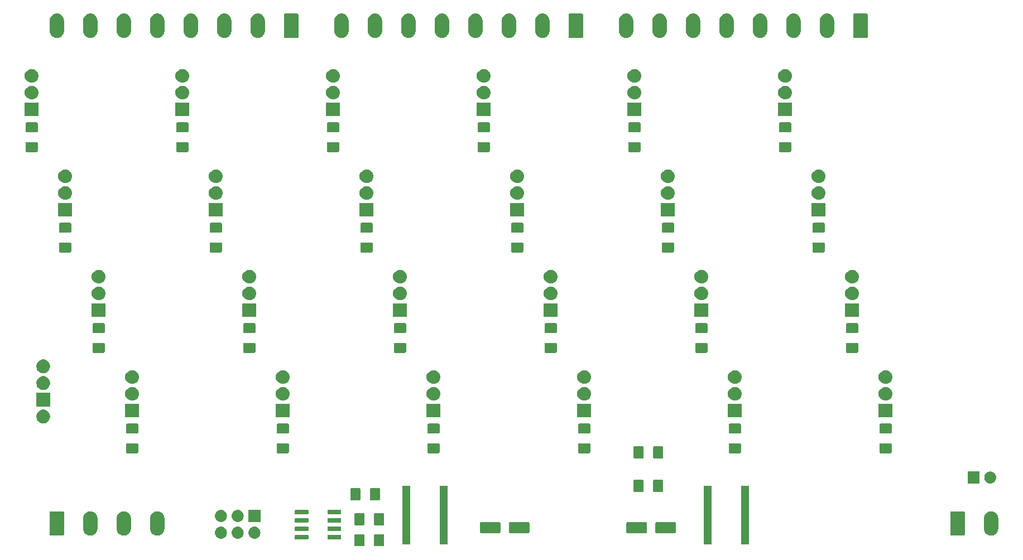
<source format=gbr>
G04 #@! TF.GenerationSoftware,KiCad,Pcbnew,(5.1.4)-1*
G04 #@! TF.CreationDate,2020-01-10T15:49:45+01:00*
G04 #@! TF.ProjectId,KRS-XL_DIM-24CVLED,4b52532d-584c-45f4-9449-4d2d32344356,V01.01*
G04 #@! TF.SameCoordinates,Original*
G04 #@! TF.FileFunction,Soldermask,Top*
G04 #@! TF.FilePolarity,Negative*
%FSLAX46Y46*%
G04 Gerber Fmt 4.6, Leading zero omitted, Abs format (unit mm)*
G04 Created by KiCad (PCBNEW (5.1.4)-1) date 2020-01-10 15:49:45*
%MOMM*%
%LPD*%
G04 APERTURE LIST*
%ADD10C,0.100000*%
G04 APERTURE END LIST*
D10*
G36*
X103683062Y-133063181D02*
G01*
X103717981Y-133073774D01*
X103750163Y-133090976D01*
X103778373Y-133114127D01*
X103801524Y-133142337D01*
X103818726Y-133174519D01*
X103829319Y-133209438D01*
X103833500Y-133251895D01*
X103833500Y-134718105D01*
X103829319Y-134760562D01*
X103818726Y-134795481D01*
X103801524Y-134827663D01*
X103778373Y-134855873D01*
X103750163Y-134879024D01*
X103717981Y-134896226D01*
X103683062Y-134906819D01*
X103640605Y-134911000D01*
X102499395Y-134911000D01*
X102456938Y-134906819D01*
X102422019Y-134896226D01*
X102389837Y-134879024D01*
X102361627Y-134855873D01*
X102338476Y-134827663D01*
X102321274Y-134795481D01*
X102310681Y-134760562D01*
X102306500Y-134718105D01*
X102306500Y-133251895D01*
X102310681Y-133209438D01*
X102321274Y-133174519D01*
X102338476Y-133142337D01*
X102361627Y-133114127D01*
X102389837Y-133090976D01*
X102422019Y-133073774D01*
X102456938Y-133063181D01*
X102499395Y-133059000D01*
X103640605Y-133059000D01*
X103683062Y-133063181D01*
X103683062Y-133063181D01*
G37*
G36*
X106658062Y-133063181D02*
G01*
X106692981Y-133073774D01*
X106725163Y-133090976D01*
X106753373Y-133114127D01*
X106776524Y-133142337D01*
X106793726Y-133174519D01*
X106804319Y-133209438D01*
X106808500Y-133251895D01*
X106808500Y-134718105D01*
X106804319Y-134760562D01*
X106793726Y-134795481D01*
X106776524Y-134827663D01*
X106753373Y-134855873D01*
X106725163Y-134879024D01*
X106692981Y-134896226D01*
X106658062Y-134906819D01*
X106615605Y-134911000D01*
X105474395Y-134911000D01*
X105431938Y-134906819D01*
X105397019Y-134896226D01*
X105364837Y-134879024D01*
X105336627Y-134855873D01*
X105313476Y-134827663D01*
X105296274Y-134795481D01*
X105285681Y-134760562D01*
X105281500Y-134718105D01*
X105281500Y-133251895D01*
X105285681Y-133209438D01*
X105296274Y-133174519D01*
X105313476Y-133142337D01*
X105336627Y-133114127D01*
X105364837Y-133090976D01*
X105397019Y-133073774D01*
X105431938Y-133063181D01*
X105474395Y-133059000D01*
X106615605Y-133059000D01*
X106658062Y-133063181D01*
X106658062Y-133063181D01*
G37*
G36*
X162201000Y-134651000D02*
G01*
X160999000Y-134651000D01*
X160999000Y-125699000D01*
X162201000Y-125699000D01*
X162201000Y-134651000D01*
X162201000Y-134651000D01*
G37*
G36*
X116481000Y-134651000D02*
G01*
X115279000Y-134651000D01*
X115279000Y-125699000D01*
X116481000Y-125699000D01*
X116481000Y-134651000D01*
X116481000Y-134651000D01*
G37*
G36*
X110781000Y-134651000D02*
G01*
X109579000Y-134651000D01*
X109579000Y-125699000D01*
X110781000Y-125699000D01*
X110781000Y-134651000D01*
X110781000Y-134651000D01*
G37*
G36*
X156501000Y-134651000D02*
G01*
X155299000Y-134651000D01*
X155299000Y-125699000D01*
X156501000Y-125699000D01*
X156501000Y-134651000D01*
X156501000Y-134651000D01*
G37*
G36*
X95233928Y-133174484D02*
G01*
X95255009Y-133180880D01*
X95274445Y-133191268D01*
X95291476Y-133205244D01*
X95305452Y-133222275D01*
X95315840Y-133241711D01*
X95322236Y-133262792D01*
X95325000Y-133290860D01*
X95325000Y-133754580D01*
X95322236Y-133782648D01*
X95315840Y-133803729D01*
X95305452Y-133823165D01*
X95291476Y-133840196D01*
X95274445Y-133854172D01*
X95255009Y-133864560D01*
X95233928Y-133870956D01*
X95205860Y-133873720D01*
X93392140Y-133873720D01*
X93364072Y-133870956D01*
X93342991Y-133864560D01*
X93323555Y-133854172D01*
X93306524Y-133840196D01*
X93292548Y-133823165D01*
X93282160Y-133803729D01*
X93275764Y-133782648D01*
X93273000Y-133754580D01*
X93273000Y-133290860D01*
X93275764Y-133262792D01*
X93282160Y-133241711D01*
X93292548Y-133222275D01*
X93306524Y-133205244D01*
X93323555Y-133191268D01*
X93342991Y-133180880D01*
X93364072Y-133174484D01*
X93392140Y-133171720D01*
X95205860Y-133171720D01*
X95233928Y-133174484D01*
X95233928Y-133174484D01*
G37*
G36*
X100183928Y-133174484D02*
G01*
X100205009Y-133180880D01*
X100224445Y-133191268D01*
X100241476Y-133205244D01*
X100255452Y-133222275D01*
X100265840Y-133241711D01*
X100272236Y-133262792D01*
X100275000Y-133290860D01*
X100275000Y-133754580D01*
X100272236Y-133782648D01*
X100265840Y-133803729D01*
X100255452Y-133823165D01*
X100241476Y-133840196D01*
X100224445Y-133854172D01*
X100205009Y-133864560D01*
X100183928Y-133870956D01*
X100155860Y-133873720D01*
X98342140Y-133873720D01*
X98314072Y-133870956D01*
X98292991Y-133864560D01*
X98273555Y-133854172D01*
X98256524Y-133840196D01*
X98242548Y-133823165D01*
X98232160Y-133803729D01*
X98225764Y-133782648D01*
X98223000Y-133754580D01*
X98223000Y-133290860D01*
X98225764Y-133262792D01*
X98232160Y-133241711D01*
X98242548Y-133222275D01*
X98256524Y-133205244D01*
X98273555Y-133191268D01*
X98292991Y-133180880D01*
X98314072Y-133174484D01*
X98342140Y-133171720D01*
X100155860Y-133171720D01*
X100183928Y-133174484D01*
X100183928Y-133174484D01*
G37*
G36*
X87301294Y-131938633D02*
G01*
X87473695Y-131990931D01*
X87632583Y-132075858D01*
X87771849Y-132190151D01*
X87886142Y-132329417D01*
X87971069Y-132488305D01*
X88023367Y-132660706D01*
X88041025Y-132840000D01*
X88023367Y-133019294D01*
X87971069Y-133191695D01*
X87886142Y-133350583D01*
X87771849Y-133489849D01*
X87632583Y-133604142D01*
X87473695Y-133689069D01*
X87301294Y-133741367D01*
X87166931Y-133754600D01*
X87077069Y-133754600D01*
X86942706Y-133741367D01*
X86770305Y-133689069D01*
X86611417Y-133604142D01*
X86472151Y-133489849D01*
X86357858Y-133350583D01*
X86272931Y-133191695D01*
X86220633Y-133019294D01*
X86202975Y-132840000D01*
X86220633Y-132660706D01*
X86272931Y-132488305D01*
X86357858Y-132329417D01*
X86472151Y-132190151D01*
X86611417Y-132075858D01*
X86770305Y-131990931D01*
X86942706Y-131938633D01*
X87077069Y-131925400D01*
X87166931Y-131925400D01*
X87301294Y-131938633D01*
X87301294Y-131938633D01*
G37*
G36*
X82221294Y-131938633D02*
G01*
X82393695Y-131990931D01*
X82552583Y-132075858D01*
X82691849Y-132190151D01*
X82806142Y-132329417D01*
X82891069Y-132488305D01*
X82943367Y-132660706D01*
X82961025Y-132840000D01*
X82943367Y-133019294D01*
X82891069Y-133191695D01*
X82806142Y-133350583D01*
X82691849Y-133489849D01*
X82552583Y-133604142D01*
X82393695Y-133689069D01*
X82221294Y-133741367D01*
X82086931Y-133754600D01*
X81997069Y-133754600D01*
X81862706Y-133741367D01*
X81690305Y-133689069D01*
X81531417Y-133604142D01*
X81392151Y-133489849D01*
X81277858Y-133350583D01*
X81192931Y-133191695D01*
X81140633Y-133019294D01*
X81122975Y-132840000D01*
X81140633Y-132660706D01*
X81192931Y-132488305D01*
X81277858Y-132329417D01*
X81392151Y-132190151D01*
X81531417Y-132075858D01*
X81690305Y-131990931D01*
X81862706Y-131938633D01*
X81997069Y-131925400D01*
X82086931Y-131925400D01*
X82221294Y-131938633D01*
X82221294Y-131938633D01*
G37*
G36*
X84761294Y-131938633D02*
G01*
X84933695Y-131990931D01*
X85092583Y-132075858D01*
X85231849Y-132190151D01*
X85346142Y-132329417D01*
X85431069Y-132488305D01*
X85483367Y-132660706D01*
X85501025Y-132840000D01*
X85483367Y-133019294D01*
X85431069Y-133191695D01*
X85346142Y-133350583D01*
X85231849Y-133489849D01*
X85092583Y-133604142D01*
X84933695Y-133689069D01*
X84761294Y-133741367D01*
X84626931Y-133754600D01*
X84537069Y-133754600D01*
X84402706Y-133741367D01*
X84230305Y-133689069D01*
X84071417Y-133604142D01*
X83932151Y-133489849D01*
X83817858Y-133350583D01*
X83732931Y-133191695D01*
X83680633Y-133019294D01*
X83662975Y-132840000D01*
X83680633Y-132660706D01*
X83732931Y-132488305D01*
X83817858Y-132329417D01*
X83932151Y-132190151D01*
X84071417Y-132075858D01*
X84230305Y-131990931D01*
X84402706Y-131938633D01*
X84537069Y-131925400D01*
X84626931Y-131925400D01*
X84761294Y-131938633D01*
X84761294Y-131938633D01*
G37*
G36*
X199095870Y-129609786D02*
G01*
X199263244Y-129660558D01*
X199297053Y-129670814D01*
X199301529Y-129672172D01*
X199458165Y-129755896D01*
X199491059Y-129773478D01*
X199657186Y-129909814D01*
X199793522Y-130075941D01*
X199793525Y-130075945D01*
X199894828Y-130265470D01*
X199957214Y-130471129D01*
X199973000Y-130631409D01*
X199973000Y-132258591D01*
X199957214Y-132418871D01*
X199894828Y-132624530D01*
X199793525Y-132814055D01*
X199793523Y-132814058D01*
X199793522Y-132814059D01*
X199657186Y-132980186D01*
X199493977Y-133114127D01*
X199491055Y-133116525D01*
X199301530Y-133217828D01*
X199301527Y-133217829D01*
X199290058Y-133221308D01*
X199095871Y-133280214D01*
X198882000Y-133301278D01*
X198668130Y-133280214D01*
X198473943Y-133221308D01*
X198462474Y-133217829D01*
X198462471Y-133217828D01*
X198272946Y-133116525D01*
X198270024Y-133114127D01*
X198106815Y-132980186D01*
X197970479Y-132814059D01*
X197970478Y-132814058D01*
X197970476Y-132814055D01*
X197869171Y-132624527D01*
X197806786Y-132418874D01*
X197791000Y-132258591D01*
X197791000Y-130631410D01*
X197806786Y-130471130D01*
X197869172Y-130265471D01*
X197970477Y-130075943D01*
X197970478Y-130075941D01*
X198106814Y-129909814D01*
X198272941Y-129773478D01*
X198272942Y-129773477D01*
X198272945Y-129773475D01*
X198462470Y-129672172D01*
X198466947Y-129670814D01*
X198500755Y-129660558D01*
X198668129Y-129609786D01*
X198882000Y-129588722D01*
X199095870Y-129609786D01*
X199095870Y-129609786D01*
G37*
G36*
X62443870Y-129609786D02*
G01*
X62611244Y-129660558D01*
X62645053Y-129670814D01*
X62649529Y-129672172D01*
X62806165Y-129755896D01*
X62839059Y-129773478D01*
X63005186Y-129909814D01*
X63141522Y-130075941D01*
X63141525Y-130075945D01*
X63242828Y-130265470D01*
X63305214Y-130471129D01*
X63321000Y-130631409D01*
X63321000Y-132258591D01*
X63305214Y-132418871D01*
X63242828Y-132624530D01*
X63141525Y-132814055D01*
X63141523Y-132814058D01*
X63141522Y-132814059D01*
X63005186Y-132980186D01*
X62841977Y-133114127D01*
X62839055Y-133116525D01*
X62649530Y-133217828D01*
X62649527Y-133217829D01*
X62638058Y-133221308D01*
X62443871Y-133280214D01*
X62230000Y-133301278D01*
X62016130Y-133280214D01*
X61821943Y-133221308D01*
X61810474Y-133217829D01*
X61810471Y-133217828D01*
X61620946Y-133116525D01*
X61618024Y-133114127D01*
X61454815Y-132980186D01*
X61318479Y-132814059D01*
X61318478Y-132814058D01*
X61318476Y-132814055D01*
X61217171Y-132624527D01*
X61154786Y-132418874D01*
X61139000Y-132258591D01*
X61139000Y-130631410D01*
X61154786Y-130471130D01*
X61217172Y-130265471D01*
X61318477Y-130075943D01*
X61318478Y-130075941D01*
X61454814Y-129909814D01*
X61620941Y-129773478D01*
X61620942Y-129773477D01*
X61620945Y-129773475D01*
X61810470Y-129672172D01*
X61814947Y-129670814D01*
X61848755Y-129660558D01*
X62016129Y-129609786D01*
X62230000Y-129588722D01*
X62443870Y-129609786D01*
X62443870Y-129609786D01*
G37*
G36*
X67523870Y-129609786D02*
G01*
X67691244Y-129660558D01*
X67725053Y-129670814D01*
X67729529Y-129672172D01*
X67886165Y-129755896D01*
X67919059Y-129773478D01*
X68085186Y-129909814D01*
X68221522Y-130075941D01*
X68221525Y-130075945D01*
X68322828Y-130265470D01*
X68385214Y-130471129D01*
X68401000Y-130631409D01*
X68401000Y-132258591D01*
X68385214Y-132418871D01*
X68322828Y-132624530D01*
X68221525Y-132814055D01*
X68221523Y-132814058D01*
X68221522Y-132814059D01*
X68085186Y-132980186D01*
X67921977Y-133114127D01*
X67919055Y-133116525D01*
X67729530Y-133217828D01*
X67729527Y-133217829D01*
X67718058Y-133221308D01*
X67523871Y-133280214D01*
X67310000Y-133301278D01*
X67096130Y-133280214D01*
X66901943Y-133221308D01*
X66890474Y-133217829D01*
X66890471Y-133217828D01*
X66700946Y-133116525D01*
X66698024Y-133114127D01*
X66534815Y-132980186D01*
X66398479Y-132814059D01*
X66398478Y-132814058D01*
X66398476Y-132814055D01*
X66297171Y-132624527D01*
X66234786Y-132418874D01*
X66219000Y-132258591D01*
X66219000Y-130631410D01*
X66234786Y-130471130D01*
X66297172Y-130265471D01*
X66398477Y-130075943D01*
X66398478Y-130075941D01*
X66534814Y-129909814D01*
X66700941Y-129773478D01*
X66700942Y-129773477D01*
X66700945Y-129773475D01*
X66890470Y-129672172D01*
X66894947Y-129670814D01*
X66928755Y-129660558D01*
X67096129Y-129609786D01*
X67310000Y-129588722D01*
X67523870Y-129609786D01*
X67523870Y-129609786D01*
G37*
G36*
X72603870Y-129609786D02*
G01*
X72771244Y-129660558D01*
X72805053Y-129670814D01*
X72809529Y-129672172D01*
X72966165Y-129755896D01*
X72999059Y-129773478D01*
X73165186Y-129909814D01*
X73301522Y-130075941D01*
X73301525Y-130075945D01*
X73402828Y-130265470D01*
X73465214Y-130471129D01*
X73481000Y-130631409D01*
X73481000Y-132258591D01*
X73465214Y-132418871D01*
X73402828Y-132624530D01*
X73301525Y-132814055D01*
X73301523Y-132814058D01*
X73301522Y-132814059D01*
X73165186Y-132980186D01*
X73001977Y-133114127D01*
X72999055Y-133116525D01*
X72809530Y-133217828D01*
X72809527Y-133217829D01*
X72798058Y-133221308D01*
X72603871Y-133280214D01*
X72390000Y-133301278D01*
X72176130Y-133280214D01*
X71981943Y-133221308D01*
X71970474Y-133217829D01*
X71970471Y-133217828D01*
X71780946Y-133116525D01*
X71778024Y-133114127D01*
X71614815Y-132980186D01*
X71478479Y-132814059D01*
X71478478Y-132814058D01*
X71478476Y-132814055D01*
X71377171Y-132624527D01*
X71314786Y-132418874D01*
X71299000Y-132258591D01*
X71299000Y-130631410D01*
X71314786Y-130471130D01*
X71377172Y-130265471D01*
X71478477Y-130075943D01*
X71478478Y-130075941D01*
X71614814Y-129909814D01*
X71780941Y-129773478D01*
X71780942Y-129773477D01*
X71780945Y-129773475D01*
X71970470Y-129672172D01*
X71974947Y-129670814D01*
X72008755Y-129660558D01*
X72176129Y-129609786D01*
X72390000Y-129588722D01*
X72603870Y-129609786D01*
X72603870Y-129609786D01*
G37*
G36*
X194758217Y-129597808D02*
G01*
X194789489Y-129607294D01*
X194818308Y-129622698D01*
X194843570Y-129643430D01*
X194864302Y-129668692D01*
X194879706Y-129697511D01*
X194889192Y-129728783D01*
X194893000Y-129767448D01*
X194893000Y-133122552D01*
X194889192Y-133161217D01*
X194879706Y-133192489D01*
X194864302Y-133221308D01*
X194843570Y-133246570D01*
X194818308Y-133267302D01*
X194789489Y-133282706D01*
X194758217Y-133292192D01*
X194719552Y-133296000D01*
X192884448Y-133296000D01*
X192845783Y-133292192D01*
X192814511Y-133282706D01*
X192785692Y-133267302D01*
X192760430Y-133246570D01*
X192739698Y-133221308D01*
X192724294Y-133192489D01*
X192714808Y-133161217D01*
X192711000Y-133122552D01*
X192711000Y-129767448D01*
X192714808Y-129728783D01*
X192724294Y-129697511D01*
X192739698Y-129668692D01*
X192760430Y-129643430D01*
X192785692Y-129622698D01*
X192814511Y-129607294D01*
X192845783Y-129597808D01*
X192884448Y-129594000D01*
X194719552Y-129594000D01*
X194758217Y-129597808D01*
X194758217Y-129597808D01*
G37*
G36*
X58106217Y-129597808D02*
G01*
X58137489Y-129607294D01*
X58166308Y-129622698D01*
X58191570Y-129643430D01*
X58212302Y-129668692D01*
X58227706Y-129697511D01*
X58237192Y-129728783D01*
X58241000Y-129767448D01*
X58241000Y-133122552D01*
X58237192Y-133161217D01*
X58227706Y-133192489D01*
X58212302Y-133221308D01*
X58191570Y-133246570D01*
X58166308Y-133267302D01*
X58137489Y-133282706D01*
X58106217Y-133292192D01*
X58067552Y-133296000D01*
X56232448Y-133296000D01*
X56193783Y-133292192D01*
X56162511Y-133282706D01*
X56133692Y-133267302D01*
X56108430Y-133246570D01*
X56087698Y-133221308D01*
X56072294Y-133192489D01*
X56062808Y-133161217D01*
X56059000Y-133122552D01*
X56059000Y-129767448D01*
X56062808Y-129728783D01*
X56072294Y-129697511D01*
X56087698Y-129668692D01*
X56108430Y-129643430D01*
X56133692Y-129622698D01*
X56162511Y-129607294D01*
X56193783Y-129597808D01*
X56232448Y-129594000D01*
X58067552Y-129594000D01*
X58106217Y-129597808D01*
X58106217Y-129597808D01*
G37*
G36*
X150925997Y-131233051D02*
G01*
X150959652Y-131243261D01*
X150990665Y-131259838D01*
X151017851Y-131282149D01*
X151040162Y-131309335D01*
X151056739Y-131340348D01*
X151066949Y-131374003D01*
X151071000Y-131415138D01*
X151071000Y-132744862D01*
X151066949Y-132785997D01*
X151056739Y-132819652D01*
X151040162Y-132850665D01*
X151017851Y-132877851D01*
X150990665Y-132900162D01*
X150959652Y-132916739D01*
X150925997Y-132926949D01*
X150884862Y-132931000D01*
X148155138Y-132931000D01*
X148114003Y-132926949D01*
X148080348Y-132916739D01*
X148049335Y-132900162D01*
X148022149Y-132877851D01*
X147999838Y-132850665D01*
X147983261Y-132819652D01*
X147973051Y-132785997D01*
X147969000Y-132744862D01*
X147969000Y-131415138D01*
X147973051Y-131374003D01*
X147983261Y-131340348D01*
X147999838Y-131309335D01*
X148022149Y-131282149D01*
X148049335Y-131259838D01*
X148080348Y-131243261D01*
X148114003Y-131233051D01*
X148155138Y-131229000D01*
X150884862Y-131229000D01*
X150925997Y-131233051D01*
X150925997Y-131233051D01*
G37*
G36*
X124300997Y-131233051D02*
G01*
X124334652Y-131243261D01*
X124365665Y-131259838D01*
X124392851Y-131282149D01*
X124415162Y-131309335D01*
X124431739Y-131340348D01*
X124441949Y-131374003D01*
X124446000Y-131415138D01*
X124446000Y-132744862D01*
X124441949Y-132785997D01*
X124431739Y-132819652D01*
X124415162Y-132850665D01*
X124392851Y-132877851D01*
X124365665Y-132900162D01*
X124334652Y-132916739D01*
X124300997Y-132926949D01*
X124259862Y-132931000D01*
X121530138Y-132931000D01*
X121489003Y-132926949D01*
X121455348Y-132916739D01*
X121424335Y-132900162D01*
X121397149Y-132877851D01*
X121374838Y-132850665D01*
X121358261Y-132819652D01*
X121348051Y-132785997D01*
X121344000Y-132744862D01*
X121344000Y-131415138D01*
X121348051Y-131374003D01*
X121358261Y-131340348D01*
X121374838Y-131309335D01*
X121397149Y-131282149D01*
X121424335Y-131259838D01*
X121455348Y-131243261D01*
X121489003Y-131233051D01*
X121530138Y-131229000D01*
X124259862Y-131229000D01*
X124300997Y-131233051D01*
X124300997Y-131233051D01*
G37*
G36*
X128700997Y-131233051D02*
G01*
X128734652Y-131243261D01*
X128765665Y-131259838D01*
X128792851Y-131282149D01*
X128815162Y-131309335D01*
X128831739Y-131340348D01*
X128841949Y-131374003D01*
X128846000Y-131415138D01*
X128846000Y-132744862D01*
X128841949Y-132785997D01*
X128831739Y-132819652D01*
X128815162Y-132850665D01*
X128792851Y-132877851D01*
X128765665Y-132900162D01*
X128734652Y-132916739D01*
X128700997Y-132926949D01*
X128659862Y-132931000D01*
X125930138Y-132931000D01*
X125889003Y-132926949D01*
X125855348Y-132916739D01*
X125824335Y-132900162D01*
X125797149Y-132877851D01*
X125774838Y-132850665D01*
X125758261Y-132819652D01*
X125748051Y-132785997D01*
X125744000Y-132744862D01*
X125744000Y-131415138D01*
X125748051Y-131374003D01*
X125758261Y-131340348D01*
X125774838Y-131309335D01*
X125797149Y-131282149D01*
X125824335Y-131259838D01*
X125855348Y-131243261D01*
X125889003Y-131233051D01*
X125930138Y-131229000D01*
X128659862Y-131229000D01*
X128700997Y-131233051D01*
X128700997Y-131233051D01*
G37*
G36*
X146525997Y-131233051D02*
G01*
X146559652Y-131243261D01*
X146590665Y-131259838D01*
X146617851Y-131282149D01*
X146640162Y-131309335D01*
X146656739Y-131340348D01*
X146666949Y-131374003D01*
X146671000Y-131415138D01*
X146671000Y-132744862D01*
X146666949Y-132785997D01*
X146656739Y-132819652D01*
X146640162Y-132850665D01*
X146617851Y-132877851D01*
X146590665Y-132900162D01*
X146559652Y-132916739D01*
X146525997Y-132926949D01*
X146484862Y-132931000D01*
X143755138Y-132931000D01*
X143714003Y-132926949D01*
X143680348Y-132916739D01*
X143649335Y-132900162D01*
X143622149Y-132877851D01*
X143599838Y-132850665D01*
X143583261Y-132819652D01*
X143573051Y-132785997D01*
X143569000Y-132744862D01*
X143569000Y-131415138D01*
X143573051Y-131374003D01*
X143583261Y-131340348D01*
X143599838Y-131309335D01*
X143622149Y-131282149D01*
X143649335Y-131259838D01*
X143680348Y-131243261D01*
X143714003Y-131233051D01*
X143755138Y-131229000D01*
X146484862Y-131229000D01*
X146525997Y-131233051D01*
X146525997Y-131233051D01*
G37*
G36*
X95233928Y-131904484D02*
G01*
X95255009Y-131910880D01*
X95274445Y-131921268D01*
X95291476Y-131935244D01*
X95305452Y-131952275D01*
X95315840Y-131971711D01*
X95322236Y-131992792D01*
X95325000Y-132020860D01*
X95325000Y-132484580D01*
X95322236Y-132512648D01*
X95315840Y-132533729D01*
X95305452Y-132553165D01*
X95291476Y-132570196D01*
X95274445Y-132584172D01*
X95255009Y-132594560D01*
X95233928Y-132600956D01*
X95205860Y-132603720D01*
X93392140Y-132603720D01*
X93364072Y-132600956D01*
X93342991Y-132594560D01*
X93323555Y-132584172D01*
X93306524Y-132570196D01*
X93292548Y-132553165D01*
X93282160Y-132533729D01*
X93275764Y-132512648D01*
X93273000Y-132484580D01*
X93273000Y-132020860D01*
X93275764Y-131992792D01*
X93282160Y-131971711D01*
X93292548Y-131952275D01*
X93306524Y-131935244D01*
X93323555Y-131921268D01*
X93342991Y-131910880D01*
X93364072Y-131904484D01*
X93392140Y-131901720D01*
X95205860Y-131901720D01*
X95233928Y-131904484D01*
X95233928Y-131904484D01*
G37*
G36*
X100183928Y-131904484D02*
G01*
X100205009Y-131910880D01*
X100224445Y-131921268D01*
X100241476Y-131935244D01*
X100255452Y-131952275D01*
X100265840Y-131971711D01*
X100272236Y-131992792D01*
X100275000Y-132020860D01*
X100275000Y-132484580D01*
X100272236Y-132512648D01*
X100265840Y-132533729D01*
X100255452Y-132553165D01*
X100241476Y-132570196D01*
X100224445Y-132584172D01*
X100205009Y-132594560D01*
X100183928Y-132600956D01*
X100155860Y-132603720D01*
X98342140Y-132603720D01*
X98314072Y-132600956D01*
X98292991Y-132594560D01*
X98273555Y-132584172D01*
X98256524Y-132570196D01*
X98242548Y-132553165D01*
X98232160Y-132533729D01*
X98225764Y-132512648D01*
X98223000Y-132484580D01*
X98223000Y-132020860D01*
X98225764Y-131992792D01*
X98232160Y-131971711D01*
X98242548Y-131952275D01*
X98256524Y-131935244D01*
X98273555Y-131921268D01*
X98292991Y-131910880D01*
X98314072Y-131904484D01*
X98342140Y-131901720D01*
X100155860Y-131901720D01*
X100183928Y-131904484D01*
X100183928Y-131904484D01*
G37*
G36*
X103683062Y-129888181D02*
G01*
X103717981Y-129898774D01*
X103750163Y-129915976D01*
X103778373Y-129939127D01*
X103801524Y-129967337D01*
X103818726Y-129999519D01*
X103829319Y-130034438D01*
X103833500Y-130076895D01*
X103833500Y-131543105D01*
X103829319Y-131585562D01*
X103818726Y-131620481D01*
X103801524Y-131652663D01*
X103778373Y-131680873D01*
X103750163Y-131704024D01*
X103717981Y-131721226D01*
X103683062Y-131731819D01*
X103640605Y-131736000D01*
X102499395Y-131736000D01*
X102456938Y-131731819D01*
X102422019Y-131721226D01*
X102389837Y-131704024D01*
X102361627Y-131680873D01*
X102338476Y-131652663D01*
X102321274Y-131620481D01*
X102310681Y-131585562D01*
X102306500Y-131543105D01*
X102306500Y-130076895D01*
X102310681Y-130034438D01*
X102321274Y-129999519D01*
X102338476Y-129967337D01*
X102361627Y-129939127D01*
X102389837Y-129915976D01*
X102422019Y-129898774D01*
X102456938Y-129888181D01*
X102499395Y-129884000D01*
X103640605Y-129884000D01*
X103683062Y-129888181D01*
X103683062Y-129888181D01*
G37*
G36*
X106658062Y-129888181D02*
G01*
X106692981Y-129898774D01*
X106725163Y-129915976D01*
X106753373Y-129939127D01*
X106776524Y-129967337D01*
X106793726Y-129999519D01*
X106804319Y-130034438D01*
X106808500Y-130076895D01*
X106808500Y-131543105D01*
X106804319Y-131585562D01*
X106793726Y-131620481D01*
X106776524Y-131652663D01*
X106753373Y-131680873D01*
X106725163Y-131704024D01*
X106692981Y-131721226D01*
X106658062Y-131731819D01*
X106615605Y-131736000D01*
X105474395Y-131736000D01*
X105431938Y-131731819D01*
X105397019Y-131721226D01*
X105364837Y-131704024D01*
X105336627Y-131680873D01*
X105313476Y-131652663D01*
X105296274Y-131620481D01*
X105285681Y-131585562D01*
X105281500Y-131543105D01*
X105281500Y-130076895D01*
X105285681Y-130034438D01*
X105296274Y-129999519D01*
X105313476Y-129967337D01*
X105336627Y-129939127D01*
X105364837Y-129915976D01*
X105397019Y-129898774D01*
X105431938Y-129888181D01*
X105474395Y-129884000D01*
X106615605Y-129884000D01*
X106658062Y-129888181D01*
X106658062Y-129888181D01*
G37*
G36*
X100183928Y-130634484D02*
G01*
X100205009Y-130640880D01*
X100224445Y-130651268D01*
X100241476Y-130665244D01*
X100255452Y-130682275D01*
X100265840Y-130701711D01*
X100272236Y-130722792D01*
X100275000Y-130750860D01*
X100275000Y-131214580D01*
X100272236Y-131242648D01*
X100265840Y-131263729D01*
X100255452Y-131283165D01*
X100241476Y-131300196D01*
X100224445Y-131314172D01*
X100205009Y-131324560D01*
X100183928Y-131330956D01*
X100155860Y-131333720D01*
X98342140Y-131333720D01*
X98314072Y-131330956D01*
X98292991Y-131324560D01*
X98273555Y-131314172D01*
X98256524Y-131300196D01*
X98242548Y-131283165D01*
X98232160Y-131263729D01*
X98225764Y-131242648D01*
X98223000Y-131214580D01*
X98223000Y-130750860D01*
X98225764Y-130722792D01*
X98232160Y-130701711D01*
X98242548Y-130682275D01*
X98256524Y-130665244D01*
X98273555Y-130651268D01*
X98292991Y-130640880D01*
X98314072Y-130634484D01*
X98342140Y-130631720D01*
X100155860Y-130631720D01*
X100183928Y-130634484D01*
X100183928Y-130634484D01*
G37*
G36*
X95233928Y-130634484D02*
G01*
X95255009Y-130640880D01*
X95274445Y-130651268D01*
X95291476Y-130665244D01*
X95305452Y-130682275D01*
X95315840Y-130701711D01*
X95322236Y-130722792D01*
X95325000Y-130750860D01*
X95325000Y-131214580D01*
X95322236Y-131242648D01*
X95315840Y-131263729D01*
X95305452Y-131283165D01*
X95291476Y-131300196D01*
X95274445Y-131314172D01*
X95255009Y-131324560D01*
X95233928Y-131330956D01*
X95205860Y-131333720D01*
X93392140Y-131333720D01*
X93364072Y-131330956D01*
X93342991Y-131324560D01*
X93323555Y-131314172D01*
X93306524Y-131300196D01*
X93292548Y-131283165D01*
X93282160Y-131263729D01*
X93275764Y-131242648D01*
X93273000Y-131214580D01*
X93273000Y-130750860D01*
X93275764Y-130722792D01*
X93282160Y-130701711D01*
X93292548Y-130682275D01*
X93306524Y-130665244D01*
X93323555Y-130651268D01*
X93342991Y-130640880D01*
X93364072Y-130634484D01*
X93392140Y-130631720D01*
X95205860Y-130631720D01*
X95233928Y-130634484D01*
X95233928Y-130634484D01*
G37*
G36*
X82221294Y-129398633D02*
G01*
X82393695Y-129450931D01*
X82552583Y-129535858D01*
X82691849Y-129650151D01*
X82806142Y-129789417D01*
X82891069Y-129948305D01*
X82943367Y-130120706D01*
X82961025Y-130300000D01*
X82943367Y-130479294D01*
X82891069Y-130651695D01*
X82806142Y-130810583D01*
X82691849Y-130949849D01*
X82552583Y-131064142D01*
X82393695Y-131149069D01*
X82221294Y-131201367D01*
X82086931Y-131214600D01*
X81997069Y-131214600D01*
X81862706Y-131201367D01*
X81690305Y-131149069D01*
X81531417Y-131064142D01*
X81392151Y-130949849D01*
X81277858Y-130810583D01*
X81192931Y-130651695D01*
X81140633Y-130479294D01*
X81122975Y-130300000D01*
X81140633Y-130120706D01*
X81192931Y-129948305D01*
X81277858Y-129789417D01*
X81392151Y-129650151D01*
X81531417Y-129535858D01*
X81690305Y-129450931D01*
X81862706Y-129398633D01*
X81997069Y-129385400D01*
X82086931Y-129385400D01*
X82221294Y-129398633D01*
X82221294Y-129398633D01*
G37*
G36*
X88036600Y-131214600D02*
G01*
X86207400Y-131214600D01*
X86207400Y-129385400D01*
X88036600Y-129385400D01*
X88036600Y-131214600D01*
X88036600Y-131214600D01*
G37*
G36*
X84761294Y-129398633D02*
G01*
X84933695Y-129450931D01*
X85092583Y-129535858D01*
X85231849Y-129650151D01*
X85346142Y-129789417D01*
X85431069Y-129948305D01*
X85483367Y-130120706D01*
X85501025Y-130300000D01*
X85483367Y-130479294D01*
X85431069Y-130651695D01*
X85346142Y-130810583D01*
X85231849Y-130949849D01*
X85092583Y-131064142D01*
X84933695Y-131149069D01*
X84761294Y-131201367D01*
X84626931Y-131214600D01*
X84537069Y-131214600D01*
X84402706Y-131201367D01*
X84230305Y-131149069D01*
X84071417Y-131064142D01*
X83932151Y-130949849D01*
X83817858Y-130810583D01*
X83732931Y-130651695D01*
X83680633Y-130479294D01*
X83662975Y-130300000D01*
X83680633Y-130120706D01*
X83732931Y-129948305D01*
X83817858Y-129789417D01*
X83932151Y-129650151D01*
X84071417Y-129535858D01*
X84230305Y-129450931D01*
X84402706Y-129398633D01*
X84537069Y-129385400D01*
X84626931Y-129385400D01*
X84761294Y-129398633D01*
X84761294Y-129398633D01*
G37*
G36*
X100183928Y-129364484D02*
G01*
X100205009Y-129370880D01*
X100224445Y-129381268D01*
X100241476Y-129395244D01*
X100255452Y-129412275D01*
X100265840Y-129431711D01*
X100272236Y-129452792D01*
X100275000Y-129480860D01*
X100275000Y-129944580D01*
X100272236Y-129972648D01*
X100265840Y-129993729D01*
X100255452Y-130013165D01*
X100241476Y-130030196D01*
X100224445Y-130044172D01*
X100205009Y-130054560D01*
X100183928Y-130060956D01*
X100155860Y-130063720D01*
X98342140Y-130063720D01*
X98314072Y-130060956D01*
X98292991Y-130054560D01*
X98273555Y-130044172D01*
X98256524Y-130030196D01*
X98242548Y-130013165D01*
X98232160Y-129993729D01*
X98225764Y-129972648D01*
X98223000Y-129944580D01*
X98223000Y-129480860D01*
X98225764Y-129452792D01*
X98232160Y-129431711D01*
X98242548Y-129412275D01*
X98256524Y-129395244D01*
X98273555Y-129381268D01*
X98292991Y-129370880D01*
X98314072Y-129364484D01*
X98342140Y-129361720D01*
X100155860Y-129361720D01*
X100183928Y-129364484D01*
X100183928Y-129364484D01*
G37*
G36*
X95233928Y-129364484D02*
G01*
X95255009Y-129370880D01*
X95274445Y-129381268D01*
X95291476Y-129395244D01*
X95305452Y-129412275D01*
X95315840Y-129431711D01*
X95322236Y-129452792D01*
X95325000Y-129480860D01*
X95325000Y-129944580D01*
X95322236Y-129972648D01*
X95315840Y-129993729D01*
X95305452Y-130013165D01*
X95291476Y-130030196D01*
X95274445Y-130044172D01*
X95255009Y-130054560D01*
X95233928Y-130060956D01*
X95205860Y-130063720D01*
X93392140Y-130063720D01*
X93364072Y-130060956D01*
X93342991Y-130054560D01*
X93323555Y-130044172D01*
X93306524Y-130030196D01*
X93292548Y-130013165D01*
X93282160Y-129993729D01*
X93275764Y-129972648D01*
X93273000Y-129944580D01*
X93273000Y-129480860D01*
X93275764Y-129452792D01*
X93282160Y-129431711D01*
X93292548Y-129412275D01*
X93306524Y-129395244D01*
X93323555Y-129381268D01*
X93342991Y-129370880D01*
X93364072Y-129364484D01*
X93392140Y-129361720D01*
X95205860Y-129361720D01*
X95233928Y-129364484D01*
X95233928Y-129364484D01*
G37*
G36*
X106023062Y-126078181D02*
G01*
X106057981Y-126088774D01*
X106090163Y-126105976D01*
X106118373Y-126129127D01*
X106141524Y-126157337D01*
X106158726Y-126189519D01*
X106169319Y-126224438D01*
X106173500Y-126266895D01*
X106173500Y-127733105D01*
X106169319Y-127775562D01*
X106158726Y-127810481D01*
X106141524Y-127842663D01*
X106118373Y-127870873D01*
X106090163Y-127894024D01*
X106057981Y-127911226D01*
X106023062Y-127921819D01*
X105980605Y-127926000D01*
X104839395Y-127926000D01*
X104796938Y-127921819D01*
X104762019Y-127911226D01*
X104729837Y-127894024D01*
X104701627Y-127870873D01*
X104678476Y-127842663D01*
X104661274Y-127810481D01*
X104650681Y-127775562D01*
X104646500Y-127733105D01*
X104646500Y-126266895D01*
X104650681Y-126224438D01*
X104661274Y-126189519D01*
X104678476Y-126157337D01*
X104701627Y-126129127D01*
X104729837Y-126105976D01*
X104762019Y-126088774D01*
X104796938Y-126078181D01*
X104839395Y-126074000D01*
X105980605Y-126074000D01*
X106023062Y-126078181D01*
X106023062Y-126078181D01*
G37*
G36*
X103048062Y-126078181D02*
G01*
X103082981Y-126088774D01*
X103115163Y-126105976D01*
X103143373Y-126129127D01*
X103166524Y-126157337D01*
X103183726Y-126189519D01*
X103194319Y-126224438D01*
X103198500Y-126266895D01*
X103198500Y-127733105D01*
X103194319Y-127775562D01*
X103183726Y-127810481D01*
X103166524Y-127842663D01*
X103143373Y-127870873D01*
X103115163Y-127894024D01*
X103082981Y-127911226D01*
X103048062Y-127921819D01*
X103005605Y-127926000D01*
X101864395Y-127926000D01*
X101821938Y-127921819D01*
X101787019Y-127911226D01*
X101754837Y-127894024D01*
X101726627Y-127870873D01*
X101703476Y-127842663D01*
X101686274Y-127810481D01*
X101675681Y-127775562D01*
X101671500Y-127733105D01*
X101671500Y-126266895D01*
X101675681Y-126224438D01*
X101686274Y-126189519D01*
X101703476Y-126157337D01*
X101726627Y-126129127D01*
X101754837Y-126105976D01*
X101787019Y-126088774D01*
X101821938Y-126078181D01*
X101864395Y-126074000D01*
X103005605Y-126074000D01*
X103048062Y-126078181D01*
X103048062Y-126078181D01*
G37*
G36*
X146028062Y-124808181D02*
G01*
X146062981Y-124818774D01*
X146095163Y-124835976D01*
X146123373Y-124859127D01*
X146146524Y-124887337D01*
X146163726Y-124919519D01*
X146174319Y-124954438D01*
X146178500Y-124996895D01*
X146178500Y-126463105D01*
X146174319Y-126505562D01*
X146163726Y-126540481D01*
X146146524Y-126572663D01*
X146123373Y-126600873D01*
X146095163Y-126624024D01*
X146062981Y-126641226D01*
X146028062Y-126651819D01*
X145985605Y-126656000D01*
X144844395Y-126656000D01*
X144801938Y-126651819D01*
X144767019Y-126641226D01*
X144734837Y-126624024D01*
X144706627Y-126600873D01*
X144683476Y-126572663D01*
X144666274Y-126540481D01*
X144655681Y-126505562D01*
X144651500Y-126463105D01*
X144651500Y-124996895D01*
X144655681Y-124954438D01*
X144666274Y-124919519D01*
X144683476Y-124887337D01*
X144706627Y-124859127D01*
X144734837Y-124835976D01*
X144767019Y-124818774D01*
X144801938Y-124808181D01*
X144844395Y-124804000D01*
X145985605Y-124804000D01*
X146028062Y-124808181D01*
X146028062Y-124808181D01*
G37*
G36*
X149003062Y-124808181D02*
G01*
X149037981Y-124818774D01*
X149070163Y-124835976D01*
X149098373Y-124859127D01*
X149121524Y-124887337D01*
X149138726Y-124919519D01*
X149149319Y-124954438D01*
X149153500Y-124996895D01*
X149153500Y-126463105D01*
X149149319Y-126505562D01*
X149138726Y-126540481D01*
X149121524Y-126572663D01*
X149098373Y-126600873D01*
X149070163Y-126624024D01*
X149037981Y-126641226D01*
X149003062Y-126651819D01*
X148960605Y-126656000D01*
X147819395Y-126656000D01*
X147776938Y-126651819D01*
X147742019Y-126641226D01*
X147709837Y-126624024D01*
X147681627Y-126600873D01*
X147658476Y-126572663D01*
X147641274Y-126540481D01*
X147630681Y-126505562D01*
X147626500Y-126463105D01*
X147626500Y-124996895D01*
X147630681Y-124954438D01*
X147641274Y-124919519D01*
X147658476Y-124887337D01*
X147681627Y-124859127D01*
X147709837Y-124835976D01*
X147742019Y-124818774D01*
X147776938Y-124808181D01*
X147819395Y-124804000D01*
X148960605Y-124804000D01*
X149003062Y-124808181D01*
X149003062Y-124808181D01*
G37*
G36*
X198865442Y-123565518D02*
G01*
X198931627Y-123572037D01*
X199101466Y-123623557D01*
X199257991Y-123707222D01*
X199293729Y-123736552D01*
X199395186Y-123819814D01*
X199478448Y-123921271D01*
X199507778Y-123957009D01*
X199591443Y-124113534D01*
X199642963Y-124283373D01*
X199660359Y-124460000D01*
X199642963Y-124636627D01*
X199591443Y-124806466D01*
X199507778Y-124962991D01*
X199478448Y-124998729D01*
X199395186Y-125100186D01*
X199293729Y-125183448D01*
X199257991Y-125212778D01*
X199101466Y-125296443D01*
X198931627Y-125347963D01*
X198865442Y-125354482D01*
X198799260Y-125361000D01*
X198710740Y-125361000D01*
X198644558Y-125354482D01*
X198578373Y-125347963D01*
X198408534Y-125296443D01*
X198252009Y-125212778D01*
X198216271Y-125183448D01*
X198114814Y-125100186D01*
X198031552Y-124998729D01*
X198002222Y-124962991D01*
X197918557Y-124806466D01*
X197867037Y-124636627D01*
X197849641Y-124460000D01*
X197867037Y-124283373D01*
X197918557Y-124113534D01*
X198002222Y-123957009D01*
X198031552Y-123921271D01*
X198114814Y-123819814D01*
X198216271Y-123736552D01*
X198252009Y-123707222D01*
X198408534Y-123623557D01*
X198578373Y-123572037D01*
X198644558Y-123565518D01*
X198710740Y-123559000D01*
X198799260Y-123559000D01*
X198865442Y-123565518D01*
X198865442Y-123565518D01*
G37*
G36*
X197116000Y-125361000D02*
G01*
X195314000Y-125361000D01*
X195314000Y-123559000D01*
X197116000Y-123559000D01*
X197116000Y-125361000D01*
X197116000Y-125361000D01*
G37*
G36*
X149003062Y-119728181D02*
G01*
X149037981Y-119738774D01*
X149070163Y-119755976D01*
X149098373Y-119779127D01*
X149121524Y-119807337D01*
X149138726Y-119839519D01*
X149149319Y-119874438D01*
X149153500Y-119916895D01*
X149153500Y-121383105D01*
X149149319Y-121425562D01*
X149138726Y-121460481D01*
X149121524Y-121492663D01*
X149098373Y-121520873D01*
X149070163Y-121544024D01*
X149037981Y-121561226D01*
X149003062Y-121571819D01*
X148960605Y-121576000D01*
X147819395Y-121576000D01*
X147776938Y-121571819D01*
X147742019Y-121561226D01*
X147709837Y-121544024D01*
X147681627Y-121520873D01*
X147658476Y-121492663D01*
X147641274Y-121460481D01*
X147630681Y-121425562D01*
X147626500Y-121383105D01*
X147626500Y-119916895D01*
X147630681Y-119874438D01*
X147641274Y-119839519D01*
X147658476Y-119807337D01*
X147681627Y-119779127D01*
X147709837Y-119755976D01*
X147742019Y-119738774D01*
X147776938Y-119728181D01*
X147819395Y-119724000D01*
X148960605Y-119724000D01*
X149003062Y-119728181D01*
X149003062Y-119728181D01*
G37*
G36*
X146028062Y-119728181D02*
G01*
X146062981Y-119738774D01*
X146095163Y-119755976D01*
X146123373Y-119779127D01*
X146146524Y-119807337D01*
X146163726Y-119839519D01*
X146174319Y-119874438D01*
X146178500Y-119916895D01*
X146178500Y-121383105D01*
X146174319Y-121425562D01*
X146163726Y-121460481D01*
X146146524Y-121492663D01*
X146123373Y-121520873D01*
X146095163Y-121544024D01*
X146062981Y-121561226D01*
X146028062Y-121571819D01*
X145985605Y-121576000D01*
X144844395Y-121576000D01*
X144801938Y-121571819D01*
X144767019Y-121561226D01*
X144734837Y-121544024D01*
X144706627Y-121520873D01*
X144683476Y-121492663D01*
X144666274Y-121460481D01*
X144655681Y-121425562D01*
X144651500Y-121383105D01*
X144651500Y-119916895D01*
X144655681Y-119874438D01*
X144666274Y-119839519D01*
X144683476Y-119807337D01*
X144706627Y-119779127D01*
X144734837Y-119755976D01*
X144767019Y-119738774D01*
X144801938Y-119728181D01*
X144844395Y-119724000D01*
X145985605Y-119724000D01*
X146028062Y-119728181D01*
X146028062Y-119728181D01*
G37*
G36*
X183655562Y-119255681D02*
G01*
X183690481Y-119266274D01*
X183722663Y-119283476D01*
X183750873Y-119306627D01*
X183774024Y-119334837D01*
X183791226Y-119367019D01*
X183801819Y-119401938D01*
X183806000Y-119444395D01*
X183806000Y-120585605D01*
X183801819Y-120628062D01*
X183791226Y-120662981D01*
X183774024Y-120695163D01*
X183750873Y-120723373D01*
X183722663Y-120746524D01*
X183690481Y-120763726D01*
X183655562Y-120774319D01*
X183613105Y-120778500D01*
X182146895Y-120778500D01*
X182104438Y-120774319D01*
X182069519Y-120763726D01*
X182037337Y-120746524D01*
X182009127Y-120723373D01*
X181985976Y-120695163D01*
X181968774Y-120662981D01*
X181958181Y-120628062D01*
X181954000Y-120585605D01*
X181954000Y-119444395D01*
X181958181Y-119401938D01*
X181968774Y-119367019D01*
X181985976Y-119334837D01*
X182009127Y-119306627D01*
X182037337Y-119283476D01*
X182069519Y-119266274D01*
X182104438Y-119255681D01*
X182146895Y-119251500D01*
X183613105Y-119251500D01*
X183655562Y-119255681D01*
X183655562Y-119255681D01*
G37*
G36*
X69355562Y-119255681D02*
G01*
X69390481Y-119266274D01*
X69422663Y-119283476D01*
X69450873Y-119306627D01*
X69474024Y-119334837D01*
X69491226Y-119367019D01*
X69501819Y-119401938D01*
X69506000Y-119444395D01*
X69506000Y-120585605D01*
X69501819Y-120628062D01*
X69491226Y-120662981D01*
X69474024Y-120695163D01*
X69450873Y-120723373D01*
X69422663Y-120746524D01*
X69390481Y-120763726D01*
X69355562Y-120774319D01*
X69313105Y-120778500D01*
X67846895Y-120778500D01*
X67804438Y-120774319D01*
X67769519Y-120763726D01*
X67737337Y-120746524D01*
X67709127Y-120723373D01*
X67685976Y-120695163D01*
X67668774Y-120662981D01*
X67658181Y-120628062D01*
X67654000Y-120585605D01*
X67654000Y-119444395D01*
X67658181Y-119401938D01*
X67668774Y-119367019D01*
X67685976Y-119334837D01*
X67709127Y-119306627D01*
X67737337Y-119283476D01*
X67769519Y-119266274D01*
X67804438Y-119255681D01*
X67846895Y-119251500D01*
X69313105Y-119251500D01*
X69355562Y-119255681D01*
X69355562Y-119255681D01*
G37*
G36*
X160795562Y-119255681D02*
G01*
X160830481Y-119266274D01*
X160862663Y-119283476D01*
X160890873Y-119306627D01*
X160914024Y-119334837D01*
X160931226Y-119367019D01*
X160941819Y-119401938D01*
X160946000Y-119444395D01*
X160946000Y-120585605D01*
X160941819Y-120628062D01*
X160931226Y-120662981D01*
X160914024Y-120695163D01*
X160890873Y-120723373D01*
X160862663Y-120746524D01*
X160830481Y-120763726D01*
X160795562Y-120774319D01*
X160753105Y-120778500D01*
X159286895Y-120778500D01*
X159244438Y-120774319D01*
X159209519Y-120763726D01*
X159177337Y-120746524D01*
X159149127Y-120723373D01*
X159125976Y-120695163D01*
X159108774Y-120662981D01*
X159098181Y-120628062D01*
X159094000Y-120585605D01*
X159094000Y-119444395D01*
X159098181Y-119401938D01*
X159108774Y-119367019D01*
X159125976Y-119334837D01*
X159149127Y-119306627D01*
X159177337Y-119283476D01*
X159209519Y-119266274D01*
X159244438Y-119255681D01*
X159286895Y-119251500D01*
X160753105Y-119251500D01*
X160795562Y-119255681D01*
X160795562Y-119255681D01*
G37*
G36*
X137935562Y-119255681D02*
G01*
X137970481Y-119266274D01*
X138002663Y-119283476D01*
X138030873Y-119306627D01*
X138054024Y-119334837D01*
X138071226Y-119367019D01*
X138081819Y-119401938D01*
X138086000Y-119444395D01*
X138086000Y-120585605D01*
X138081819Y-120628062D01*
X138071226Y-120662981D01*
X138054024Y-120695163D01*
X138030873Y-120723373D01*
X138002663Y-120746524D01*
X137970481Y-120763726D01*
X137935562Y-120774319D01*
X137893105Y-120778500D01*
X136426895Y-120778500D01*
X136384438Y-120774319D01*
X136349519Y-120763726D01*
X136317337Y-120746524D01*
X136289127Y-120723373D01*
X136265976Y-120695163D01*
X136248774Y-120662981D01*
X136238181Y-120628062D01*
X136234000Y-120585605D01*
X136234000Y-119444395D01*
X136238181Y-119401938D01*
X136248774Y-119367019D01*
X136265976Y-119334837D01*
X136289127Y-119306627D01*
X136317337Y-119283476D01*
X136349519Y-119266274D01*
X136384438Y-119255681D01*
X136426895Y-119251500D01*
X137893105Y-119251500D01*
X137935562Y-119255681D01*
X137935562Y-119255681D01*
G37*
G36*
X115075562Y-119255681D02*
G01*
X115110481Y-119266274D01*
X115142663Y-119283476D01*
X115170873Y-119306627D01*
X115194024Y-119334837D01*
X115211226Y-119367019D01*
X115221819Y-119401938D01*
X115226000Y-119444395D01*
X115226000Y-120585605D01*
X115221819Y-120628062D01*
X115211226Y-120662981D01*
X115194024Y-120695163D01*
X115170873Y-120723373D01*
X115142663Y-120746524D01*
X115110481Y-120763726D01*
X115075562Y-120774319D01*
X115033105Y-120778500D01*
X113566895Y-120778500D01*
X113524438Y-120774319D01*
X113489519Y-120763726D01*
X113457337Y-120746524D01*
X113429127Y-120723373D01*
X113405976Y-120695163D01*
X113388774Y-120662981D01*
X113378181Y-120628062D01*
X113374000Y-120585605D01*
X113374000Y-119444395D01*
X113378181Y-119401938D01*
X113388774Y-119367019D01*
X113405976Y-119334837D01*
X113429127Y-119306627D01*
X113457337Y-119283476D01*
X113489519Y-119266274D01*
X113524438Y-119255681D01*
X113566895Y-119251500D01*
X115033105Y-119251500D01*
X115075562Y-119255681D01*
X115075562Y-119255681D01*
G37*
G36*
X92215562Y-119255681D02*
G01*
X92250481Y-119266274D01*
X92282663Y-119283476D01*
X92310873Y-119306627D01*
X92334024Y-119334837D01*
X92351226Y-119367019D01*
X92361819Y-119401938D01*
X92366000Y-119444395D01*
X92366000Y-120585605D01*
X92361819Y-120628062D01*
X92351226Y-120662981D01*
X92334024Y-120695163D01*
X92310873Y-120723373D01*
X92282663Y-120746524D01*
X92250481Y-120763726D01*
X92215562Y-120774319D01*
X92173105Y-120778500D01*
X90706895Y-120778500D01*
X90664438Y-120774319D01*
X90629519Y-120763726D01*
X90597337Y-120746524D01*
X90569127Y-120723373D01*
X90545976Y-120695163D01*
X90528774Y-120662981D01*
X90518181Y-120628062D01*
X90514000Y-120585605D01*
X90514000Y-119444395D01*
X90518181Y-119401938D01*
X90528774Y-119367019D01*
X90545976Y-119334837D01*
X90569127Y-119306627D01*
X90597337Y-119283476D01*
X90629519Y-119266274D01*
X90664438Y-119255681D01*
X90706895Y-119251500D01*
X92173105Y-119251500D01*
X92215562Y-119255681D01*
X92215562Y-119255681D01*
G37*
G36*
X160795562Y-116280681D02*
G01*
X160830481Y-116291274D01*
X160862663Y-116308476D01*
X160890873Y-116331627D01*
X160914024Y-116359837D01*
X160931226Y-116392019D01*
X160941819Y-116426938D01*
X160946000Y-116469395D01*
X160946000Y-117610605D01*
X160941819Y-117653062D01*
X160931226Y-117687981D01*
X160914024Y-117720163D01*
X160890873Y-117748373D01*
X160862663Y-117771524D01*
X160830481Y-117788726D01*
X160795562Y-117799319D01*
X160753105Y-117803500D01*
X159286895Y-117803500D01*
X159244438Y-117799319D01*
X159209519Y-117788726D01*
X159177337Y-117771524D01*
X159149127Y-117748373D01*
X159125976Y-117720163D01*
X159108774Y-117687981D01*
X159098181Y-117653062D01*
X159094000Y-117610605D01*
X159094000Y-116469395D01*
X159098181Y-116426938D01*
X159108774Y-116392019D01*
X159125976Y-116359837D01*
X159149127Y-116331627D01*
X159177337Y-116308476D01*
X159209519Y-116291274D01*
X159244438Y-116280681D01*
X159286895Y-116276500D01*
X160753105Y-116276500D01*
X160795562Y-116280681D01*
X160795562Y-116280681D01*
G37*
G36*
X69355562Y-116280681D02*
G01*
X69390481Y-116291274D01*
X69422663Y-116308476D01*
X69450873Y-116331627D01*
X69474024Y-116359837D01*
X69491226Y-116392019D01*
X69501819Y-116426938D01*
X69506000Y-116469395D01*
X69506000Y-117610605D01*
X69501819Y-117653062D01*
X69491226Y-117687981D01*
X69474024Y-117720163D01*
X69450873Y-117748373D01*
X69422663Y-117771524D01*
X69390481Y-117788726D01*
X69355562Y-117799319D01*
X69313105Y-117803500D01*
X67846895Y-117803500D01*
X67804438Y-117799319D01*
X67769519Y-117788726D01*
X67737337Y-117771524D01*
X67709127Y-117748373D01*
X67685976Y-117720163D01*
X67668774Y-117687981D01*
X67658181Y-117653062D01*
X67654000Y-117610605D01*
X67654000Y-116469395D01*
X67658181Y-116426938D01*
X67668774Y-116392019D01*
X67685976Y-116359837D01*
X67709127Y-116331627D01*
X67737337Y-116308476D01*
X67769519Y-116291274D01*
X67804438Y-116280681D01*
X67846895Y-116276500D01*
X69313105Y-116276500D01*
X69355562Y-116280681D01*
X69355562Y-116280681D01*
G37*
G36*
X115075562Y-116280681D02*
G01*
X115110481Y-116291274D01*
X115142663Y-116308476D01*
X115170873Y-116331627D01*
X115194024Y-116359837D01*
X115211226Y-116392019D01*
X115221819Y-116426938D01*
X115226000Y-116469395D01*
X115226000Y-117610605D01*
X115221819Y-117653062D01*
X115211226Y-117687981D01*
X115194024Y-117720163D01*
X115170873Y-117748373D01*
X115142663Y-117771524D01*
X115110481Y-117788726D01*
X115075562Y-117799319D01*
X115033105Y-117803500D01*
X113566895Y-117803500D01*
X113524438Y-117799319D01*
X113489519Y-117788726D01*
X113457337Y-117771524D01*
X113429127Y-117748373D01*
X113405976Y-117720163D01*
X113388774Y-117687981D01*
X113378181Y-117653062D01*
X113374000Y-117610605D01*
X113374000Y-116469395D01*
X113378181Y-116426938D01*
X113388774Y-116392019D01*
X113405976Y-116359837D01*
X113429127Y-116331627D01*
X113457337Y-116308476D01*
X113489519Y-116291274D01*
X113524438Y-116280681D01*
X113566895Y-116276500D01*
X115033105Y-116276500D01*
X115075562Y-116280681D01*
X115075562Y-116280681D01*
G37*
G36*
X137935562Y-116280681D02*
G01*
X137970481Y-116291274D01*
X138002663Y-116308476D01*
X138030873Y-116331627D01*
X138054024Y-116359837D01*
X138071226Y-116392019D01*
X138081819Y-116426938D01*
X138086000Y-116469395D01*
X138086000Y-117610605D01*
X138081819Y-117653062D01*
X138071226Y-117687981D01*
X138054024Y-117720163D01*
X138030873Y-117748373D01*
X138002663Y-117771524D01*
X137970481Y-117788726D01*
X137935562Y-117799319D01*
X137893105Y-117803500D01*
X136426895Y-117803500D01*
X136384438Y-117799319D01*
X136349519Y-117788726D01*
X136317337Y-117771524D01*
X136289127Y-117748373D01*
X136265976Y-117720163D01*
X136248774Y-117687981D01*
X136238181Y-117653062D01*
X136234000Y-117610605D01*
X136234000Y-116469395D01*
X136238181Y-116426938D01*
X136248774Y-116392019D01*
X136265976Y-116359837D01*
X136289127Y-116331627D01*
X136317337Y-116308476D01*
X136349519Y-116291274D01*
X136384438Y-116280681D01*
X136426895Y-116276500D01*
X137893105Y-116276500D01*
X137935562Y-116280681D01*
X137935562Y-116280681D01*
G37*
G36*
X183655562Y-116280681D02*
G01*
X183690481Y-116291274D01*
X183722663Y-116308476D01*
X183750873Y-116331627D01*
X183774024Y-116359837D01*
X183791226Y-116392019D01*
X183801819Y-116426938D01*
X183806000Y-116469395D01*
X183806000Y-117610605D01*
X183801819Y-117653062D01*
X183791226Y-117687981D01*
X183774024Y-117720163D01*
X183750873Y-117748373D01*
X183722663Y-117771524D01*
X183690481Y-117788726D01*
X183655562Y-117799319D01*
X183613105Y-117803500D01*
X182146895Y-117803500D01*
X182104438Y-117799319D01*
X182069519Y-117788726D01*
X182037337Y-117771524D01*
X182009127Y-117748373D01*
X181985976Y-117720163D01*
X181968774Y-117687981D01*
X181958181Y-117653062D01*
X181954000Y-117610605D01*
X181954000Y-116469395D01*
X181958181Y-116426938D01*
X181968774Y-116392019D01*
X181985976Y-116359837D01*
X182009127Y-116331627D01*
X182037337Y-116308476D01*
X182069519Y-116291274D01*
X182104438Y-116280681D01*
X182146895Y-116276500D01*
X183613105Y-116276500D01*
X183655562Y-116280681D01*
X183655562Y-116280681D01*
G37*
G36*
X92215562Y-116280681D02*
G01*
X92250481Y-116291274D01*
X92282663Y-116308476D01*
X92310873Y-116331627D01*
X92334024Y-116359837D01*
X92351226Y-116392019D01*
X92361819Y-116426938D01*
X92366000Y-116469395D01*
X92366000Y-117610605D01*
X92361819Y-117653062D01*
X92351226Y-117687981D01*
X92334024Y-117720163D01*
X92310873Y-117748373D01*
X92282663Y-117771524D01*
X92250481Y-117788726D01*
X92215562Y-117799319D01*
X92173105Y-117803500D01*
X90706895Y-117803500D01*
X90664438Y-117799319D01*
X90629519Y-117788726D01*
X90597337Y-117771524D01*
X90569127Y-117748373D01*
X90545976Y-117720163D01*
X90528774Y-117687981D01*
X90518181Y-117653062D01*
X90514000Y-117610605D01*
X90514000Y-116469395D01*
X90518181Y-116426938D01*
X90528774Y-116392019D01*
X90545976Y-116359837D01*
X90569127Y-116331627D01*
X90597337Y-116308476D01*
X90629519Y-116291274D01*
X90664438Y-116280681D01*
X90706895Y-116276500D01*
X92173105Y-116276500D01*
X92215562Y-116280681D01*
X92215562Y-116280681D01*
G37*
G36*
X55406564Y-114199389D02*
G01*
X55597833Y-114278615D01*
X55597835Y-114278616D01*
X55769973Y-114393635D01*
X55916365Y-114540027D01*
X56031385Y-114712167D01*
X56110611Y-114903436D01*
X56151000Y-115106484D01*
X56151000Y-115313516D01*
X56110611Y-115516564D01*
X56031385Y-115707833D01*
X56031384Y-115707835D01*
X55916365Y-115879973D01*
X55769973Y-116026365D01*
X55597835Y-116141384D01*
X55597834Y-116141385D01*
X55597833Y-116141385D01*
X55406564Y-116220611D01*
X55203516Y-116261000D01*
X54996484Y-116261000D01*
X54793436Y-116220611D01*
X54602167Y-116141385D01*
X54602166Y-116141385D01*
X54602165Y-116141384D01*
X54430027Y-116026365D01*
X54283635Y-115879973D01*
X54168616Y-115707835D01*
X54168615Y-115707833D01*
X54089389Y-115516564D01*
X54049000Y-115313516D01*
X54049000Y-115106484D01*
X54089389Y-114903436D01*
X54168615Y-114712167D01*
X54283635Y-114540027D01*
X54430027Y-114393635D01*
X54602165Y-114278616D01*
X54602167Y-114278615D01*
X54793436Y-114199389D01*
X54996484Y-114159000D01*
X55203516Y-114159000D01*
X55406564Y-114199389D01*
X55406564Y-114199389D01*
G37*
G36*
X69631000Y-115303500D02*
G01*
X67529000Y-115303500D01*
X67529000Y-113296500D01*
X69631000Y-113296500D01*
X69631000Y-115303500D01*
X69631000Y-115303500D01*
G37*
G36*
X183931000Y-115303500D02*
G01*
X181829000Y-115303500D01*
X181829000Y-113296500D01*
X183931000Y-113296500D01*
X183931000Y-115303500D01*
X183931000Y-115303500D01*
G37*
G36*
X161071000Y-115303500D02*
G01*
X158969000Y-115303500D01*
X158969000Y-113296500D01*
X161071000Y-113296500D01*
X161071000Y-115303500D01*
X161071000Y-115303500D01*
G37*
G36*
X138211000Y-115303500D02*
G01*
X136109000Y-115303500D01*
X136109000Y-113296500D01*
X138211000Y-113296500D01*
X138211000Y-115303500D01*
X138211000Y-115303500D01*
G37*
G36*
X115351000Y-115303500D02*
G01*
X113249000Y-115303500D01*
X113249000Y-113296500D01*
X115351000Y-113296500D01*
X115351000Y-115303500D01*
X115351000Y-115303500D01*
G37*
G36*
X92491000Y-115303500D02*
G01*
X90389000Y-115303500D01*
X90389000Y-113296500D01*
X92491000Y-113296500D01*
X92491000Y-115303500D01*
X92491000Y-115303500D01*
G37*
G36*
X56151000Y-113721000D02*
G01*
X54049000Y-113721000D01*
X54049000Y-111619000D01*
X56151000Y-111619000D01*
X56151000Y-113721000D01*
X56151000Y-113721000D01*
G37*
G36*
X68725936Y-110761340D02*
G01*
X68824220Y-110771020D01*
X69013381Y-110828401D01*
X69187712Y-110921583D01*
X69340515Y-111046985D01*
X69465917Y-111199788D01*
X69559099Y-111374119D01*
X69616480Y-111563280D01*
X69635855Y-111760000D01*
X69616480Y-111956720D01*
X69559099Y-112145881D01*
X69465917Y-112320212D01*
X69340515Y-112473015D01*
X69187712Y-112598417D01*
X69013381Y-112691599D01*
X68824220Y-112748980D01*
X68725936Y-112758660D01*
X68676795Y-112763500D01*
X68483205Y-112763500D01*
X68434064Y-112758660D01*
X68335780Y-112748980D01*
X68146619Y-112691599D01*
X67972288Y-112598417D01*
X67819485Y-112473015D01*
X67694083Y-112320212D01*
X67600901Y-112145881D01*
X67543520Y-111956720D01*
X67524145Y-111760000D01*
X67543520Y-111563280D01*
X67600901Y-111374119D01*
X67694083Y-111199788D01*
X67819485Y-111046985D01*
X67972288Y-110921583D01*
X68146619Y-110828401D01*
X68335780Y-110771020D01*
X68434064Y-110761340D01*
X68483205Y-110756500D01*
X68676795Y-110756500D01*
X68725936Y-110761340D01*
X68725936Y-110761340D01*
G37*
G36*
X183025936Y-110761340D02*
G01*
X183124220Y-110771020D01*
X183313381Y-110828401D01*
X183487712Y-110921583D01*
X183640515Y-111046985D01*
X183765917Y-111199788D01*
X183859099Y-111374119D01*
X183916480Y-111563280D01*
X183935855Y-111760000D01*
X183916480Y-111956720D01*
X183859099Y-112145881D01*
X183765917Y-112320212D01*
X183640515Y-112473015D01*
X183487712Y-112598417D01*
X183313381Y-112691599D01*
X183124220Y-112748980D01*
X183025936Y-112758660D01*
X182976795Y-112763500D01*
X182783205Y-112763500D01*
X182734064Y-112758660D01*
X182635780Y-112748980D01*
X182446619Y-112691599D01*
X182272288Y-112598417D01*
X182119485Y-112473015D01*
X181994083Y-112320212D01*
X181900901Y-112145881D01*
X181843520Y-111956720D01*
X181824145Y-111760000D01*
X181843520Y-111563280D01*
X181900901Y-111374119D01*
X181994083Y-111199788D01*
X182119485Y-111046985D01*
X182272288Y-110921583D01*
X182446619Y-110828401D01*
X182635780Y-110771020D01*
X182734064Y-110761340D01*
X182783205Y-110756500D01*
X182976795Y-110756500D01*
X183025936Y-110761340D01*
X183025936Y-110761340D01*
G37*
G36*
X137305936Y-110761340D02*
G01*
X137404220Y-110771020D01*
X137593381Y-110828401D01*
X137767712Y-110921583D01*
X137920515Y-111046985D01*
X138045917Y-111199788D01*
X138139099Y-111374119D01*
X138196480Y-111563280D01*
X138215855Y-111760000D01*
X138196480Y-111956720D01*
X138139099Y-112145881D01*
X138045917Y-112320212D01*
X137920515Y-112473015D01*
X137767712Y-112598417D01*
X137593381Y-112691599D01*
X137404220Y-112748980D01*
X137305936Y-112758660D01*
X137256795Y-112763500D01*
X137063205Y-112763500D01*
X137014064Y-112758660D01*
X136915780Y-112748980D01*
X136726619Y-112691599D01*
X136552288Y-112598417D01*
X136399485Y-112473015D01*
X136274083Y-112320212D01*
X136180901Y-112145881D01*
X136123520Y-111956720D01*
X136104145Y-111760000D01*
X136123520Y-111563280D01*
X136180901Y-111374119D01*
X136274083Y-111199788D01*
X136399485Y-111046985D01*
X136552288Y-110921583D01*
X136726619Y-110828401D01*
X136915780Y-110771020D01*
X137014064Y-110761340D01*
X137063205Y-110756500D01*
X137256795Y-110756500D01*
X137305936Y-110761340D01*
X137305936Y-110761340D01*
G37*
G36*
X91585936Y-110761340D02*
G01*
X91684220Y-110771020D01*
X91873381Y-110828401D01*
X92047712Y-110921583D01*
X92200515Y-111046985D01*
X92325917Y-111199788D01*
X92419099Y-111374119D01*
X92476480Y-111563280D01*
X92495855Y-111760000D01*
X92476480Y-111956720D01*
X92419099Y-112145881D01*
X92325917Y-112320212D01*
X92200515Y-112473015D01*
X92047712Y-112598417D01*
X91873381Y-112691599D01*
X91684220Y-112748980D01*
X91585936Y-112758660D01*
X91536795Y-112763500D01*
X91343205Y-112763500D01*
X91294064Y-112758660D01*
X91195780Y-112748980D01*
X91006619Y-112691599D01*
X90832288Y-112598417D01*
X90679485Y-112473015D01*
X90554083Y-112320212D01*
X90460901Y-112145881D01*
X90403520Y-111956720D01*
X90384145Y-111760000D01*
X90403520Y-111563280D01*
X90460901Y-111374119D01*
X90554083Y-111199788D01*
X90679485Y-111046985D01*
X90832288Y-110921583D01*
X91006619Y-110828401D01*
X91195780Y-110771020D01*
X91294064Y-110761340D01*
X91343205Y-110756500D01*
X91536795Y-110756500D01*
X91585936Y-110761340D01*
X91585936Y-110761340D01*
G37*
G36*
X114445936Y-110761340D02*
G01*
X114544220Y-110771020D01*
X114733381Y-110828401D01*
X114907712Y-110921583D01*
X115060515Y-111046985D01*
X115185917Y-111199788D01*
X115279099Y-111374119D01*
X115336480Y-111563280D01*
X115355855Y-111760000D01*
X115336480Y-111956720D01*
X115279099Y-112145881D01*
X115185917Y-112320212D01*
X115060515Y-112473015D01*
X114907712Y-112598417D01*
X114733381Y-112691599D01*
X114544220Y-112748980D01*
X114445936Y-112758660D01*
X114396795Y-112763500D01*
X114203205Y-112763500D01*
X114154064Y-112758660D01*
X114055780Y-112748980D01*
X113866619Y-112691599D01*
X113692288Y-112598417D01*
X113539485Y-112473015D01*
X113414083Y-112320212D01*
X113320901Y-112145881D01*
X113263520Y-111956720D01*
X113244145Y-111760000D01*
X113263520Y-111563280D01*
X113320901Y-111374119D01*
X113414083Y-111199788D01*
X113539485Y-111046985D01*
X113692288Y-110921583D01*
X113866619Y-110828401D01*
X114055780Y-110771020D01*
X114154064Y-110761340D01*
X114203205Y-110756500D01*
X114396795Y-110756500D01*
X114445936Y-110761340D01*
X114445936Y-110761340D01*
G37*
G36*
X160165936Y-110761340D02*
G01*
X160264220Y-110771020D01*
X160453381Y-110828401D01*
X160627712Y-110921583D01*
X160780515Y-111046985D01*
X160905917Y-111199788D01*
X160999099Y-111374119D01*
X161056480Y-111563280D01*
X161075855Y-111760000D01*
X161056480Y-111956720D01*
X160999099Y-112145881D01*
X160905917Y-112320212D01*
X160780515Y-112473015D01*
X160627712Y-112598417D01*
X160453381Y-112691599D01*
X160264220Y-112748980D01*
X160165936Y-112758660D01*
X160116795Y-112763500D01*
X159923205Y-112763500D01*
X159874064Y-112758660D01*
X159775780Y-112748980D01*
X159586619Y-112691599D01*
X159412288Y-112598417D01*
X159259485Y-112473015D01*
X159134083Y-112320212D01*
X159040901Y-112145881D01*
X158983520Y-111956720D01*
X158964145Y-111760000D01*
X158983520Y-111563280D01*
X159040901Y-111374119D01*
X159134083Y-111199788D01*
X159259485Y-111046985D01*
X159412288Y-110921583D01*
X159586619Y-110828401D01*
X159775780Y-110771020D01*
X159874064Y-110761340D01*
X159923205Y-110756500D01*
X160116795Y-110756500D01*
X160165936Y-110761340D01*
X160165936Y-110761340D01*
G37*
G36*
X55406564Y-109119389D02*
G01*
X55597833Y-109198615D01*
X55597835Y-109198616D01*
X55769973Y-109313635D01*
X55916365Y-109460027D01*
X56013822Y-109605881D01*
X56031385Y-109632167D01*
X56110611Y-109823436D01*
X56151000Y-110026484D01*
X56151000Y-110233516D01*
X56110611Y-110436564D01*
X56031385Y-110627833D01*
X56031384Y-110627835D01*
X55916365Y-110799973D01*
X55769973Y-110946365D01*
X55597835Y-111061384D01*
X55597834Y-111061385D01*
X55597833Y-111061385D01*
X55406564Y-111140611D01*
X55203516Y-111181000D01*
X54996484Y-111181000D01*
X54793436Y-111140611D01*
X54602167Y-111061385D01*
X54602166Y-111061385D01*
X54602165Y-111061384D01*
X54430027Y-110946365D01*
X54283635Y-110799973D01*
X54168616Y-110627835D01*
X54168615Y-110627833D01*
X54089389Y-110436564D01*
X54049000Y-110233516D01*
X54049000Y-110026484D01*
X54089389Y-109823436D01*
X54168615Y-109632167D01*
X54186179Y-109605881D01*
X54283635Y-109460027D01*
X54430027Y-109313635D01*
X54602165Y-109198616D01*
X54602167Y-109198615D01*
X54793436Y-109119389D01*
X54996484Y-109079000D01*
X55203516Y-109079000D01*
X55406564Y-109119389D01*
X55406564Y-109119389D01*
G37*
G36*
X114445936Y-108221340D02*
G01*
X114544220Y-108231020D01*
X114733381Y-108288401D01*
X114907712Y-108381583D01*
X115060515Y-108506985D01*
X115185917Y-108659788D01*
X115279099Y-108834119D01*
X115336480Y-109023280D01*
X115355855Y-109220000D01*
X115336480Y-109416720D01*
X115279099Y-109605881D01*
X115185917Y-109780212D01*
X115060515Y-109933015D01*
X114907712Y-110058417D01*
X114733381Y-110151599D01*
X114544220Y-110208980D01*
X114445936Y-110218660D01*
X114396795Y-110223500D01*
X114203205Y-110223500D01*
X114154064Y-110218660D01*
X114055780Y-110208980D01*
X113866619Y-110151599D01*
X113692288Y-110058417D01*
X113539485Y-109933015D01*
X113414083Y-109780212D01*
X113320901Y-109605881D01*
X113263520Y-109416720D01*
X113244145Y-109220000D01*
X113263520Y-109023280D01*
X113320901Y-108834119D01*
X113414083Y-108659788D01*
X113539485Y-108506985D01*
X113692288Y-108381583D01*
X113866619Y-108288401D01*
X114055780Y-108231020D01*
X114154064Y-108221340D01*
X114203205Y-108216500D01*
X114396795Y-108216500D01*
X114445936Y-108221340D01*
X114445936Y-108221340D01*
G37*
G36*
X91585936Y-108221340D02*
G01*
X91684220Y-108231020D01*
X91873381Y-108288401D01*
X92047712Y-108381583D01*
X92200515Y-108506985D01*
X92325917Y-108659788D01*
X92419099Y-108834119D01*
X92476480Y-109023280D01*
X92495855Y-109220000D01*
X92476480Y-109416720D01*
X92419099Y-109605881D01*
X92325917Y-109780212D01*
X92200515Y-109933015D01*
X92047712Y-110058417D01*
X91873381Y-110151599D01*
X91684220Y-110208980D01*
X91585936Y-110218660D01*
X91536795Y-110223500D01*
X91343205Y-110223500D01*
X91294064Y-110218660D01*
X91195780Y-110208980D01*
X91006619Y-110151599D01*
X90832288Y-110058417D01*
X90679485Y-109933015D01*
X90554083Y-109780212D01*
X90460901Y-109605881D01*
X90403520Y-109416720D01*
X90384145Y-109220000D01*
X90403520Y-109023280D01*
X90460901Y-108834119D01*
X90554083Y-108659788D01*
X90679485Y-108506985D01*
X90832288Y-108381583D01*
X91006619Y-108288401D01*
X91195780Y-108231020D01*
X91294064Y-108221340D01*
X91343205Y-108216500D01*
X91536795Y-108216500D01*
X91585936Y-108221340D01*
X91585936Y-108221340D01*
G37*
G36*
X160165936Y-108221340D02*
G01*
X160264220Y-108231020D01*
X160453381Y-108288401D01*
X160627712Y-108381583D01*
X160780515Y-108506985D01*
X160905917Y-108659788D01*
X160999099Y-108834119D01*
X161056480Y-109023280D01*
X161075855Y-109220000D01*
X161056480Y-109416720D01*
X160999099Y-109605881D01*
X160905917Y-109780212D01*
X160780515Y-109933015D01*
X160627712Y-110058417D01*
X160453381Y-110151599D01*
X160264220Y-110208980D01*
X160165936Y-110218660D01*
X160116795Y-110223500D01*
X159923205Y-110223500D01*
X159874064Y-110218660D01*
X159775780Y-110208980D01*
X159586619Y-110151599D01*
X159412288Y-110058417D01*
X159259485Y-109933015D01*
X159134083Y-109780212D01*
X159040901Y-109605881D01*
X158983520Y-109416720D01*
X158964145Y-109220000D01*
X158983520Y-109023280D01*
X159040901Y-108834119D01*
X159134083Y-108659788D01*
X159259485Y-108506985D01*
X159412288Y-108381583D01*
X159586619Y-108288401D01*
X159775780Y-108231020D01*
X159874064Y-108221340D01*
X159923205Y-108216500D01*
X160116795Y-108216500D01*
X160165936Y-108221340D01*
X160165936Y-108221340D01*
G37*
G36*
X183025936Y-108221340D02*
G01*
X183124220Y-108231020D01*
X183313381Y-108288401D01*
X183487712Y-108381583D01*
X183640515Y-108506985D01*
X183765917Y-108659788D01*
X183859099Y-108834119D01*
X183916480Y-109023280D01*
X183935855Y-109220000D01*
X183916480Y-109416720D01*
X183859099Y-109605881D01*
X183765917Y-109780212D01*
X183640515Y-109933015D01*
X183487712Y-110058417D01*
X183313381Y-110151599D01*
X183124220Y-110208980D01*
X183025936Y-110218660D01*
X182976795Y-110223500D01*
X182783205Y-110223500D01*
X182734064Y-110218660D01*
X182635780Y-110208980D01*
X182446619Y-110151599D01*
X182272288Y-110058417D01*
X182119485Y-109933015D01*
X181994083Y-109780212D01*
X181900901Y-109605881D01*
X181843520Y-109416720D01*
X181824145Y-109220000D01*
X181843520Y-109023280D01*
X181900901Y-108834119D01*
X181994083Y-108659788D01*
X182119485Y-108506985D01*
X182272288Y-108381583D01*
X182446619Y-108288401D01*
X182635780Y-108231020D01*
X182734064Y-108221340D01*
X182783205Y-108216500D01*
X182976795Y-108216500D01*
X183025936Y-108221340D01*
X183025936Y-108221340D01*
G37*
G36*
X68725936Y-108221340D02*
G01*
X68824220Y-108231020D01*
X69013381Y-108288401D01*
X69187712Y-108381583D01*
X69340515Y-108506985D01*
X69465917Y-108659788D01*
X69559099Y-108834119D01*
X69616480Y-109023280D01*
X69635855Y-109220000D01*
X69616480Y-109416720D01*
X69559099Y-109605881D01*
X69465917Y-109780212D01*
X69340515Y-109933015D01*
X69187712Y-110058417D01*
X69013381Y-110151599D01*
X68824220Y-110208980D01*
X68725936Y-110218660D01*
X68676795Y-110223500D01*
X68483205Y-110223500D01*
X68434064Y-110218660D01*
X68335780Y-110208980D01*
X68146619Y-110151599D01*
X67972288Y-110058417D01*
X67819485Y-109933015D01*
X67694083Y-109780212D01*
X67600901Y-109605881D01*
X67543520Y-109416720D01*
X67524145Y-109220000D01*
X67543520Y-109023280D01*
X67600901Y-108834119D01*
X67694083Y-108659788D01*
X67819485Y-108506985D01*
X67972288Y-108381583D01*
X68146619Y-108288401D01*
X68335780Y-108231020D01*
X68434064Y-108221340D01*
X68483205Y-108216500D01*
X68676795Y-108216500D01*
X68725936Y-108221340D01*
X68725936Y-108221340D01*
G37*
G36*
X137305936Y-108221340D02*
G01*
X137404220Y-108231020D01*
X137593381Y-108288401D01*
X137767712Y-108381583D01*
X137920515Y-108506985D01*
X138045917Y-108659788D01*
X138139099Y-108834119D01*
X138196480Y-109023280D01*
X138215855Y-109220000D01*
X138196480Y-109416720D01*
X138139099Y-109605881D01*
X138045917Y-109780212D01*
X137920515Y-109933015D01*
X137767712Y-110058417D01*
X137593381Y-110151599D01*
X137404220Y-110208980D01*
X137305936Y-110218660D01*
X137256795Y-110223500D01*
X137063205Y-110223500D01*
X137014064Y-110218660D01*
X136915780Y-110208980D01*
X136726619Y-110151599D01*
X136552288Y-110058417D01*
X136399485Y-109933015D01*
X136274083Y-109780212D01*
X136180901Y-109605881D01*
X136123520Y-109416720D01*
X136104145Y-109220000D01*
X136123520Y-109023280D01*
X136180901Y-108834119D01*
X136274083Y-108659788D01*
X136399485Y-108506985D01*
X136552288Y-108381583D01*
X136726619Y-108288401D01*
X136915780Y-108231020D01*
X137014064Y-108221340D01*
X137063205Y-108216500D01*
X137256795Y-108216500D01*
X137305936Y-108221340D01*
X137305936Y-108221340D01*
G37*
G36*
X55406564Y-106579389D02*
G01*
X55597833Y-106658615D01*
X55597835Y-106658616D01*
X55769973Y-106773635D01*
X55916365Y-106920027D01*
X56031385Y-107092167D01*
X56110611Y-107283436D01*
X56151000Y-107486484D01*
X56151000Y-107693516D01*
X56110611Y-107896564D01*
X56031385Y-108087833D01*
X56031384Y-108087835D01*
X55916365Y-108259973D01*
X55769973Y-108406365D01*
X55597835Y-108521384D01*
X55597834Y-108521385D01*
X55597833Y-108521385D01*
X55406564Y-108600611D01*
X55203516Y-108641000D01*
X54996484Y-108641000D01*
X54793436Y-108600611D01*
X54602167Y-108521385D01*
X54602166Y-108521385D01*
X54602165Y-108521384D01*
X54430027Y-108406365D01*
X54283635Y-108259973D01*
X54168616Y-108087835D01*
X54168615Y-108087833D01*
X54089389Y-107896564D01*
X54049000Y-107693516D01*
X54049000Y-107486484D01*
X54089389Y-107283436D01*
X54168615Y-107092167D01*
X54283635Y-106920027D01*
X54430027Y-106773635D01*
X54602165Y-106658616D01*
X54602167Y-106658615D01*
X54793436Y-106579389D01*
X54996484Y-106539000D01*
X55203516Y-106539000D01*
X55406564Y-106579389D01*
X55406564Y-106579389D01*
G37*
G36*
X178575562Y-104015681D02*
G01*
X178610481Y-104026274D01*
X178642663Y-104043476D01*
X178670873Y-104066627D01*
X178694024Y-104094837D01*
X178711226Y-104127019D01*
X178721819Y-104161938D01*
X178726000Y-104204395D01*
X178726000Y-105345605D01*
X178721819Y-105388062D01*
X178711226Y-105422981D01*
X178694024Y-105455163D01*
X178670873Y-105483373D01*
X178642663Y-105506524D01*
X178610481Y-105523726D01*
X178575562Y-105534319D01*
X178533105Y-105538500D01*
X177066895Y-105538500D01*
X177024438Y-105534319D01*
X176989519Y-105523726D01*
X176957337Y-105506524D01*
X176929127Y-105483373D01*
X176905976Y-105455163D01*
X176888774Y-105422981D01*
X176878181Y-105388062D01*
X176874000Y-105345605D01*
X176874000Y-104204395D01*
X176878181Y-104161938D01*
X176888774Y-104127019D01*
X176905976Y-104094837D01*
X176929127Y-104066627D01*
X176957337Y-104043476D01*
X176989519Y-104026274D01*
X177024438Y-104015681D01*
X177066895Y-104011500D01*
X178533105Y-104011500D01*
X178575562Y-104015681D01*
X178575562Y-104015681D01*
G37*
G36*
X155715562Y-104015681D02*
G01*
X155750481Y-104026274D01*
X155782663Y-104043476D01*
X155810873Y-104066627D01*
X155834024Y-104094837D01*
X155851226Y-104127019D01*
X155861819Y-104161938D01*
X155866000Y-104204395D01*
X155866000Y-105345605D01*
X155861819Y-105388062D01*
X155851226Y-105422981D01*
X155834024Y-105455163D01*
X155810873Y-105483373D01*
X155782663Y-105506524D01*
X155750481Y-105523726D01*
X155715562Y-105534319D01*
X155673105Y-105538500D01*
X154206895Y-105538500D01*
X154164438Y-105534319D01*
X154129519Y-105523726D01*
X154097337Y-105506524D01*
X154069127Y-105483373D01*
X154045976Y-105455163D01*
X154028774Y-105422981D01*
X154018181Y-105388062D01*
X154014000Y-105345605D01*
X154014000Y-104204395D01*
X154018181Y-104161938D01*
X154028774Y-104127019D01*
X154045976Y-104094837D01*
X154069127Y-104066627D01*
X154097337Y-104043476D01*
X154129519Y-104026274D01*
X154164438Y-104015681D01*
X154206895Y-104011500D01*
X155673105Y-104011500D01*
X155715562Y-104015681D01*
X155715562Y-104015681D01*
G37*
G36*
X64275562Y-104015681D02*
G01*
X64310481Y-104026274D01*
X64342663Y-104043476D01*
X64370873Y-104066627D01*
X64394024Y-104094837D01*
X64411226Y-104127019D01*
X64421819Y-104161938D01*
X64426000Y-104204395D01*
X64426000Y-105345605D01*
X64421819Y-105388062D01*
X64411226Y-105422981D01*
X64394024Y-105455163D01*
X64370873Y-105483373D01*
X64342663Y-105506524D01*
X64310481Y-105523726D01*
X64275562Y-105534319D01*
X64233105Y-105538500D01*
X62766895Y-105538500D01*
X62724438Y-105534319D01*
X62689519Y-105523726D01*
X62657337Y-105506524D01*
X62629127Y-105483373D01*
X62605976Y-105455163D01*
X62588774Y-105422981D01*
X62578181Y-105388062D01*
X62574000Y-105345605D01*
X62574000Y-104204395D01*
X62578181Y-104161938D01*
X62588774Y-104127019D01*
X62605976Y-104094837D01*
X62629127Y-104066627D01*
X62657337Y-104043476D01*
X62689519Y-104026274D01*
X62724438Y-104015681D01*
X62766895Y-104011500D01*
X64233105Y-104011500D01*
X64275562Y-104015681D01*
X64275562Y-104015681D01*
G37*
G36*
X87135562Y-104015681D02*
G01*
X87170481Y-104026274D01*
X87202663Y-104043476D01*
X87230873Y-104066627D01*
X87254024Y-104094837D01*
X87271226Y-104127019D01*
X87281819Y-104161938D01*
X87286000Y-104204395D01*
X87286000Y-105345605D01*
X87281819Y-105388062D01*
X87271226Y-105422981D01*
X87254024Y-105455163D01*
X87230873Y-105483373D01*
X87202663Y-105506524D01*
X87170481Y-105523726D01*
X87135562Y-105534319D01*
X87093105Y-105538500D01*
X85626895Y-105538500D01*
X85584438Y-105534319D01*
X85549519Y-105523726D01*
X85517337Y-105506524D01*
X85489127Y-105483373D01*
X85465976Y-105455163D01*
X85448774Y-105422981D01*
X85438181Y-105388062D01*
X85434000Y-105345605D01*
X85434000Y-104204395D01*
X85438181Y-104161938D01*
X85448774Y-104127019D01*
X85465976Y-104094837D01*
X85489127Y-104066627D01*
X85517337Y-104043476D01*
X85549519Y-104026274D01*
X85584438Y-104015681D01*
X85626895Y-104011500D01*
X87093105Y-104011500D01*
X87135562Y-104015681D01*
X87135562Y-104015681D01*
G37*
G36*
X109995562Y-104015681D02*
G01*
X110030481Y-104026274D01*
X110062663Y-104043476D01*
X110090873Y-104066627D01*
X110114024Y-104094837D01*
X110131226Y-104127019D01*
X110141819Y-104161938D01*
X110146000Y-104204395D01*
X110146000Y-105345605D01*
X110141819Y-105388062D01*
X110131226Y-105422981D01*
X110114024Y-105455163D01*
X110090873Y-105483373D01*
X110062663Y-105506524D01*
X110030481Y-105523726D01*
X109995562Y-105534319D01*
X109953105Y-105538500D01*
X108486895Y-105538500D01*
X108444438Y-105534319D01*
X108409519Y-105523726D01*
X108377337Y-105506524D01*
X108349127Y-105483373D01*
X108325976Y-105455163D01*
X108308774Y-105422981D01*
X108298181Y-105388062D01*
X108294000Y-105345605D01*
X108294000Y-104204395D01*
X108298181Y-104161938D01*
X108308774Y-104127019D01*
X108325976Y-104094837D01*
X108349127Y-104066627D01*
X108377337Y-104043476D01*
X108409519Y-104026274D01*
X108444438Y-104015681D01*
X108486895Y-104011500D01*
X109953105Y-104011500D01*
X109995562Y-104015681D01*
X109995562Y-104015681D01*
G37*
G36*
X132855562Y-104015681D02*
G01*
X132890481Y-104026274D01*
X132922663Y-104043476D01*
X132950873Y-104066627D01*
X132974024Y-104094837D01*
X132991226Y-104127019D01*
X133001819Y-104161938D01*
X133006000Y-104204395D01*
X133006000Y-105345605D01*
X133001819Y-105388062D01*
X132991226Y-105422981D01*
X132974024Y-105455163D01*
X132950873Y-105483373D01*
X132922663Y-105506524D01*
X132890481Y-105523726D01*
X132855562Y-105534319D01*
X132813105Y-105538500D01*
X131346895Y-105538500D01*
X131304438Y-105534319D01*
X131269519Y-105523726D01*
X131237337Y-105506524D01*
X131209127Y-105483373D01*
X131185976Y-105455163D01*
X131168774Y-105422981D01*
X131158181Y-105388062D01*
X131154000Y-105345605D01*
X131154000Y-104204395D01*
X131158181Y-104161938D01*
X131168774Y-104127019D01*
X131185976Y-104094837D01*
X131209127Y-104066627D01*
X131237337Y-104043476D01*
X131269519Y-104026274D01*
X131304438Y-104015681D01*
X131346895Y-104011500D01*
X132813105Y-104011500D01*
X132855562Y-104015681D01*
X132855562Y-104015681D01*
G37*
G36*
X155715562Y-101040681D02*
G01*
X155750481Y-101051274D01*
X155782663Y-101068476D01*
X155810873Y-101091627D01*
X155834024Y-101119837D01*
X155851226Y-101152019D01*
X155861819Y-101186938D01*
X155866000Y-101229395D01*
X155866000Y-102370605D01*
X155861819Y-102413062D01*
X155851226Y-102447981D01*
X155834024Y-102480163D01*
X155810873Y-102508373D01*
X155782663Y-102531524D01*
X155750481Y-102548726D01*
X155715562Y-102559319D01*
X155673105Y-102563500D01*
X154206895Y-102563500D01*
X154164438Y-102559319D01*
X154129519Y-102548726D01*
X154097337Y-102531524D01*
X154069127Y-102508373D01*
X154045976Y-102480163D01*
X154028774Y-102447981D01*
X154018181Y-102413062D01*
X154014000Y-102370605D01*
X154014000Y-101229395D01*
X154018181Y-101186938D01*
X154028774Y-101152019D01*
X154045976Y-101119837D01*
X154069127Y-101091627D01*
X154097337Y-101068476D01*
X154129519Y-101051274D01*
X154164438Y-101040681D01*
X154206895Y-101036500D01*
X155673105Y-101036500D01*
X155715562Y-101040681D01*
X155715562Y-101040681D01*
G37*
G36*
X87135562Y-101040681D02*
G01*
X87170481Y-101051274D01*
X87202663Y-101068476D01*
X87230873Y-101091627D01*
X87254024Y-101119837D01*
X87271226Y-101152019D01*
X87281819Y-101186938D01*
X87286000Y-101229395D01*
X87286000Y-102370605D01*
X87281819Y-102413062D01*
X87271226Y-102447981D01*
X87254024Y-102480163D01*
X87230873Y-102508373D01*
X87202663Y-102531524D01*
X87170481Y-102548726D01*
X87135562Y-102559319D01*
X87093105Y-102563500D01*
X85626895Y-102563500D01*
X85584438Y-102559319D01*
X85549519Y-102548726D01*
X85517337Y-102531524D01*
X85489127Y-102508373D01*
X85465976Y-102480163D01*
X85448774Y-102447981D01*
X85438181Y-102413062D01*
X85434000Y-102370605D01*
X85434000Y-101229395D01*
X85438181Y-101186938D01*
X85448774Y-101152019D01*
X85465976Y-101119837D01*
X85489127Y-101091627D01*
X85517337Y-101068476D01*
X85549519Y-101051274D01*
X85584438Y-101040681D01*
X85626895Y-101036500D01*
X87093105Y-101036500D01*
X87135562Y-101040681D01*
X87135562Y-101040681D01*
G37*
G36*
X109995562Y-101040681D02*
G01*
X110030481Y-101051274D01*
X110062663Y-101068476D01*
X110090873Y-101091627D01*
X110114024Y-101119837D01*
X110131226Y-101152019D01*
X110141819Y-101186938D01*
X110146000Y-101229395D01*
X110146000Y-102370605D01*
X110141819Y-102413062D01*
X110131226Y-102447981D01*
X110114024Y-102480163D01*
X110090873Y-102508373D01*
X110062663Y-102531524D01*
X110030481Y-102548726D01*
X109995562Y-102559319D01*
X109953105Y-102563500D01*
X108486895Y-102563500D01*
X108444438Y-102559319D01*
X108409519Y-102548726D01*
X108377337Y-102531524D01*
X108349127Y-102508373D01*
X108325976Y-102480163D01*
X108308774Y-102447981D01*
X108298181Y-102413062D01*
X108294000Y-102370605D01*
X108294000Y-101229395D01*
X108298181Y-101186938D01*
X108308774Y-101152019D01*
X108325976Y-101119837D01*
X108349127Y-101091627D01*
X108377337Y-101068476D01*
X108409519Y-101051274D01*
X108444438Y-101040681D01*
X108486895Y-101036500D01*
X109953105Y-101036500D01*
X109995562Y-101040681D01*
X109995562Y-101040681D01*
G37*
G36*
X132855562Y-101040681D02*
G01*
X132890481Y-101051274D01*
X132922663Y-101068476D01*
X132950873Y-101091627D01*
X132974024Y-101119837D01*
X132991226Y-101152019D01*
X133001819Y-101186938D01*
X133006000Y-101229395D01*
X133006000Y-102370605D01*
X133001819Y-102413062D01*
X132991226Y-102447981D01*
X132974024Y-102480163D01*
X132950873Y-102508373D01*
X132922663Y-102531524D01*
X132890481Y-102548726D01*
X132855562Y-102559319D01*
X132813105Y-102563500D01*
X131346895Y-102563500D01*
X131304438Y-102559319D01*
X131269519Y-102548726D01*
X131237337Y-102531524D01*
X131209127Y-102508373D01*
X131185976Y-102480163D01*
X131168774Y-102447981D01*
X131158181Y-102413062D01*
X131154000Y-102370605D01*
X131154000Y-101229395D01*
X131158181Y-101186938D01*
X131168774Y-101152019D01*
X131185976Y-101119837D01*
X131209127Y-101091627D01*
X131237337Y-101068476D01*
X131269519Y-101051274D01*
X131304438Y-101040681D01*
X131346895Y-101036500D01*
X132813105Y-101036500D01*
X132855562Y-101040681D01*
X132855562Y-101040681D01*
G37*
G36*
X178575562Y-101040681D02*
G01*
X178610481Y-101051274D01*
X178642663Y-101068476D01*
X178670873Y-101091627D01*
X178694024Y-101119837D01*
X178711226Y-101152019D01*
X178721819Y-101186938D01*
X178726000Y-101229395D01*
X178726000Y-102370605D01*
X178721819Y-102413062D01*
X178711226Y-102447981D01*
X178694024Y-102480163D01*
X178670873Y-102508373D01*
X178642663Y-102531524D01*
X178610481Y-102548726D01*
X178575562Y-102559319D01*
X178533105Y-102563500D01*
X177066895Y-102563500D01*
X177024438Y-102559319D01*
X176989519Y-102548726D01*
X176957337Y-102531524D01*
X176929127Y-102508373D01*
X176905976Y-102480163D01*
X176888774Y-102447981D01*
X176878181Y-102413062D01*
X176874000Y-102370605D01*
X176874000Y-101229395D01*
X176878181Y-101186938D01*
X176888774Y-101152019D01*
X176905976Y-101119837D01*
X176929127Y-101091627D01*
X176957337Y-101068476D01*
X176989519Y-101051274D01*
X177024438Y-101040681D01*
X177066895Y-101036500D01*
X178533105Y-101036500D01*
X178575562Y-101040681D01*
X178575562Y-101040681D01*
G37*
G36*
X64275562Y-101040681D02*
G01*
X64310481Y-101051274D01*
X64342663Y-101068476D01*
X64370873Y-101091627D01*
X64394024Y-101119837D01*
X64411226Y-101152019D01*
X64421819Y-101186938D01*
X64426000Y-101229395D01*
X64426000Y-102370605D01*
X64421819Y-102413062D01*
X64411226Y-102447981D01*
X64394024Y-102480163D01*
X64370873Y-102508373D01*
X64342663Y-102531524D01*
X64310481Y-102548726D01*
X64275562Y-102559319D01*
X64233105Y-102563500D01*
X62766895Y-102563500D01*
X62724438Y-102559319D01*
X62689519Y-102548726D01*
X62657337Y-102531524D01*
X62629127Y-102508373D01*
X62605976Y-102480163D01*
X62588774Y-102447981D01*
X62578181Y-102413062D01*
X62574000Y-102370605D01*
X62574000Y-101229395D01*
X62578181Y-101186938D01*
X62588774Y-101152019D01*
X62605976Y-101119837D01*
X62629127Y-101091627D01*
X62657337Y-101068476D01*
X62689519Y-101051274D01*
X62724438Y-101040681D01*
X62766895Y-101036500D01*
X64233105Y-101036500D01*
X64275562Y-101040681D01*
X64275562Y-101040681D01*
G37*
G36*
X64551000Y-100063500D02*
G01*
X62449000Y-100063500D01*
X62449000Y-98056500D01*
X64551000Y-98056500D01*
X64551000Y-100063500D01*
X64551000Y-100063500D01*
G37*
G36*
X87411000Y-100063500D02*
G01*
X85309000Y-100063500D01*
X85309000Y-98056500D01*
X87411000Y-98056500D01*
X87411000Y-100063500D01*
X87411000Y-100063500D01*
G37*
G36*
X110271000Y-100063500D02*
G01*
X108169000Y-100063500D01*
X108169000Y-98056500D01*
X110271000Y-98056500D01*
X110271000Y-100063500D01*
X110271000Y-100063500D01*
G37*
G36*
X133131000Y-100063500D02*
G01*
X131029000Y-100063500D01*
X131029000Y-98056500D01*
X133131000Y-98056500D01*
X133131000Y-100063500D01*
X133131000Y-100063500D01*
G37*
G36*
X155991000Y-100063500D02*
G01*
X153889000Y-100063500D01*
X153889000Y-98056500D01*
X155991000Y-98056500D01*
X155991000Y-100063500D01*
X155991000Y-100063500D01*
G37*
G36*
X178851000Y-100063500D02*
G01*
X176749000Y-100063500D01*
X176749000Y-98056500D01*
X178851000Y-98056500D01*
X178851000Y-100063500D01*
X178851000Y-100063500D01*
G37*
G36*
X109365936Y-95521340D02*
G01*
X109464220Y-95531020D01*
X109653381Y-95588401D01*
X109827712Y-95681583D01*
X109980515Y-95806985D01*
X110105917Y-95959788D01*
X110199099Y-96134119D01*
X110256480Y-96323280D01*
X110275855Y-96520000D01*
X110256480Y-96716720D01*
X110199099Y-96905881D01*
X110105917Y-97080212D01*
X109980515Y-97233015D01*
X109827712Y-97358417D01*
X109653381Y-97451599D01*
X109464220Y-97508980D01*
X109365936Y-97518660D01*
X109316795Y-97523500D01*
X109123205Y-97523500D01*
X109074064Y-97518660D01*
X108975780Y-97508980D01*
X108786619Y-97451599D01*
X108612288Y-97358417D01*
X108459485Y-97233015D01*
X108334083Y-97080212D01*
X108240901Y-96905881D01*
X108183520Y-96716720D01*
X108164145Y-96520000D01*
X108183520Y-96323280D01*
X108240901Y-96134119D01*
X108334083Y-95959788D01*
X108459485Y-95806985D01*
X108612288Y-95681583D01*
X108786619Y-95588401D01*
X108975780Y-95531020D01*
X109074064Y-95521340D01*
X109123205Y-95516500D01*
X109316795Y-95516500D01*
X109365936Y-95521340D01*
X109365936Y-95521340D01*
G37*
G36*
X132225936Y-95521340D02*
G01*
X132324220Y-95531020D01*
X132513381Y-95588401D01*
X132687712Y-95681583D01*
X132840515Y-95806985D01*
X132965917Y-95959788D01*
X133059099Y-96134119D01*
X133116480Y-96323280D01*
X133135855Y-96520000D01*
X133116480Y-96716720D01*
X133059099Y-96905881D01*
X132965917Y-97080212D01*
X132840515Y-97233015D01*
X132687712Y-97358417D01*
X132513381Y-97451599D01*
X132324220Y-97508980D01*
X132225936Y-97518660D01*
X132176795Y-97523500D01*
X131983205Y-97523500D01*
X131934064Y-97518660D01*
X131835780Y-97508980D01*
X131646619Y-97451599D01*
X131472288Y-97358417D01*
X131319485Y-97233015D01*
X131194083Y-97080212D01*
X131100901Y-96905881D01*
X131043520Y-96716720D01*
X131024145Y-96520000D01*
X131043520Y-96323280D01*
X131100901Y-96134119D01*
X131194083Y-95959788D01*
X131319485Y-95806985D01*
X131472288Y-95681583D01*
X131646619Y-95588401D01*
X131835780Y-95531020D01*
X131934064Y-95521340D01*
X131983205Y-95516500D01*
X132176795Y-95516500D01*
X132225936Y-95521340D01*
X132225936Y-95521340D01*
G37*
G36*
X86505936Y-95521340D02*
G01*
X86604220Y-95531020D01*
X86793381Y-95588401D01*
X86967712Y-95681583D01*
X87120515Y-95806985D01*
X87245917Y-95959788D01*
X87339099Y-96134119D01*
X87396480Y-96323280D01*
X87415855Y-96520000D01*
X87396480Y-96716720D01*
X87339099Y-96905881D01*
X87245917Y-97080212D01*
X87120515Y-97233015D01*
X86967712Y-97358417D01*
X86793381Y-97451599D01*
X86604220Y-97508980D01*
X86505936Y-97518660D01*
X86456795Y-97523500D01*
X86263205Y-97523500D01*
X86214064Y-97518660D01*
X86115780Y-97508980D01*
X85926619Y-97451599D01*
X85752288Y-97358417D01*
X85599485Y-97233015D01*
X85474083Y-97080212D01*
X85380901Y-96905881D01*
X85323520Y-96716720D01*
X85304145Y-96520000D01*
X85323520Y-96323280D01*
X85380901Y-96134119D01*
X85474083Y-95959788D01*
X85599485Y-95806985D01*
X85752288Y-95681583D01*
X85926619Y-95588401D01*
X86115780Y-95531020D01*
X86214064Y-95521340D01*
X86263205Y-95516500D01*
X86456795Y-95516500D01*
X86505936Y-95521340D01*
X86505936Y-95521340D01*
G37*
G36*
X63645936Y-95521340D02*
G01*
X63744220Y-95531020D01*
X63933381Y-95588401D01*
X64107712Y-95681583D01*
X64260515Y-95806985D01*
X64385917Y-95959788D01*
X64479099Y-96134119D01*
X64536480Y-96323280D01*
X64555855Y-96520000D01*
X64536480Y-96716720D01*
X64479099Y-96905881D01*
X64385917Y-97080212D01*
X64260515Y-97233015D01*
X64107712Y-97358417D01*
X63933381Y-97451599D01*
X63744220Y-97508980D01*
X63645936Y-97518660D01*
X63596795Y-97523500D01*
X63403205Y-97523500D01*
X63354064Y-97518660D01*
X63255780Y-97508980D01*
X63066619Y-97451599D01*
X62892288Y-97358417D01*
X62739485Y-97233015D01*
X62614083Y-97080212D01*
X62520901Y-96905881D01*
X62463520Y-96716720D01*
X62444145Y-96520000D01*
X62463520Y-96323280D01*
X62520901Y-96134119D01*
X62614083Y-95959788D01*
X62739485Y-95806985D01*
X62892288Y-95681583D01*
X63066619Y-95588401D01*
X63255780Y-95531020D01*
X63354064Y-95521340D01*
X63403205Y-95516500D01*
X63596795Y-95516500D01*
X63645936Y-95521340D01*
X63645936Y-95521340D01*
G37*
G36*
X155085936Y-95521340D02*
G01*
X155184220Y-95531020D01*
X155373381Y-95588401D01*
X155547712Y-95681583D01*
X155700515Y-95806985D01*
X155825917Y-95959788D01*
X155919099Y-96134119D01*
X155976480Y-96323280D01*
X155995855Y-96520000D01*
X155976480Y-96716720D01*
X155919099Y-96905881D01*
X155825917Y-97080212D01*
X155700515Y-97233015D01*
X155547712Y-97358417D01*
X155373381Y-97451599D01*
X155184220Y-97508980D01*
X155085936Y-97518660D01*
X155036795Y-97523500D01*
X154843205Y-97523500D01*
X154794064Y-97518660D01*
X154695780Y-97508980D01*
X154506619Y-97451599D01*
X154332288Y-97358417D01*
X154179485Y-97233015D01*
X154054083Y-97080212D01*
X153960901Y-96905881D01*
X153903520Y-96716720D01*
X153884145Y-96520000D01*
X153903520Y-96323280D01*
X153960901Y-96134119D01*
X154054083Y-95959788D01*
X154179485Y-95806985D01*
X154332288Y-95681583D01*
X154506619Y-95588401D01*
X154695780Y-95531020D01*
X154794064Y-95521340D01*
X154843205Y-95516500D01*
X155036795Y-95516500D01*
X155085936Y-95521340D01*
X155085936Y-95521340D01*
G37*
G36*
X177945936Y-95521340D02*
G01*
X178044220Y-95531020D01*
X178233381Y-95588401D01*
X178407712Y-95681583D01*
X178560515Y-95806985D01*
X178685917Y-95959788D01*
X178779099Y-96134119D01*
X178836480Y-96323280D01*
X178855855Y-96520000D01*
X178836480Y-96716720D01*
X178779099Y-96905881D01*
X178685917Y-97080212D01*
X178560515Y-97233015D01*
X178407712Y-97358417D01*
X178233381Y-97451599D01*
X178044220Y-97508980D01*
X177945936Y-97518660D01*
X177896795Y-97523500D01*
X177703205Y-97523500D01*
X177654064Y-97518660D01*
X177555780Y-97508980D01*
X177366619Y-97451599D01*
X177192288Y-97358417D01*
X177039485Y-97233015D01*
X176914083Y-97080212D01*
X176820901Y-96905881D01*
X176763520Y-96716720D01*
X176744145Y-96520000D01*
X176763520Y-96323280D01*
X176820901Y-96134119D01*
X176914083Y-95959788D01*
X177039485Y-95806985D01*
X177192288Y-95681583D01*
X177366619Y-95588401D01*
X177555780Y-95531020D01*
X177654064Y-95521340D01*
X177703205Y-95516500D01*
X177896795Y-95516500D01*
X177945936Y-95521340D01*
X177945936Y-95521340D01*
G37*
G36*
X177945936Y-92981340D02*
G01*
X178044220Y-92991020D01*
X178233381Y-93048401D01*
X178407712Y-93141583D01*
X178560515Y-93266985D01*
X178685917Y-93419788D01*
X178779099Y-93594119D01*
X178836480Y-93783280D01*
X178855855Y-93980000D01*
X178836480Y-94176720D01*
X178779099Y-94365881D01*
X178685917Y-94540212D01*
X178560515Y-94693015D01*
X178407712Y-94818417D01*
X178233381Y-94911599D01*
X178044220Y-94968980D01*
X177945936Y-94978660D01*
X177896795Y-94983500D01*
X177703205Y-94983500D01*
X177654064Y-94978660D01*
X177555780Y-94968980D01*
X177366619Y-94911599D01*
X177192288Y-94818417D01*
X177039485Y-94693015D01*
X176914083Y-94540212D01*
X176820901Y-94365881D01*
X176763520Y-94176720D01*
X176744145Y-93980000D01*
X176763520Y-93783280D01*
X176820901Y-93594119D01*
X176914083Y-93419788D01*
X177039485Y-93266985D01*
X177192288Y-93141583D01*
X177366619Y-93048401D01*
X177555780Y-92991020D01*
X177654064Y-92981340D01*
X177703205Y-92976500D01*
X177896795Y-92976500D01*
X177945936Y-92981340D01*
X177945936Y-92981340D01*
G37*
G36*
X132225936Y-92981340D02*
G01*
X132324220Y-92991020D01*
X132513381Y-93048401D01*
X132687712Y-93141583D01*
X132840515Y-93266985D01*
X132965917Y-93419788D01*
X133059099Y-93594119D01*
X133116480Y-93783280D01*
X133135855Y-93980000D01*
X133116480Y-94176720D01*
X133059099Y-94365881D01*
X132965917Y-94540212D01*
X132840515Y-94693015D01*
X132687712Y-94818417D01*
X132513381Y-94911599D01*
X132324220Y-94968980D01*
X132225936Y-94978660D01*
X132176795Y-94983500D01*
X131983205Y-94983500D01*
X131934064Y-94978660D01*
X131835780Y-94968980D01*
X131646619Y-94911599D01*
X131472288Y-94818417D01*
X131319485Y-94693015D01*
X131194083Y-94540212D01*
X131100901Y-94365881D01*
X131043520Y-94176720D01*
X131024145Y-93980000D01*
X131043520Y-93783280D01*
X131100901Y-93594119D01*
X131194083Y-93419788D01*
X131319485Y-93266985D01*
X131472288Y-93141583D01*
X131646619Y-93048401D01*
X131835780Y-92991020D01*
X131934064Y-92981340D01*
X131983205Y-92976500D01*
X132176795Y-92976500D01*
X132225936Y-92981340D01*
X132225936Y-92981340D01*
G37*
G36*
X155085936Y-92981340D02*
G01*
X155184220Y-92991020D01*
X155373381Y-93048401D01*
X155547712Y-93141583D01*
X155700515Y-93266985D01*
X155825917Y-93419788D01*
X155919099Y-93594119D01*
X155976480Y-93783280D01*
X155995855Y-93980000D01*
X155976480Y-94176720D01*
X155919099Y-94365881D01*
X155825917Y-94540212D01*
X155700515Y-94693015D01*
X155547712Y-94818417D01*
X155373381Y-94911599D01*
X155184220Y-94968980D01*
X155085936Y-94978660D01*
X155036795Y-94983500D01*
X154843205Y-94983500D01*
X154794064Y-94978660D01*
X154695780Y-94968980D01*
X154506619Y-94911599D01*
X154332288Y-94818417D01*
X154179485Y-94693015D01*
X154054083Y-94540212D01*
X153960901Y-94365881D01*
X153903520Y-94176720D01*
X153884145Y-93980000D01*
X153903520Y-93783280D01*
X153960901Y-93594119D01*
X154054083Y-93419788D01*
X154179485Y-93266985D01*
X154332288Y-93141583D01*
X154506619Y-93048401D01*
X154695780Y-92991020D01*
X154794064Y-92981340D01*
X154843205Y-92976500D01*
X155036795Y-92976500D01*
X155085936Y-92981340D01*
X155085936Y-92981340D01*
G37*
G36*
X63645936Y-92981340D02*
G01*
X63744220Y-92991020D01*
X63933381Y-93048401D01*
X64107712Y-93141583D01*
X64260515Y-93266985D01*
X64385917Y-93419788D01*
X64479099Y-93594119D01*
X64536480Y-93783280D01*
X64555855Y-93980000D01*
X64536480Y-94176720D01*
X64479099Y-94365881D01*
X64385917Y-94540212D01*
X64260515Y-94693015D01*
X64107712Y-94818417D01*
X63933381Y-94911599D01*
X63744220Y-94968980D01*
X63645936Y-94978660D01*
X63596795Y-94983500D01*
X63403205Y-94983500D01*
X63354064Y-94978660D01*
X63255780Y-94968980D01*
X63066619Y-94911599D01*
X62892288Y-94818417D01*
X62739485Y-94693015D01*
X62614083Y-94540212D01*
X62520901Y-94365881D01*
X62463520Y-94176720D01*
X62444145Y-93980000D01*
X62463520Y-93783280D01*
X62520901Y-93594119D01*
X62614083Y-93419788D01*
X62739485Y-93266985D01*
X62892288Y-93141583D01*
X63066619Y-93048401D01*
X63255780Y-92991020D01*
X63354064Y-92981340D01*
X63403205Y-92976500D01*
X63596795Y-92976500D01*
X63645936Y-92981340D01*
X63645936Y-92981340D01*
G37*
G36*
X86505936Y-92981340D02*
G01*
X86604220Y-92991020D01*
X86793381Y-93048401D01*
X86967712Y-93141583D01*
X87120515Y-93266985D01*
X87245917Y-93419788D01*
X87339099Y-93594119D01*
X87396480Y-93783280D01*
X87415855Y-93980000D01*
X87396480Y-94176720D01*
X87339099Y-94365881D01*
X87245917Y-94540212D01*
X87120515Y-94693015D01*
X86967712Y-94818417D01*
X86793381Y-94911599D01*
X86604220Y-94968980D01*
X86505936Y-94978660D01*
X86456795Y-94983500D01*
X86263205Y-94983500D01*
X86214064Y-94978660D01*
X86115780Y-94968980D01*
X85926619Y-94911599D01*
X85752288Y-94818417D01*
X85599485Y-94693015D01*
X85474083Y-94540212D01*
X85380901Y-94365881D01*
X85323520Y-94176720D01*
X85304145Y-93980000D01*
X85323520Y-93783280D01*
X85380901Y-93594119D01*
X85474083Y-93419788D01*
X85599485Y-93266985D01*
X85752288Y-93141583D01*
X85926619Y-93048401D01*
X86115780Y-92991020D01*
X86214064Y-92981340D01*
X86263205Y-92976500D01*
X86456795Y-92976500D01*
X86505936Y-92981340D01*
X86505936Y-92981340D01*
G37*
G36*
X109365936Y-92981340D02*
G01*
X109464220Y-92991020D01*
X109653381Y-93048401D01*
X109827712Y-93141583D01*
X109980515Y-93266985D01*
X110105917Y-93419788D01*
X110199099Y-93594119D01*
X110256480Y-93783280D01*
X110275855Y-93980000D01*
X110256480Y-94176720D01*
X110199099Y-94365881D01*
X110105917Y-94540212D01*
X109980515Y-94693015D01*
X109827712Y-94818417D01*
X109653381Y-94911599D01*
X109464220Y-94968980D01*
X109365936Y-94978660D01*
X109316795Y-94983500D01*
X109123205Y-94983500D01*
X109074064Y-94978660D01*
X108975780Y-94968980D01*
X108786619Y-94911599D01*
X108612288Y-94818417D01*
X108459485Y-94693015D01*
X108334083Y-94540212D01*
X108240901Y-94365881D01*
X108183520Y-94176720D01*
X108164145Y-93980000D01*
X108183520Y-93783280D01*
X108240901Y-93594119D01*
X108334083Y-93419788D01*
X108459485Y-93266985D01*
X108612288Y-93141583D01*
X108786619Y-93048401D01*
X108975780Y-92991020D01*
X109074064Y-92981340D01*
X109123205Y-92976500D01*
X109316795Y-92976500D01*
X109365936Y-92981340D01*
X109365936Y-92981340D01*
G37*
G36*
X127775562Y-88775681D02*
G01*
X127810481Y-88786274D01*
X127842663Y-88803476D01*
X127870873Y-88826627D01*
X127894024Y-88854837D01*
X127911226Y-88887019D01*
X127921819Y-88921938D01*
X127926000Y-88964395D01*
X127926000Y-90105605D01*
X127921819Y-90148062D01*
X127911226Y-90182981D01*
X127894024Y-90215163D01*
X127870873Y-90243373D01*
X127842663Y-90266524D01*
X127810481Y-90283726D01*
X127775562Y-90294319D01*
X127733105Y-90298500D01*
X126266895Y-90298500D01*
X126224438Y-90294319D01*
X126189519Y-90283726D01*
X126157337Y-90266524D01*
X126129127Y-90243373D01*
X126105976Y-90215163D01*
X126088774Y-90182981D01*
X126078181Y-90148062D01*
X126074000Y-90105605D01*
X126074000Y-88964395D01*
X126078181Y-88921938D01*
X126088774Y-88887019D01*
X126105976Y-88854837D01*
X126129127Y-88826627D01*
X126157337Y-88803476D01*
X126189519Y-88786274D01*
X126224438Y-88775681D01*
X126266895Y-88771500D01*
X127733105Y-88771500D01*
X127775562Y-88775681D01*
X127775562Y-88775681D01*
G37*
G36*
X173495562Y-88775681D02*
G01*
X173530481Y-88786274D01*
X173562663Y-88803476D01*
X173590873Y-88826627D01*
X173614024Y-88854837D01*
X173631226Y-88887019D01*
X173641819Y-88921938D01*
X173646000Y-88964395D01*
X173646000Y-90105605D01*
X173641819Y-90148062D01*
X173631226Y-90182981D01*
X173614024Y-90215163D01*
X173590873Y-90243373D01*
X173562663Y-90266524D01*
X173530481Y-90283726D01*
X173495562Y-90294319D01*
X173453105Y-90298500D01*
X171986895Y-90298500D01*
X171944438Y-90294319D01*
X171909519Y-90283726D01*
X171877337Y-90266524D01*
X171849127Y-90243373D01*
X171825976Y-90215163D01*
X171808774Y-90182981D01*
X171798181Y-90148062D01*
X171794000Y-90105605D01*
X171794000Y-88964395D01*
X171798181Y-88921938D01*
X171808774Y-88887019D01*
X171825976Y-88854837D01*
X171849127Y-88826627D01*
X171877337Y-88803476D01*
X171909519Y-88786274D01*
X171944438Y-88775681D01*
X171986895Y-88771500D01*
X173453105Y-88771500D01*
X173495562Y-88775681D01*
X173495562Y-88775681D01*
G37*
G36*
X150635562Y-88775681D02*
G01*
X150670481Y-88786274D01*
X150702663Y-88803476D01*
X150730873Y-88826627D01*
X150754024Y-88854837D01*
X150771226Y-88887019D01*
X150781819Y-88921938D01*
X150786000Y-88964395D01*
X150786000Y-90105605D01*
X150781819Y-90148062D01*
X150771226Y-90182981D01*
X150754024Y-90215163D01*
X150730873Y-90243373D01*
X150702663Y-90266524D01*
X150670481Y-90283726D01*
X150635562Y-90294319D01*
X150593105Y-90298500D01*
X149126895Y-90298500D01*
X149084438Y-90294319D01*
X149049519Y-90283726D01*
X149017337Y-90266524D01*
X148989127Y-90243373D01*
X148965976Y-90215163D01*
X148948774Y-90182981D01*
X148938181Y-90148062D01*
X148934000Y-90105605D01*
X148934000Y-88964395D01*
X148938181Y-88921938D01*
X148948774Y-88887019D01*
X148965976Y-88854837D01*
X148989127Y-88826627D01*
X149017337Y-88803476D01*
X149049519Y-88786274D01*
X149084438Y-88775681D01*
X149126895Y-88771500D01*
X150593105Y-88771500D01*
X150635562Y-88775681D01*
X150635562Y-88775681D01*
G37*
G36*
X82055562Y-88775681D02*
G01*
X82090481Y-88786274D01*
X82122663Y-88803476D01*
X82150873Y-88826627D01*
X82174024Y-88854837D01*
X82191226Y-88887019D01*
X82201819Y-88921938D01*
X82206000Y-88964395D01*
X82206000Y-90105605D01*
X82201819Y-90148062D01*
X82191226Y-90182981D01*
X82174024Y-90215163D01*
X82150873Y-90243373D01*
X82122663Y-90266524D01*
X82090481Y-90283726D01*
X82055562Y-90294319D01*
X82013105Y-90298500D01*
X80546895Y-90298500D01*
X80504438Y-90294319D01*
X80469519Y-90283726D01*
X80437337Y-90266524D01*
X80409127Y-90243373D01*
X80385976Y-90215163D01*
X80368774Y-90182981D01*
X80358181Y-90148062D01*
X80354000Y-90105605D01*
X80354000Y-88964395D01*
X80358181Y-88921938D01*
X80368774Y-88887019D01*
X80385976Y-88854837D01*
X80409127Y-88826627D01*
X80437337Y-88803476D01*
X80469519Y-88786274D01*
X80504438Y-88775681D01*
X80546895Y-88771500D01*
X82013105Y-88771500D01*
X82055562Y-88775681D01*
X82055562Y-88775681D01*
G37*
G36*
X59195562Y-88775681D02*
G01*
X59230481Y-88786274D01*
X59262663Y-88803476D01*
X59290873Y-88826627D01*
X59314024Y-88854837D01*
X59331226Y-88887019D01*
X59341819Y-88921938D01*
X59346000Y-88964395D01*
X59346000Y-90105605D01*
X59341819Y-90148062D01*
X59331226Y-90182981D01*
X59314024Y-90215163D01*
X59290873Y-90243373D01*
X59262663Y-90266524D01*
X59230481Y-90283726D01*
X59195562Y-90294319D01*
X59153105Y-90298500D01*
X57686895Y-90298500D01*
X57644438Y-90294319D01*
X57609519Y-90283726D01*
X57577337Y-90266524D01*
X57549127Y-90243373D01*
X57525976Y-90215163D01*
X57508774Y-90182981D01*
X57498181Y-90148062D01*
X57494000Y-90105605D01*
X57494000Y-88964395D01*
X57498181Y-88921938D01*
X57508774Y-88887019D01*
X57525976Y-88854837D01*
X57549127Y-88826627D01*
X57577337Y-88803476D01*
X57609519Y-88786274D01*
X57644438Y-88775681D01*
X57686895Y-88771500D01*
X59153105Y-88771500D01*
X59195562Y-88775681D01*
X59195562Y-88775681D01*
G37*
G36*
X104915562Y-88775681D02*
G01*
X104950481Y-88786274D01*
X104982663Y-88803476D01*
X105010873Y-88826627D01*
X105034024Y-88854837D01*
X105051226Y-88887019D01*
X105061819Y-88921938D01*
X105066000Y-88964395D01*
X105066000Y-90105605D01*
X105061819Y-90148062D01*
X105051226Y-90182981D01*
X105034024Y-90215163D01*
X105010873Y-90243373D01*
X104982663Y-90266524D01*
X104950481Y-90283726D01*
X104915562Y-90294319D01*
X104873105Y-90298500D01*
X103406895Y-90298500D01*
X103364438Y-90294319D01*
X103329519Y-90283726D01*
X103297337Y-90266524D01*
X103269127Y-90243373D01*
X103245976Y-90215163D01*
X103228774Y-90182981D01*
X103218181Y-90148062D01*
X103214000Y-90105605D01*
X103214000Y-88964395D01*
X103218181Y-88921938D01*
X103228774Y-88887019D01*
X103245976Y-88854837D01*
X103269127Y-88826627D01*
X103297337Y-88803476D01*
X103329519Y-88786274D01*
X103364438Y-88775681D01*
X103406895Y-88771500D01*
X104873105Y-88771500D01*
X104915562Y-88775681D01*
X104915562Y-88775681D01*
G37*
G36*
X104915562Y-85800681D02*
G01*
X104950481Y-85811274D01*
X104982663Y-85828476D01*
X105010873Y-85851627D01*
X105034024Y-85879837D01*
X105051226Y-85912019D01*
X105061819Y-85946938D01*
X105066000Y-85989395D01*
X105066000Y-87130605D01*
X105061819Y-87173062D01*
X105051226Y-87207981D01*
X105034024Y-87240163D01*
X105010873Y-87268373D01*
X104982663Y-87291524D01*
X104950481Y-87308726D01*
X104915562Y-87319319D01*
X104873105Y-87323500D01*
X103406895Y-87323500D01*
X103364438Y-87319319D01*
X103329519Y-87308726D01*
X103297337Y-87291524D01*
X103269127Y-87268373D01*
X103245976Y-87240163D01*
X103228774Y-87207981D01*
X103218181Y-87173062D01*
X103214000Y-87130605D01*
X103214000Y-85989395D01*
X103218181Y-85946938D01*
X103228774Y-85912019D01*
X103245976Y-85879837D01*
X103269127Y-85851627D01*
X103297337Y-85828476D01*
X103329519Y-85811274D01*
X103364438Y-85800681D01*
X103406895Y-85796500D01*
X104873105Y-85796500D01*
X104915562Y-85800681D01*
X104915562Y-85800681D01*
G37*
G36*
X150635562Y-85800681D02*
G01*
X150670481Y-85811274D01*
X150702663Y-85828476D01*
X150730873Y-85851627D01*
X150754024Y-85879837D01*
X150771226Y-85912019D01*
X150781819Y-85946938D01*
X150786000Y-85989395D01*
X150786000Y-87130605D01*
X150781819Y-87173062D01*
X150771226Y-87207981D01*
X150754024Y-87240163D01*
X150730873Y-87268373D01*
X150702663Y-87291524D01*
X150670481Y-87308726D01*
X150635562Y-87319319D01*
X150593105Y-87323500D01*
X149126895Y-87323500D01*
X149084438Y-87319319D01*
X149049519Y-87308726D01*
X149017337Y-87291524D01*
X148989127Y-87268373D01*
X148965976Y-87240163D01*
X148948774Y-87207981D01*
X148938181Y-87173062D01*
X148934000Y-87130605D01*
X148934000Y-85989395D01*
X148938181Y-85946938D01*
X148948774Y-85912019D01*
X148965976Y-85879837D01*
X148989127Y-85851627D01*
X149017337Y-85828476D01*
X149049519Y-85811274D01*
X149084438Y-85800681D01*
X149126895Y-85796500D01*
X150593105Y-85796500D01*
X150635562Y-85800681D01*
X150635562Y-85800681D01*
G37*
G36*
X59195562Y-85800681D02*
G01*
X59230481Y-85811274D01*
X59262663Y-85828476D01*
X59290873Y-85851627D01*
X59314024Y-85879837D01*
X59331226Y-85912019D01*
X59341819Y-85946938D01*
X59346000Y-85989395D01*
X59346000Y-87130605D01*
X59341819Y-87173062D01*
X59331226Y-87207981D01*
X59314024Y-87240163D01*
X59290873Y-87268373D01*
X59262663Y-87291524D01*
X59230481Y-87308726D01*
X59195562Y-87319319D01*
X59153105Y-87323500D01*
X57686895Y-87323500D01*
X57644438Y-87319319D01*
X57609519Y-87308726D01*
X57577337Y-87291524D01*
X57549127Y-87268373D01*
X57525976Y-87240163D01*
X57508774Y-87207981D01*
X57498181Y-87173062D01*
X57494000Y-87130605D01*
X57494000Y-85989395D01*
X57498181Y-85946938D01*
X57508774Y-85912019D01*
X57525976Y-85879837D01*
X57549127Y-85851627D01*
X57577337Y-85828476D01*
X57609519Y-85811274D01*
X57644438Y-85800681D01*
X57686895Y-85796500D01*
X59153105Y-85796500D01*
X59195562Y-85800681D01*
X59195562Y-85800681D01*
G37*
G36*
X82055562Y-85800681D02*
G01*
X82090481Y-85811274D01*
X82122663Y-85828476D01*
X82150873Y-85851627D01*
X82174024Y-85879837D01*
X82191226Y-85912019D01*
X82201819Y-85946938D01*
X82206000Y-85989395D01*
X82206000Y-87130605D01*
X82201819Y-87173062D01*
X82191226Y-87207981D01*
X82174024Y-87240163D01*
X82150873Y-87268373D01*
X82122663Y-87291524D01*
X82090481Y-87308726D01*
X82055562Y-87319319D01*
X82013105Y-87323500D01*
X80546895Y-87323500D01*
X80504438Y-87319319D01*
X80469519Y-87308726D01*
X80437337Y-87291524D01*
X80409127Y-87268373D01*
X80385976Y-87240163D01*
X80368774Y-87207981D01*
X80358181Y-87173062D01*
X80354000Y-87130605D01*
X80354000Y-85989395D01*
X80358181Y-85946938D01*
X80368774Y-85912019D01*
X80385976Y-85879837D01*
X80409127Y-85851627D01*
X80437337Y-85828476D01*
X80469519Y-85811274D01*
X80504438Y-85800681D01*
X80546895Y-85796500D01*
X82013105Y-85796500D01*
X82055562Y-85800681D01*
X82055562Y-85800681D01*
G37*
G36*
X127775562Y-85800681D02*
G01*
X127810481Y-85811274D01*
X127842663Y-85828476D01*
X127870873Y-85851627D01*
X127894024Y-85879837D01*
X127911226Y-85912019D01*
X127921819Y-85946938D01*
X127926000Y-85989395D01*
X127926000Y-87130605D01*
X127921819Y-87173062D01*
X127911226Y-87207981D01*
X127894024Y-87240163D01*
X127870873Y-87268373D01*
X127842663Y-87291524D01*
X127810481Y-87308726D01*
X127775562Y-87319319D01*
X127733105Y-87323500D01*
X126266895Y-87323500D01*
X126224438Y-87319319D01*
X126189519Y-87308726D01*
X126157337Y-87291524D01*
X126129127Y-87268373D01*
X126105976Y-87240163D01*
X126088774Y-87207981D01*
X126078181Y-87173062D01*
X126074000Y-87130605D01*
X126074000Y-85989395D01*
X126078181Y-85946938D01*
X126088774Y-85912019D01*
X126105976Y-85879837D01*
X126129127Y-85851627D01*
X126157337Y-85828476D01*
X126189519Y-85811274D01*
X126224438Y-85800681D01*
X126266895Y-85796500D01*
X127733105Y-85796500D01*
X127775562Y-85800681D01*
X127775562Y-85800681D01*
G37*
G36*
X173495562Y-85800681D02*
G01*
X173530481Y-85811274D01*
X173562663Y-85828476D01*
X173590873Y-85851627D01*
X173614024Y-85879837D01*
X173631226Y-85912019D01*
X173641819Y-85946938D01*
X173646000Y-85989395D01*
X173646000Y-87130605D01*
X173641819Y-87173062D01*
X173631226Y-87207981D01*
X173614024Y-87240163D01*
X173590873Y-87268373D01*
X173562663Y-87291524D01*
X173530481Y-87308726D01*
X173495562Y-87319319D01*
X173453105Y-87323500D01*
X171986895Y-87323500D01*
X171944438Y-87319319D01*
X171909519Y-87308726D01*
X171877337Y-87291524D01*
X171849127Y-87268373D01*
X171825976Y-87240163D01*
X171808774Y-87207981D01*
X171798181Y-87173062D01*
X171794000Y-87130605D01*
X171794000Y-85989395D01*
X171798181Y-85946938D01*
X171808774Y-85912019D01*
X171825976Y-85879837D01*
X171849127Y-85851627D01*
X171877337Y-85828476D01*
X171909519Y-85811274D01*
X171944438Y-85800681D01*
X171986895Y-85796500D01*
X173453105Y-85796500D01*
X173495562Y-85800681D01*
X173495562Y-85800681D01*
G37*
G36*
X128051000Y-84823500D02*
G01*
X125949000Y-84823500D01*
X125949000Y-82816500D01*
X128051000Y-82816500D01*
X128051000Y-84823500D01*
X128051000Y-84823500D01*
G37*
G36*
X173771000Y-84823500D02*
G01*
X171669000Y-84823500D01*
X171669000Y-82816500D01*
X173771000Y-82816500D01*
X173771000Y-84823500D01*
X173771000Y-84823500D01*
G37*
G36*
X150911000Y-84823500D02*
G01*
X148809000Y-84823500D01*
X148809000Y-82816500D01*
X150911000Y-82816500D01*
X150911000Y-84823500D01*
X150911000Y-84823500D01*
G37*
G36*
X105191000Y-84823500D02*
G01*
X103089000Y-84823500D01*
X103089000Y-82816500D01*
X105191000Y-82816500D01*
X105191000Y-84823500D01*
X105191000Y-84823500D01*
G37*
G36*
X59471000Y-84823500D02*
G01*
X57369000Y-84823500D01*
X57369000Y-82816500D01*
X59471000Y-82816500D01*
X59471000Y-84823500D01*
X59471000Y-84823500D01*
G37*
G36*
X82331000Y-84823500D02*
G01*
X80229000Y-84823500D01*
X80229000Y-82816500D01*
X82331000Y-82816500D01*
X82331000Y-84823500D01*
X82331000Y-84823500D01*
G37*
G36*
X104285936Y-80281340D02*
G01*
X104384220Y-80291020D01*
X104573381Y-80348401D01*
X104747712Y-80441583D01*
X104900515Y-80566985D01*
X105025917Y-80719788D01*
X105119099Y-80894119D01*
X105176480Y-81083280D01*
X105195855Y-81280000D01*
X105176480Y-81476720D01*
X105119099Y-81665881D01*
X105025917Y-81840212D01*
X104900515Y-81993015D01*
X104747712Y-82118417D01*
X104573381Y-82211599D01*
X104384220Y-82268980D01*
X104285936Y-82278660D01*
X104236795Y-82283500D01*
X104043205Y-82283500D01*
X103994064Y-82278660D01*
X103895780Y-82268980D01*
X103706619Y-82211599D01*
X103532288Y-82118417D01*
X103379485Y-81993015D01*
X103254083Y-81840212D01*
X103160901Y-81665881D01*
X103103520Y-81476720D01*
X103084145Y-81280000D01*
X103103520Y-81083280D01*
X103160901Y-80894119D01*
X103254083Y-80719788D01*
X103379485Y-80566985D01*
X103532288Y-80441583D01*
X103706619Y-80348401D01*
X103895780Y-80291020D01*
X103994064Y-80281340D01*
X104043205Y-80276500D01*
X104236795Y-80276500D01*
X104285936Y-80281340D01*
X104285936Y-80281340D01*
G37*
G36*
X127145936Y-80281340D02*
G01*
X127244220Y-80291020D01*
X127433381Y-80348401D01*
X127607712Y-80441583D01*
X127760515Y-80566985D01*
X127885917Y-80719788D01*
X127979099Y-80894119D01*
X128036480Y-81083280D01*
X128055855Y-81280000D01*
X128036480Y-81476720D01*
X127979099Y-81665881D01*
X127885917Y-81840212D01*
X127760515Y-81993015D01*
X127607712Y-82118417D01*
X127433381Y-82211599D01*
X127244220Y-82268980D01*
X127145936Y-82278660D01*
X127096795Y-82283500D01*
X126903205Y-82283500D01*
X126854064Y-82278660D01*
X126755780Y-82268980D01*
X126566619Y-82211599D01*
X126392288Y-82118417D01*
X126239485Y-81993015D01*
X126114083Y-81840212D01*
X126020901Y-81665881D01*
X125963520Y-81476720D01*
X125944145Y-81280000D01*
X125963520Y-81083280D01*
X126020901Y-80894119D01*
X126114083Y-80719788D01*
X126239485Y-80566985D01*
X126392288Y-80441583D01*
X126566619Y-80348401D01*
X126755780Y-80291020D01*
X126854064Y-80281340D01*
X126903205Y-80276500D01*
X127096795Y-80276500D01*
X127145936Y-80281340D01*
X127145936Y-80281340D01*
G37*
G36*
X58565936Y-80281340D02*
G01*
X58664220Y-80291020D01*
X58853381Y-80348401D01*
X59027712Y-80441583D01*
X59180515Y-80566985D01*
X59305917Y-80719788D01*
X59399099Y-80894119D01*
X59456480Y-81083280D01*
X59475855Y-81280000D01*
X59456480Y-81476720D01*
X59399099Y-81665881D01*
X59305917Y-81840212D01*
X59180515Y-81993015D01*
X59027712Y-82118417D01*
X58853381Y-82211599D01*
X58664220Y-82268980D01*
X58565936Y-82278660D01*
X58516795Y-82283500D01*
X58323205Y-82283500D01*
X58274064Y-82278660D01*
X58175780Y-82268980D01*
X57986619Y-82211599D01*
X57812288Y-82118417D01*
X57659485Y-81993015D01*
X57534083Y-81840212D01*
X57440901Y-81665881D01*
X57383520Y-81476720D01*
X57364145Y-81280000D01*
X57383520Y-81083280D01*
X57440901Y-80894119D01*
X57534083Y-80719788D01*
X57659485Y-80566985D01*
X57812288Y-80441583D01*
X57986619Y-80348401D01*
X58175780Y-80291020D01*
X58274064Y-80281340D01*
X58323205Y-80276500D01*
X58516795Y-80276500D01*
X58565936Y-80281340D01*
X58565936Y-80281340D01*
G37*
G36*
X81425936Y-80281340D02*
G01*
X81524220Y-80291020D01*
X81713381Y-80348401D01*
X81887712Y-80441583D01*
X82040515Y-80566985D01*
X82165917Y-80719788D01*
X82259099Y-80894119D01*
X82316480Y-81083280D01*
X82335855Y-81280000D01*
X82316480Y-81476720D01*
X82259099Y-81665881D01*
X82165917Y-81840212D01*
X82040515Y-81993015D01*
X81887712Y-82118417D01*
X81713381Y-82211599D01*
X81524220Y-82268980D01*
X81425936Y-82278660D01*
X81376795Y-82283500D01*
X81183205Y-82283500D01*
X81134064Y-82278660D01*
X81035780Y-82268980D01*
X80846619Y-82211599D01*
X80672288Y-82118417D01*
X80519485Y-81993015D01*
X80394083Y-81840212D01*
X80300901Y-81665881D01*
X80243520Y-81476720D01*
X80224145Y-81280000D01*
X80243520Y-81083280D01*
X80300901Y-80894119D01*
X80394083Y-80719788D01*
X80519485Y-80566985D01*
X80672288Y-80441583D01*
X80846619Y-80348401D01*
X81035780Y-80291020D01*
X81134064Y-80281340D01*
X81183205Y-80276500D01*
X81376795Y-80276500D01*
X81425936Y-80281340D01*
X81425936Y-80281340D01*
G37*
G36*
X150005936Y-80281340D02*
G01*
X150104220Y-80291020D01*
X150293381Y-80348401D01*
X150467712Y-80441583D01*
X150620515Y-80566985D01*
X150745917Y-80719788D01*
X150839099Y-80894119D01*
X150896480Y-81083280D01*
X150915855Y-81280000D01*
X150896480Y-81476720D01*
X150839099Y-81665881D01*
X150745917Y-81840212D01*
X150620515Y-81993015D01*
X150467712Y-82118417D01*
X150293381Y-82211599D01*
X150104220Y-82268980D01*
X150005936Y-82278660D01*
X149956795Y-82283500D01*
X149763205Y-82283500D01*
X149714064Y-82278660D01*
X149615780Y-82268980D01*
X149426619Y-82211599D01*
X149252288Y-82118417D01*
X149099485Y-81993015D01*
X148974083Y-81840212D01*
X148880901Y-81665881D01*
X148823520Y-81476720D01*
X148804145Y-81280000D01*
X148823520Y-81083280D01*
X148880901Y-80894119D01*
X148974083Y-80719788D01*
X149099485Y-80566985D01*
X149252288Y-80441583D01*
X149426619Y-80348401D01*
X149615780Y-80291020D01*
X149714064Y-80281340D01*
X149763205Y-80276500D01*
X149956795Y-80276500D01*
X150005936Y-80281340D01*
X150005936Y-80281340D01*
G37*
G36*
X172865936Y-80281340D02*
G01*
X172964220Y-80291020D01*
X173153381Y-80348401D01*
X173327712Y-80441583D01*
X173480515Y-80566985D01*
X173605917Y-80719788D01*
X173699099Y-80894119D01*
X173756480Y-81083280D01*
X173775855Y-81280000D01*
X173756480Y-81476720D01*
X173699099Y-81665881D01*
X173605917Y-81840212D01*
X173480515Y-81993015D01*
X173327712Y-82118417D01*
X173153381Y-82211599D01*
X172964220Y-82268980D01*
X172865936Y-82278660D01*
X172816795Y-82283500D01*
X172623205Y-82283500D01*
X172574064Y-82278660D01*
X172475780Y-82268980D01*
X172286619Y-82211599D01*
X172112288Y-82118417D01*
X171959485Y-81993015D01*
X171834083Y-81840212D01*
X171740901Y-81665881D01*
X171683520Y-81476720D01*
X171664145Y-81280000D01*
X171683520Y-81083280D01*
X171740901Y-80894119D01*
X171834083Y-80719788D01*
X171959485Y-80566985D01*
X172112288Y-80441583D01*
X172286619Y-80348401D01*
X172475780Y-80291020D01*
X172574064Y-80281340D01*
X172623205Y-80276500D01*
X172816795Y-80276500D01*
X172865936Y-80281340D01*
X172865936Y-80281340D01*
G37*
G36*
X81425936Y-77741340D02*
G01*
X81524220Y-77751020D01*
X81713381Y-77808401D01*
X81887712Y-77901583D01*
X82040515Y-78026985D01*
X82165917Y-78179788D01*
X82259099Y-78354119D01*
X82316480Y-78543280D01*
X82335855Y-78740000D01*
X82316480Y-78936720D01*
X82259099Y-79125881D01*
X82165917Y-79300212D01*
X82040515Y-79453015D01*
X81887712Y-79578417D01*
X81713381Y-79671599D01*
X81524220Y-79728980D01*
X81425936Y-79738660D01*
X81376795Y-79743500D01*
X81183205Y-79743500D01*
X81134064Y-79738660D01*
X81035780Y-79728980D01*
X80846619Y-79671599D01*
X80672288Y-79578417D01*
X80519485Y-79453015D01*
X80394083Y-79300212D01*
X80300901Y-79125881D01*
X80243520Y-78936720D01*
X80224145Y-78740000D01*
X80243520Y-78543280D01*
X80300901Y-78354119D01*
X80394083Y-78179788D01*
X80519485Y-78026985D01*
X80672288Y-77901583D01*
X80846619Y-77808401D01*
X81035780Y-77751020D01*
X81134064Y-77741340D01*
X81183205Y-77736500D01*
X81376795Y-77736500D01*
X81425936Y-77741340D01*
X81425936Y-77741340D01*
G37*
G36*
X172865936Y-77741340D02*
G01*
X172964220Y-77751020D01*
X173153381Y-77808401D01*
X173327712Y-77901583D01*
X173480515Y-78026985D01*
X173605917Y-78179788D01*
X173699099Y-78354119D01*
X173756480Y-78543280D01*
X173775855Y-78740000D01*
X173756480Y-78936720D01*
X173699099Y-79125881D01*
X173605917Y-79300212D01*
X173480515Y-79453015D01*
X173327712Y-79578417D01*
X173153381Y-79671599D01*
X172964220Y-79728980D01*
X172865936Y-79738660D01*
X172816795Y-79743500D01*
X172623205Y-79743500D01*
X172574064Y-79738660D01*
X172475780Y-79728980D01*
X172286619Y-79671599D01*
X172112288Y-79578417D01*
X171959485Y-79453015D01*
X171834083Y-79300212D01*
X171740901Y-79125881D01*
X171683520Y-78936720D01*
X171664145Y-78740000D01*
X171683520Y-78543280D01*
X171740901Y-78354119D01*
X171834083Y-78179788D01*
X171959485Y-78026985D01*
X172112288Y-77901583D01*
X172286619Y-77808401D01*
X172475780Y-77751020D01*
X172574064Y-77741340D01*
X172623205Y-77736500D01*
X172816795Y-77736500D01*
X172865936Y-77741340D01*
X172865936Y-77741340D01*
G37*
G36*
X104285936Y-77741340D02*
G01*
X104384220Y-77751020D01*
X104573381Y-77808401D01*
X104747712Y-77901583D01*
X104900515Y-78026985D01*
X105025917Y-78179788D01*
X105119099Y-78354119D01*
X105176480Y-78543280D01*
X105195855Y-78740000D01*
X105176480Y-78936720D01*
X105119099Y-79125881D01*
X105025917Y-79300212D01*
X104900515Y-79453015D01*
X104747712Y-79578417D01*
X104573381Y-79671599D01*
X104384220Y-79728980D01*
X104285936Y-79738660D01*
X104236795Y-79743500D01*
X104043205Y-79743500D01*
X103994064Y-79738660D01*
X103895780Y-79728980D01*
X103706619Y-79671599D01*
X103532288Y-79578417D01*
X103379485Y-79453015D01*
X103254083Y-79300212D01*
X103160901Y-79125881D01*
X103103520Y-78936720D01*
X103084145Y-78740000D01*
X103103520Y-78543280D01*
X103160901Y-78354119D01*
X103254083Y-78179788D01*
X103379485Y-78026985D01*
X103532288Y-77901583D01*
X103706619Y-77808401D01*
X103895780Y-77751020D01*
X103994064Y-77741340D01*
X104043205Y-77736500D01*
X104236795Y-77736500D01*
X104285936Y-77741340D01*
X104285936Y-77741340D01*
G37*
G36*
X127145936Y-77741340D02*
G01*
X127244220Y-77751020D01*
X127433381Y-77808401D01*
X127607712Y-77901583D01*
X127760515Y-78026985D01*
X127885917Y-78179788D01*
X127979099Y-78354119D01*
X128036480Y-78543280D01*
X128055855Y-78740000D01*
X128036480Y-78936720D01*
X127979099Y-79125881D01*
X127885917Y-79300212D01*
X127760515Y-79453015D01*
X127607712Y-79578417D01*
X127433381Y-79671599D01*
X127244220Y-79728980D01*
X127145936Y-79738660D01*
X127096795Y-79743500D01*
X126903205Y-79743500D01*
X126854064Y-79738660D01*
X126755780Y-79728980D01*
X126566619Y-79671599D01*
X126392288Y-79578417D01*
X126239485Y-79453015D01*
X126114083Y-79300212D01*
X126020901Y-79125881D01*
X125963520Y-78936720D01*
X125944145Y-78740000D01*
X125963520Y-78543280D01*
X126020901Y-78354119D01*
X126114083Y-78179788D01*
X126239485Y-78026985D01*
X126392288Y-77901583D01*
X126566619Y-77808401D01*
X126755780Y-77751020D01*
X126854064Y-77741340D01*
X126903205Y-77736500D01*
X127096795Y-77736500D01*
X127145936Y-77741340D01*
X127145936Y-77741340D01*
G37*
G36*
X58565936Y-77741340D02*
G01*
X58664220Y-77751020D01*
X58853381Y-77808401D01*
X59027712Y-77901583D01*
X59180515Y-78026985D01*
X59305917Y-78179788D01*
X59399099Y-78354119D01*
X59456480Y-78543280D01*
X59475855Y-78740000D01*
X59456480Y-78936720D01*
X59399099Y-79125881D01*
X59305917Y-79300212D01*
X59180515Y-79453015D01*
X59027712Y-79578417D01*
X58853381Y-79671599D01*
X58664220Y-79728980D01*
X58565936Y-79738660D01*
X58516795Y-79743500D01*
X58323205Y-79743500D01*
X58274064Y-79738660D01*
X58175780Y-79728980D01*
X57986619Y-79671599D01*
X57812288Y-79578417D01*
X57659485Y-79453015D01*
X57534083Y-79300212D01*
X57440901Y-79125881D01*
X57383520Y-78936720D01*
X57364145Y-78740000D01*
X57383520Y-78543280D01*
X57440901Y-78354119D01*
X57534083Y-78179788D01*
X57659485Y-78026985D01*
X57812288Y-77901583D01*
X57986619Y-77808401D01*
X58175780Y-77751020D01*
X58274064Y-77741340D01*
X58323205Y-77736500D01*
X58516795Y-77736500D01*
X58565936Y-77741340D01*
X58565936Y-77741340D01*
G37*
G36*
X150005936Y-77741340D02*
G01*
X150104220Y-77751020D01*
X150293381Y-77808401D01*
X150467712Y-77901583D01*
X150620515Y-78026985D01*
X150745917Y-78179788D01*
X150839099Y-78354119D01*
X150896480Y-78543280D01*
X150915855Y-78740000D01*
X150896480Y-78936720D01*
X150839099Y-79125881D01*
X150745917Y-79300212D01*
X150620515Y-79453015D01*
X150467712Y-79578417D01*
X150293381Y-79671599D01*
X150104220Y-79728980D01*
X150005936Y-79738660D01*
X149956795Y-79743500D01*
X149763205Y-79743500D01*
X149714064Y-79738660D01*
X149615780Y-79728980D01*
X149426619Y-79671599D01*
X149252288Y-79578417D01*
X149099485Y-79453015D01*
X148974083Y-79300212D01*
X148880901Y-79125881D01*
X148823520Y-78936720D01*
X148804145Y-78740000D01*
X148823520Y-78543280D01*
X148880901Y-78354119D01*
X148974083Y-78179788D01*
X149099485Y-78026985D01*
X149252288Y-77901583D01*
X149426619Y-77808401D01*
X149615780Y-77751020D01*
X149714064Y-77741340D01*
X149763205Y-77736500D01*
X149956795Y-77736500D01*
X150005936Y-77741340D01*
X150005936Y-77741340D01*
G37*
G36*
X168415562Y-73535681D02*
G01*
X168450481Y-73546274D01*
X168482663Y-73563476D01*
X168510873Y-73586627D01*
X168534024Y-73614837D01*
X168551226Y-73647019D01*
X168561819Y-73681938D01*
X168566000Y-73724395D01*
X168566000Y-74865605D01*
X168561819Y-74908062D01*
X168551226Y-74942981D01*
X168534024Y-74975163D01*
X168510873Y-75003373D01*
X168482663Y-75026524D01*
X168450481Y-75043726D01*
X168415562Y-75054319D01*
X168373105Y-75058500D01*
X166906895Y-75058500D01*
X166864438Y-75054319D01*
X166829519Y-75043726D01*
X166797337Y-75026524D01*
X166769127Y-75003373D01*
X166745976Y-74975163D01*
X166728774Y-74942981D01*
X166718181Y-74908062D01*
X166714000Y-74865605D01*
X166714000Y-73724395D01*
X166718181Y-73681938D01*
X166728774Y-73647019D01*
X166745976Y-73614837D01*
X166769127Y-73586627D01*
X166797337Y-73563476D01*
X166829519Y-73546274D01*
X166864438Y-73535681D01*
X166906895Y-73531500D01*
X168373105Y-73531500D01*
X168415562Y-73535681D01*
X168415562Y-73535681D01*
G37*
G36*
X145555562Y-73535681D02*
G01*
X145590481Y-73546274D01*
X145622663Y-73563476D01*
X145650873Y-73586627D01*
X145674024Y-73614837D01*
X145691226Y-73647019D01*
X145701819Y-73681938D01*
X145706000Y-73724395D01*
X145706000Y-74865605D01*
X145701819Y-74908062D01*
X145691226Y-74942981D01*
X145674024Y-74975163D01*
X145650873Y-75003373D01*
X145622663Y-75026524D01*
X145590481Y-75043726D01*
X145555562Y-75054319D01*
X145513105Y-75058500D01*
X144046895Y-75058500D01*
X144004438Y-75054319D01*
X143969519Y-75043726D01*
X143937337Y-75026524D01*
X143909127Y-75003373D01*
X143885976Y-74975163D01*
X143868774Y-74942981D01*
X143858181Y-74908062D01*
X143854000Y-74865605D01*
X143854000Y-73724395D01*
X143858181Y-73681938D01*
X143868774Y-73647019D01*
X143885976Y-73614837D01*
X143909127Y-73586627D01*
X143937337Y-73563476D01*
X143969519Y-73546274D01*
X144004438Y-73535681D01*
X144046895Y-73531500D01*
X145513105Y-73531500D01*
X145555562Y-73535681D01*
X145555562Y-73535681D01*
G37*
G36*
X122695562Y-73535681D02*
G01*
X122730481Y-73546274D01*
X122762663Y-73563476D01*
X122790873Y-73586627D01*
X122814024Y-73614837D01*
X122831226Y-73647019D01*
X122841819Y-73681938D01*
X122846000Y-73724395D01*
X122846000Y-74865605D01*
X122841819Y-74908062D01*
X122831226Y-74942981D01*
X122814024Y-74975163D01*
X122790873Y-75003373D01*
X122762663Y-75026524D01*
X122730481Y-75043726D01*
X122695562Y-75054319D01*
X122653105Y-75058500D01*
X121186895Y-75058500D01*
X121144438Y-75054319D01*
X121109519Y-75043726D01*
X121077337Y-75026524D01*
X121049127Y-75003373D01*
X121025976Y-74975163D01*
X121008774Y-74942981D01*
X120998181Y-74908062D01*
X120994000Y-74865605D01*
X120994000Y-73724395D01*
X120998181Y-73681938D01*
X121008774Y-73647019D01*
X121025976Y-73614837D01*
X121049127Y-73586627D01*
X121077337Y-73563476D01*
X121109519Y-73546274D01*
X121144438Y-73535681D01*
X121186895Y-73531500D01*
X122653105Y-73531500D01*
X122695562Y-73535681D01*
X122695562Y-73535681D01*
G37*
G36*
X99835562Y-73535681D02*
G01*
X99870481Y-73546274D01*
X99902663Y-73563476D01*
X99930873Y-73586627D01*
X99954024Y-73614837D01*
X99971226Y-73647019D01*
X99981819Y-73681938D01*
X99986000Y-73724395D01*
X99986000Y-74865605D01*
X99981819Y-74908062D01*
X99971226Y-74942981D01*
X99954024Y-74975163D01*
X99930873Y-75003373D01*
X99902663Y-75026524D01*
X99870481Y-75043726D01*
X99835562Y-75054319D01*
X99793105Y-75058500D01*
X98326895Y-75058500D01*
X98284438Y-75054319D01*
X98249519Y-75043726D01*
X98217337Y-75026524D01*
X98189127Y-75003373D01*
X98165976Y-74975163D01*
X98148774Y-74942981D01*
X98138181Y-74908062D01*
X98134000Y-74865605D01*
X98134000Y-73724395D01*
X98138181Y-73681938D01*
X98148774Y-73647019D01*
X98165976Y-73614837D01*
X98189127Y-73586627D01*
X98217337Y-73563476D01*
X98249519Y-73546274D01*
X98284438Y-73535681D01*
X98326895Y-73531500D01*
X99793105Y-73531500D01*
X99835562Y-73535681D01*
X99835562Y-73535681D01*
G37*
G36*
X76975562Y-73535681D02*
G01*
X77010481Y-73546274D01*
X77042663Y-73563476D01*
X77070873Y-73586627D01*
X77094024Y-73614837D01*
X77111226Y-73647019D01*
X77121819Y-73681938D01*
X77126000Y-73724395D01*
X77126000Y-74865605D01*
X77121819Y-74908062D01*
X77111226Y-74942981D01*
X77094024Y-74975163D01*
X77070873Y-75003373D01*
X77042663Y-75026524D01*
X77010481Y-75043726D01*
X76975562Y-75054319D01*
X76933105Y-75058500D01*
X75466895Y-75058500D01*
X75424438Y-75054319D01*
X75389519Y-75043726D01*
X75357337Y-75026524D01*
X75329127Y-75003373D01*
X75305976Y-74975163D01*
X75288774Y-74942981D01*
X75278181Y-74908062D01*
X75274000Y-74865605D01*
X75274000Y-73724395D01*
X75278181Y-73681938D01*
X75288774Y-73647019D01*
X75305976Y-73614837D01*
X75329127Y-73586627D01*
X75357337Y-73563476D01*
X75389519Y-73546274D01*
X75424438Y-73535681D01*
X75466895Y-73531500D01*
X76933105Y-73531500D01*
X76975562Y-73535681D01*
X76975562Y-73535681D01*
G37*
G36*
X54115562Y-73535681D02*
G01*
X54150481Y-73546274D01*
X54182663Y-73563476D01*
X54210873Y-73586627D01*
X54234024Y-73614837D01*
X54251226Y-73647019D01*
X54261819Y-73681938D01*
X54266000Y-73724395D01*
X54266000Y-74865605D01*
X54261819Y-74908062D01*
X54251226Y-74942981D01*
X54234024Y-74975163D01*
X54210873Y-75003373D01*
X54182663Y-75026524D01*
X54150481Y-75043726D01*
X54115562Y-75054319D01*
X54073105Y-75058500D01*
X52606895Y-75058500D01*
X52564438Y-75054319D01*
X52529519Y-75043726D01*
X52497337Y-75026524D01*
X52469127Y-75003373D01*
X52445976Y-74975163D01*
X52428774Y-74942981D01*
X52418181Y-74908062D01*
X52414000Y-74865605D01*
X52414000Y-73724395D01*
X52418181Y-73681938D01*
X52428774Y-73647019D01*
X52445976Y-73614837D01*
X52469127Y-73586627D01*
X52497337Y-73563476D01*
X52529519Y-73546274D01*
X52564438Y-73535681D01*
X52606895Y-73531500D01*
X54073105Y-73531500D01*
X54115562Y-73535681D01*
X54115562Y-73535681D01*
G37*
G36*
X145555562Y-70560681D02*
G01*
X145590481Y-70571274D01*
X145622663Y-70588476D01*
X145650873Y-70611627D01*
X145674024Y-70639837D01*
X145691226Y-70672019D01*
X145701819Y-70706938D01*
X145706000Y-70749395D01*
X145706000Y-71890605D01*
X145701819Y-71933062D01*
X145691226Y-71967981D01*
X145674024Y-72000163D01*
X145650873Y-72028373D01*
X145622663Y-72051524D01*
X145590481Y-72068726D01*
X145555562Y-72079319D01*
X145513105Y-72083500D01*
X144046895Y-72083500D01*
X144004438Y-72079319D01*
X143969519Y-72068726D01*
X143937337Y-72051524D01*
X143909127Y-72028373D01*
X143885976Y-72000163D01*
X143868774Y-71967981D01*
X143858181Y-71933062D01*
X143854000Y-71890605D01*
X143854000Y-70749395D01*
X143858181Y-70706938D01*
X143868774Y-70672019D01*
X143885976Y-70639837D01*
X143909127Y-70611627D01*
X143937337Y-70588476D01*
X143969519Y-70571274D01*
X144004438Y-70560681D01*
X144046895Y-70556500D01*
X145513105Y-70556500D01*
X145555562Y-70560681D01*
X145555562Y-70560681D01*
G37*
G36*
X99835562Y-70560681D02*
G01*
X99870481Y-70571274D01*
X99902663Y-70588476D01*
X99930873Y-70611627D01*
X99954024Y-70639837D01*
X99971226Y-70672019D01*
X99981819Y-70706938D01*
X99986000Y-70749395D01*
X99986000Y-71890605D01*
X99981819Y-71933062D01*
X99971226Y-71967981D01*
X99954024Y-72000163D01*
X99930873Y-72028373D01*
X99902663Y-72051524D01*
X99870481Y-72068726D01*
X99835562Y-72079319D01*
X99793105Y-72083500D01*
X98326895Y-72083500D01*
X98284438Y-72079319D01*
X98249519Y-72068726D01*
X98217337Y-72051524D01*
X98189127Y-72028373D01*
X98165976Y-72000163D01*
X98148774Y-71967981D01*
X98138181Y-71933062D01*
X98134000Y-71890605D01*
X98134000Y-70749395D01*
X98138181Y-70706938D01*
X98148774Y-70672019D01*
X98165976Y-70639837D01*
X98189127Y-70611627D01*
X98217337Y-70588476D01*
X98249519Y-70571274D01*
X98284438Y-70560681D01*
X98326895Y-70556500D01*
X99793105Y-70556500D01*
X99835562Y-70560681D01*
X99835562Y-70560681D01*
G37*
G36*
X122695562Y-70560681D02*
G01*
X122730481Y-70571274D01*
X122762663Y-70588476D01*
X122790873Y-70611627D01*
X122814024Y-70639837D01*
X122831226Y-70672019D01*
X122841819Y-70706938D01*
X122846000Y-70749395D01*
X122846000Y-71890605D01*
X122841819Y-71933062D01*
X122831226Y-71967981D01*
X122814024Y-72000163D01*
X122790873Y-72028373D01*
X122762663Y-72051524D01*
X122730481Y-72068726D01*
X122695562Y-72079319D01*
X122653105Y-72083500D01*
X121186895Y-72083500D01*
X121144438Y-72079319D01*
X121109519Y-72068726D01*
X121077337Y-72051524D01*
X121049127Y-72028373D01*
X121025976Y-72000163D01*
X121008774Y-71967981D01*
X120998181Y-71933062D01*
X120994000Y-71890605D01*
X120994000Y-70749395D01*
X120998181Y-70706938D01*
X121008774Y-70672019D01*
X121025976Y-70639837D01*
X121049127Y-70611627D01*
X121077337Y-70588476D01*
X121109519Y-70571274D01*
X121144438Y-70560681D01*
X121186895Y-70556500D01*
X122653105Y-70556500D01*
X122695562Y-70560681D01*
X122695562Y-70560681D01*
G37*
G36*
X168415562Y-70560681D02*
G01*
X168450481Y-70571274D01*
X168482663Y-70588476D01*
X168510873Y-70611627D01*
X168534024Y-70639837D01*
X168551226Y-70672019D01*
X168561819Y-70706938D01*
X168566000Y-70749395D01*
X168566000Y-71890605D01*
X168561819Y-71933062D01*
X168551226Y-71967981D01*
X168534024Y-72000163D01*
X168510873Y-72028373D01*
X168482663Y-72051524D01*
X168450481Y-72068726D01*
X168415562Y-72079319D01*
X168373105Y-72083500D01*
X166906895Y-72083500D01*
X166864438Y-72079319D01*
X166829519Y-72068726D01*
X166797337Y-72051524D01*
X166769127Y-72028373D01*
X166745976Y-72000163D01*
X166728774Y-71967981D01*
X166718181Y-71933062D01*
X166714000Y-71890605D01*
X166714000Y-70749395D01*
X166718181Y-70706938D01*
X166728774Y-70672019D01*
X166745976Y-70639837D01*
X166769127Y-70611627D01*
X166797337Y-70588476D01*
X166829519Y-70571274D01*
X166864438Y-70560681D01*
X166906895Y-70556500D01*
X168373105Y-70556500D01*
X168415562Y-70560681D01*
X168415562Y-70560681D01*
G37*
G36*
X76975562Y-70560681D02*
G01*
X77010481Y-70571274D01*
X77042663Y-70588476D01*
X77070873Y-70611627D01*
X77094024Y-70639837D01*
X77111226Y-70672019D01*
X77121819Y-70706938D01*
X77126000Y-70749395D01*
X77126000Y-71890605D01*
X77121819Y-71933062D01*
X77111226Y-71967981D01*
X77094024Y-72000163D01*
X77070873Y-72028373D01*
X77042663Y-72051524D01*
X77010481Y-72068726D01*
X76975562Y-72079319D01*
X76933105Y-72083500D01*
X75466895Y-72083500D01*
X75424438Y-72079319D01*
X75389519Y-72068726D01*
X75357337Y-72051524D01*
X75329127Y-72028373D01*
X75305976Y-72000163D01*
X75288774Y-71967981D01*
X75278181Y-71933062D01*
X75274000Y-71890605D01*
X75274000Y-70749395D01*
X75278181Y-70706938D01*
X75288774Y-70672019D01*
X75305976Y-70639837D01*
X75329127Y-70611627D01*
X75357337Y-70588476D01*
X75389519Y-70571274D01*
X75424438Y-70560681D01*
X75466895Y-70556500D01*
X76933105Y-70556500D01*
X76975562Y-70560681D01*
X76975562Y-70560681D01*
G37*
G36*
X54115562Y-70560681D02*
G01*
X54150481Y-70571274D01*
X54182663Y-70588476D01*
X54210873Y-70611627D01*
X54234024Y-70639837D01*
X54251226Y-70672019D01*
X54261819Y-70706938D01*
X54266000Y-70749395D01*
X54266000Y-71890605D01*
X54261819Y-71933062D01*
X54251226Y-71967981D01*
X54234024Y-72000163D01*
X54210873Y-72028373D01*
X54182663Y-72051524D01*
X54150481Y-72068726D01*
X54115562Y-72079319D01*
X54073105Y-72083500D01*
X52606895Y-72083500D01*
X52564438Y-72079319D01*
X52529519Y-72068726D01*
X52497337Y-72051524D01*
X52469127Y-72028373D01*
X52445976Y-72000163D01*
X52428774Y-71967981D01*
X52418181Y-71933062D01*
X52414000Y-71890605D01*
X52414000Y-70749395D01*
X52418181Y-70706938D01*
X52428774Y-70672019D01*
X52445976Y-70639837D01*
X52469127Y-70611627D01*
X52497337Y-70588476D01*
X52529519Y-70571274D01*
X52564438Y-70560681D01*
X52606895Y-70556500D01*
X54073105Y-70556500D01*
X54115562Y-70560681D01*
X54115562Y-70560681D01*
G37*
G36*
X77251000Y-69583500D02*
G01*
X75149000Y-69583500D01*
X75149000Y-67576500D01*
X77251000Y-67576500D01*
X77251000Y-69583500D01*
X77251000Y-69583500D01*
G37*
G36*
X54391000Y-69583500D02*
G01*
X52289000Y-69583500D01*
X52289000Y-67576500D01*
X54391000Y-67576500D01*
X54391000Y-69583500D01*
X54391000Y-69583500D01*
G37*
G36*
X100111000Y-69583500D02*
G01*
X98009000Y-69583500D01*
X98009000Y-67576500D01*
X100111000Y-67576500D01*
X100111000Y-69583500D01*
X100111000Y-69583500D01*
G37*
G36*
X122971000Y-69583500D02*
G01*
X120869000Y-69583500D01*
X120869000Y-67576500D01*
X122971000Y-67576500D01*
X122971000Y-69583500D01*
X122971000Y-69583500D01*
G37*
G36*
X145831000Y-69583500D02*
G01*
X143729000Y-69583500D01*
X143729000Y-67576500D01*
X145831000Y-67576500D01*
X145831000Y-69583500D01*
X145831000Y-69583500D01*
G37*
G36*
X168691000Y-69583500D02*
G01*
X166589000Y-69583500D01*
X166589000Y-67576500D01*
X168691000Y-67576500D01*
X168691000Y-69583500D01*
X168691000Y-69583500D01*
G37*
G36*
X76345936Y-65041340D02*
G01*
X76444220Y-65051020D01*
X76633381Y-65108401D01*
X76807712Y-65201583D01*
X76960515Y-65326985D01*
X77085917Y-65479788D01*
X77179099Y-65654119D01*
X77236480Y-65843280D01*
X77255855Y-66040000D01*
X77236480Y-66236720D01*
X77179099Y-66425881D01*
X77085917Y-66600212D01*
X76960515Y-66753015D01*
X76807712Y-66878417D01*
X76633381Y-66971599D01*
X76444220Y-67028980D01*
X76345936Y-67038660D01*
X76296795Y-67043500D01*
X76103205Y-67043500D01*
X76054064Y-67038660D01*
X75955780Y-67028980D01*
X75766619Y-66971599D01*
X75592288Y-66878417D01*
X75439485Y-66753015D01*
X75314083Y-66600212D01*
X75220901Y-66425881D01*
X75163520Y-66236720D01*
X75144145Y-66040000D01*
X75163520Y-65843280D01*
X75220901Y-65654119D01*
X75314083Y-65479788D01*
X75439485Y-65326985D01*
X75592288Y-65201583D01*
X75766619Y-65108401D01*
X75955780Y-65051020D01*
X76054064Y-65041340D01*
X76103205Y-65036500D01*
X76296795Y-65036500D01*
X76345936Y-65041340D01*
X76345936Y-65041340D01*
G37*
G36*
X122065936Y-65041340D02*
G01*
X122164220Y-65051020D01*
X122353381Y-65108401D01*
X122527712Y-65201583D01*
X122680515Y-65326985D01*
X122805917Y-65479788D01*
X122899099Y-65654119D01*
X122956480Y-65843280D01*
X122975855Y-66040000D01*
X122956480Y-66236720D01*
X122899099Y-66425881D01*
X122805917Y-66600212D01*
X122680515Y-66753015D01*
X122527712Y-66878417D01*
X122353381Y-66971599D01*
X122164220Y-67028980D01*
X122065936Y-67038660D01*
X122016795Y-67043500D01*
X121823205Y-67043500D01*
X121774064Y-67038660D01*
X121675780Y-67028980D01*
X121486619Y-66971599D01*
X121312288Y-66878417D01*
X121159485Y-66753015D01*
X121034083Y-66600212D01*
X120940901Y-66425881D01*
X120883520Y-66236720D01*
X120864145Y-66040000D01*
X120883520Y-65843280D01*
X120940901Y-65654119D01*
X121034083Y-65479788D01*
X121159485Y-65326985D01*
X121312288Y-65201583D01*
X121486619Y-65108401D01*
X121675780Y-65051020D01*
X121774064Y-65041340D01*
X121823205Y-65036500D01*
X122016795Y-65036500D01*
X122065936Y-65041340D01*
X122065936Y-65041340D01*
G37*
G36*
X144925936Y-65041340D02*
G01*
X145024220Y-65051020D01*
X145213381Y-65108401D01*
X145387712Y-65201583D01*
X145540515Y-65326985D01*
X145665917Y-65479788D01*
X145759099Y-65654119D01*
X145816480Y-65843280D01*
X145835855Y-66040000D01*
X145816480Y-66236720D01*
X145759099Y-66425881D01*
X145665917Y-66600212D01*
X145540515Y-66753015D01*
X145387712Y-66878417D01*
X145213381Y-66971599D01*
X145024220Y-67028980D01*
X144925936Y-67038660D01*
X144876795Y-67043500D01*
X144683205Y-67043500D01*
X144634064Y-67038660D01*
X144535780Y-67028980D01*
X144346619Y-66971599D01*
X144172288Y-66878417D01*
X144019485Y-66753015D01*
X143894083Y-66600212D01*
X143800901Y-66425881D01*
X143743520Y-66236720D01*
X143724145Y-66040000D01*
X143743520Y-65843280D01*
X143800901Y-65654119D01*
X143894083Y-65479788D01*
X144019485Y-65326985D01*
X144172288Y-65201583D01*
X144346619Y-65108401D01*
X144535780Y-65051020D01*
X144634064Y-65041340D01*
X144683205Y-65036500D01*
X144876795Y-65036500D01*
X144925936Y-65041340D01*
X144925936Y-65041340D01*
G37*
G36*
X167785936Y-65041340D02*
G01*
X167884220Y-65051020D01*
X168073381Y-65108401D01*
X168247712Y-65201583D01*
X168400515Y-65326985D01*
X168525917Y-65479788D01*
X168619099Y-65654119D01*
X168676480Y-65843280D01*
X168695855Y-66040000D01*
X168676480Y-66236720D01*
X168619099Y-66425881D01*
X168525917Y-66600212D01*
X168400515Y-66753015D01*
X168247712Y-66878417D01*
X168073381Y-66971599D01*
X167884220Y-67028980D01*
X167785936Y-67038660D01*
X167736795Y-67043500D01*
X167543205Y-67043500D01*
X167494064Y-67038660D01*
X167395780Y-67028980D01*
X167206619Y-66971599D01*
X167032288Y-66878417D01*
X166879485Y-66753015D01*
X166754083Y-66600212D01*
X166660901Y-66425881D01*
X166603520Y-66236720D01*
X166584145Y-66040000D01*
X166603520Y-65843280D01*
X166660901Y-65654119D01*
X166754083Y-65479788D01*
X166879485Y-65326985D01*
X167032288Y-65201583D01*
X167206619Y-65108401D01*
X167395780Y-65051020D01*
X167494064Y-65041340D01*
X167543205Y-65036500D01*
X167736795Y-65036500D01*
X167785936Y-65041340D01*
X167785936Y-65041340D01*
G37*
G36*
X53485936Y-65041340D02*
G01*
X53584220Y-65051020D01*
X53773381Y-65108401D01*
X53947712Y-65201583D01*
X54100515Y-65326985D01*
X54225917Y-65479788D01*
X54319099Y-65654119D01*
X54376480Y-65843280D01*
X54395855Y-66040000D01*
X54376480Y-66236720D01*
X54319099Y-66425881D01*
X54225917Y-66600212D01*
X54100515Y-66753015D01*
X53947712Y-66878417D01*
X53773381Y-66971599D01*
X53584220Y-67028980D01*
X53485936Y-67038660D01*
X53436795Y-67043500D01*
X53243205Y-67043500D01*
X53194064Y-67038660D01*
X53095780Y-67028980D01*
X52906619Y-66971599D01*
X52732288Y-66878417D01*
X52579485Y-66753015D01*
X52454083Y-66600212D01*
X52360901Y-66425881D01*
X52303520Y-66236720D01*
X52284145Y-66040000D01*
X52303520Y-65843280D01*
X52360901Y-65654119D01*
X52454083Y-65479788D01*
X52579485Y-65326985D01*
X52732288Y-65201583D01*
X52906619Y-65108401D01*
X53095780Y-65051020D01*
X53194064Y-65041340D01*
X53243205Y-65036500D01*
X53436795Y-65036500D01*
X53485936Y-65041340D01*
X53485936Y-65041340D01*
G37*
G36*
X99205936Y-65041340D02*
G01*
X99304220Y-65051020D01*
X99493381Y-65108401D01*
X99667712Y-65201583D01*
X99820515Y-65326985D01*
X99945917Y-65479788D01*
X100039099Y-65654119D01*
X100096480Y-65843280D01*
X100115855Y-66040000D01*
X100096480Y-66236720D01*
X100039099Y-66425881D01*
X99945917Y-66600212D01*
X99820515Y-66753015D01*
X99667712Y-66878417D01*
X99493381Y-66971599D01*
X99304220Y-67028980D01*
X99205936Y-67038660D01*
X99156795Y-67043500D01*
X98963205Y-67043500D01*
X98914064Y-67038660D01*
X98815780Y-67028980D01*
X98626619Y-66971599D01*
X98452288Y-66878417D01*
X98299485Y-66753015D01*
X98174083Y-66600212D01*
X98080901Y-66425881D01*
X98023520Y-66236720D01*
X98004145Y-66040000D01*
X98023520Y-65843280D01*
X98080901Y-65654119D01*
X98174083Y-65479788D01*
X98299485Y-65326985D01*
X98452288Y-65201583D01*
X98626619Y-65108401D01*
X98815780Y-65051020D01*
X98914064Y-65041340D01*
X98963205Y-65036500D01*
X99156795Y-65036500D01*
X99205936Y-65041340D01*
X99205936Y-65041340D01*
G37*
G36*
X144925936Y-62501340D02*
G01*
X145024220Y-62511020D01*
X145213381Y-62568401D01*
X145387712Y-62661583D01*
X145540515Y-62786985D01*
X145665917Y-62939788D01*
X145759099Y-63114119D01*
X145816480Y-63303280D01*
X145835855Y-63500000D01*
X145816480Y-63696720D01*
X145759099Y-63885881D01*
X145665917Y-64060212D01*
X145540515Y-64213015D01*
X145387712Y-64338417D01*
X145213381Y-64431599D01*
X145024220Y-64488980D01*
X144925936Y-64498660D01*
X144876795Y-64503500D01*
X144683205Y-64503500D01*
X144634064Y-64498660D01*
X144535780Y-64488980D01*
X144346619Y-64431599D01*
X144172288Y-64338417D01*
X144019485Y-64213015D01*
X143894083Y-64060212D01*
X143800901Y-63885881D01*
X143743520Y-63696720D01*
X143724145Y-63500000D01*
X143743520Y-63303280D01*
X143800901Y-63114119D01*
X143894083Y-62939788D01*
X144019485Y-62786985D01*
X144172288Y-62661583D01*
X144346619Y-62568401D01*
X144535780Y-62511020D01*
X144634064Y-62501340D01*
X144683205Y-62496500D01*
X144876795Y-62496500D01*
X144925936Y-62501340D01*
X144925936Y-62501340D01*
G37*
G36*
X99205936Y-62501340D02*
G01*
X99304220Y-62511020D01*
X99493381Y-62568401D01*
X99667712Y-62661583D01*
X99820515Y-62786985D01*
X99945917Y-62939788D01*
X100039099Y-63114119D01*
X100096480Y-63303280D01*
X100115855Y-63500000D01*
X100096480Y-63696720D01*
X100039099Y-63885881D01*
X99945917Y-64060212D01*
X99820515Y-64213015D01*
X99667712Y-64338417D01*
X99493381Y-64431599D01*
X99304220Y-64488980D01*
X99205936Y-64498660D01*
X99156795Y-64503500D01*
X98963205Y-64503500D01*
X98914064Y-64498660D01*
X98815780Y-64488980D01*
X98626619Y-64431599D01*
X98452288Y-64338417D01*
X98299485Y-64213015D01*
X98174083Y-64060212D01*
X98080901Y-63885881D01*
X98023520Y-63696720D01*
X98004145Y-63500000D01*
X98023520Y-63303280D01*
X98080901Y-63114119D01*
X98174083Y-62939788D01*
X98299485Y-62786985D01*
X98452288Y-62661583D01*
X98626619Y-62568401D01*
X98815780Y-62511020D01*
X98914064Y-62501340D01*
X98963205Y-62496500D01*
X99156795Y-62496500D01*
X99205936Y-62501340D01*
X99205936Y-62501340D01*
G37*
G36*
X167785936Y-62501340D02*
G01*
X167884220Y-62511020D01*
X168073381Y-62568401D01*
X168247712Y-62661583D01*
X168400515Y-62786985D01*
X168525917Y-62939788D01*
X168619099Y-63114119D01*
X168676480Y-63303280D01*
X168695855Y-63500000D01*
X168676480Y-63696720D01*
X168619099Y-63885881D01*
X168525917Y-64060212D01*
X168400515Y-64213015D01*
X168247712Y-64338417D01*
X168073381Y-64431599D01*
X167884220Y-64488980D01*
X167785936Y-64498660D01*
X167736795Y-64503500D01*
X167543205Y-64503500D01*
X167494064Y-64498660D01*
X167395780Y-64488980D01*
X167206619Y-64431599D01*
X167032288Y-64338417D01*
X166879485Y-64213015D01*
X166754083Y-64060212D01*
X166660901Y-63885881D01*
X166603520Y-63696720D01*
X166584145Y-63500000D01*
X166603520Y-63303280D01*
X166660901Y-63114119D01*
X166754083Y-62939788D01*
X166879485Y-62786985D01*
X167032288Y-62661583D01*
X167206619Y-62568401D01*
X167395780Y-62511020D01*
X167494064Y-62501340D01*
X167543205Y-62496500D01*
X167736795Y-62496500D01*
X167785936Y-62501340D01*
X167785936Y-62501340D01*
G37*
G36*
X76345936Y-62501340D02*
G01*
X76444220Y-62511020D01*
X76633381Y-62568401D01*
X76807712Y-62661583D01*
X76960515Y-62786985D01*
X77085917Y-62939788D01*
X77179099Y-63114119D01*
X77236480Y-63303280D01*
X77255855Y-63500000D01*
X77236480Y-63696720D01*
X77179099Y-63885881D01*
X77085917Y-64060212D01*
X76960515Y-64213015D01*
X76807712Y-64338417D01*
X76633381Y-64431599D01*
X76444220Y-64488980D01*
X76345936Y-64498660D01*
X76296795Y-64503500D01*
X76103205Y-64503500D01*
X76054064Y-64498660D01*
X75955780Y-64488980D01*
X75766619Y-64431599D01*
X75592288Y-64338417D01*
X75439485Y-64213015D01*
X75314083Y-64060212D01*
X75220901Y-63885881D01*
X75163520Y-63696720D01*
X75144145Y-63500000D01*
X75163520Y-63303280D01*
X75220901Y-63114119D01*
X75314083Y-62939788D01*
X75439485Y-62786985D01*
X75592288Y-62661583D01*
X75766619Y-62568401D01*
X75955780Y-62511020D01*
X76054064Y-62501340D01*
X76103205Y-62496500D01*
X76296795Y-62496500D01*
X76345936Y-62501340D01*
X76345936Y-62501340D01*
G37*
G36*
X122065936Y-62501340D02*
G01*
X122164220Y-62511020D01*
X122353381Y-62568401D01*
X122527712Y-62661583D01*
X122680515Y-62786985D01*
X122805917Y-62939788D01*
X122899099Y-63114119D01*
X122956480Y-63303280D01*
X122975855Y-63500000D01*
X122956480Y-63696720D01*
X122899099Y-63885881D01*
X122805917Y-64060212D01*
X122680515Y-64213015D01*
X122527712Y-64338417D01*
X122353381Y-64431599D01*
X122164220Y-64488980D01*
X122065936Y-64498660D01*
X122016795Y-64503500D01*
X121823205Y-64503500D01*
X121774064Y-64498660D01*
X121675780Y-64488980D01*
X121486619Y-64431599D01*
X121312288Y-64338417D01*
X121159485Y-64213015D01*
X121034083Y-64060212D01*
X120940901Y-63885881D01*
X120883520Y-63696720D01*
X120864145Y-63500000D01*
X120883520Y-63303280D01*
X120940901Y-63114119D01*
X121034083Y-62939788D01*
X121159485Y-62786985D01*
X121312288Y-62661583D01*
X121486619Y-62568401D01*
X121675780Y-62511020D01*
X121774064Y-62501340D01*
X121823205Y-62496500D01*
X122016795Y-62496500D01*
X122065936Y-62501340D01*
X122065936Y-62501340D01*
G37*
G36*
X53485936Y-62501340D02*
G01*
X53584220Y-62511020D01*
X53773381Y-62568401D01*
X53947712Y-62661583D01*
X54100515Y-62786985D01*
X54225917Y-62939788D01*
X54319099Y-63114119D01*
X54376480Y-63303280D01*
X54395855Y-63500000D01*
X54376480Y-63696720D01*
X54319099Y-63885881D01*
X54225917Y-64060212D01*
X54100515Y-64213015D01*
X53947712Y-64338417D01*
X53773381Y-64431599D01*
X53584220Y-64488980D01*
X53485936Y-64498660D01*
X53436795Y-64503500D01*
X53243205Y-64503500D01*
X53194064Y-64498660D01*
X53095780Y-64488980D01*
X52906619Y-64431599D01*
X52732288Y-64338417D01*
X52579485Y-64213015D01*
X52454083Y-64060212D01*
X52360901Y-63885881D01*
X52303520Y-63696720D01*
X52284145Y-63500000D01*
X52303520Y-63303280D01*
X52360901Y-63114119D01*
X52454083Y-62939788D01*
X52579485Y-62786985D01*
X52732288Y-62661583D01*
X52906619Y-62568401D01*
X53095780Y-62511020D01*
X53194064Y-62501340D01*
X53243205Y-62496500D01*
X53436795Y-62496500D01*
X53485936Y-62501340D01*
X53485936Y-62501340D01*
G37*
G36*
X115783871Y-54044786D02*
G01*
X115894780Y-54078430D01*
X115985054Y-54105814D01*
X115989530Y-54107172D01*
X116179055Y-54208475D01*
X116179058Y-54208477D01*
X116179059Y-54208478D01*
X116345186Y-54344814D01*
X116481522Y-54510941D01*
X116481525Y-54510945D01*
X116582828Y-54700470D01*
X116645214Y-54906129D01*
X116661000Y-55066409D01*
X116661000Y-56693591D01*
X116645214Y-56853871D01*
X116582828Y-57059530D01*
X116481525Y-57249055D01*
X116481523Y-57249057D01*
X116481522Y-57249059D01*
X116345186Y-57415186D01*
X116179059Y-57551522D01*
X116179057Y-57551523D01*
X115989529Y-57652828D01*
X115989526Y-57652829D01*
X115978057Y-57656308D01*
X115783870Y-57715214D01*
X115570000Y-57736278D01*
X115356129Y-57715214D01*
X115161942Y-57656308D01*
X115150473Y-57652829D01*
X115150470Y-57652828D01*
X114960945Y-57551525D01*
X114922417Y-57519906D01*
X114794814Y-57415186D01*
X114658478Y-57249059D01*
X114557173Y-57059530D01*
X114557172Y-57059529D01*
X114494786Y-56853870D01*
X114479000Y-56693590D01*
X114479000Y-55066409D01*
X114494786Y-54906126D01*
X114557171Y-54700473D01*
X114658476Y-54510945D01*
X114658479Y-54510941D01*
X114794815Y-54344814D01*
X114960942Y-54208478D01*
X114960943Y-54208477D01*
X114960946Y-54208475D01*
X115150471Y-54107172D01*
X115154948Y-54105814D01*
X115245221Y-54078430D01*
X115356130Y-54044786D01*
X115570000Y-54023722D01*
X115783871Y-54044786D01*
X115783871Y-54044786D01*
G37*
G36*
X120863871Y-54044786D02*
G01*
X120974780Y-54078430D01*
X121065054Y-54105814D01*
X121069530Y-54107172D01*
X121259055Y-54208475D01*
X121259058Y-54208477D01*
X121259059Y-54208478D01*
X121425186Y-54344814D01*
X121561522Y-54510941D01*
X121561525Y-54510945D01*
X121662828Y-54700470D01*
X121725214Y-54906129D01*
X121741000Y-55066409D01*
X121741000Y-56693591D01*
X121725214Y-56853871D01*
X121662828Y-57059530D01*
X121561525Y-57249055D01*
X121561523Y-57249057D01*
X121561522Y-57249059D01*
X121425186Y-57415186D01*
X121259059Y-57551522D01*
X121259057Y-57551523D01*
X121069529Y-57652828D01*
X121069526Y-57652829D01*
X121058057Y-57656308D01*
X120863870Y-57715214D01*
X120650000Y-57736278D01*
X120436129Y-57715214D01*
X120241942Y-57656308D01*
X120230473Y-57652829D01*
X120230470Y-57652828D01*
X120040945Y-57551525D01*
X120002417Y-57519906D01*
X119874814Y-57415186D01*
X119738478Y-57249059D01*
X119637173Y-57059530D01*
X119637172Y-57059529D01*
X119574786Y-56853870D01*
X119559000Y-56693590D01*
X119559000Y-55066409D01*
X119574786Y-54906126D01*
X119637171Y-54700473D01*
X119738476Y-54510945D01*
X119738479Y-54510941D01*
X119874815Y-54344814D01*
X120040942Y-54208478D01*
X120040943Y-54208477D01*
X120040946Y-54208475D01*
X120230471Y-54107172D01*
X120234948Y-54105814D01*
X120325221Y-54078430D01*
X120436130Y-54044786D01*
X120650000Y-54023722D01*
X120863871Y-54044786D01*
X120863871Y-54044786D01*
G37*
G36*
X174203871Y-54044786D02*
G01*
X174314780Y-54078430D01*
X174405054Y-54105814D01*
X174409530Y-54107172D01*
X174599055Y-54208475D01*
X174599058Y-54208477D01*
X174599059Y-54208478D01*
X174765186Y-54344814D01*
X174901522Y-54510941D01*
X174901525Y-54510945D01*
X175002828Y-54700470D01*
X175065214Y-54906129D01*
X175081000Y-55066409D01*
X175081000Y-56693591D01*
X175065214Y-56853871D01*
X175002828Y-57059530D01*
X174901525Y-57249055D01*
X174901523Y-57249057D01*
X174901522Y-57249059D01*
X174765186Y-57415186D01*
X174599059Y-57551522D01*
X174599057Y-57551523D01*
X174409529Y-57652828D01*
X174409526Y-57652829D01*
X174398057Y-57656308D01*
X174203870Y-57715214D01*
X173990000Y-57736278D01*
X173776129Y-57715214D01*
X173581942Y-57656308D01*
X173570473Y-57652829D01*
X173570470Y-57652828D01*
X173380945Y-57551525D01*
X173342417Y-57519906D01*
X173214814Y-57415186D01*
X173078478Y-57249059D01*
X172977173Y-57059530D01*
X172977172Y-57059529D01*
X172914786Y-56853870D01*
X172899000Y-56693590D01*
X172899000Y-55066409D01*
X172914786Y-54906126D01*
X172977171Y-54700473D01*
X173078476Y-54510945D01*
X173078479Y-54510941D01*
X173214815Y-54344814D01*
X173380942Y-54208478D01*
X173380943Y-54208477D01*
X173380946Y-54208475D01*
X173570471Y-54107172D01*
X173574948Y-54105814D01*
X173665221Y-54078430D01*
X173776130Y-54044786D01*
X173990000Y-54023722D01*
X174203871Y-54044786D01*
X174203871Y-54044786D01*
G37*
G36*
X169123871Y-54044786D02*
G01*
X169234780Y-54078430D01*
X169325054Y-54105814D01*
X169329530Y-54107172D01*
X169519055Y-54208475D01*
X169519058Y-54208477D01*
X169519059Y-54208478D01*
X169685186Y-54344814D01*
X169821522Y-54510941D01*
X169821525Y-54510945D01*
X169922828Y-54700470D01*
X169985214Y-54906129D01*
X170001000Y-55066409D01*
X170001000Y-56693591D01*
X169985214Y-56853871D01*
X169922828Y-57059530D01*
X169821525Y-57249055D01*
X169821523Y-57249057D01*
X169821522Y-57249059D01*
X169685186Y-57415186D01*
X169519059Y-57551522D01*
X169519057Y-57551523D01*
X169329529Y-57652828D01*
X169329526Y-57652829D01*
X169318057Y-57656308D01*
X169123870Y-57715214D01*
X168910000Y-57736278D01*
X168696129Y-57715214D01*
X168501942Y-57656308D01*
X168490473Y-57652829D01*
X168490470Y-57652828D01*
X168300945Y-57551525D01*
X168262417Y-57519906D01*
X168134814Y-57415186D01*
X167998478Y-57249059D01*
X167897173Y-57059530D01*
X167897172Y-57059529D01*
X167834786Y-56853870D01*
X167819000Y-56693590D01*
X167819000Y-55066409D01*
X167834786Y-54906126D01*
X167897171Y-54700473D01*
X167998476Y-54510945D01*
X167998479Y-54510941D01*
X168134815Y-54344814D01*
X168300942Y-54208478D01*
X168300943Y-54208477D01*
X168300946Y-54208475D01*
X168490471Y-54107172D01*
X168494948Y-54105814D01*
X168585221Y-54078430D01*
X168696130Y-54044786D01*
X168910000Y-54023722D01*
X169123871Y-54044786D01*
X169123871Y-54044786D01*
G37*
G36*
X164043871Y-54044786D02*
G01*
X164154780Y-54078430D01*
X164245054Y-54105814D01*
X164249530Y-54107172D01*
X164439055Y-54208475D01*
X164439058Y-54208477D01*
X164439059Y-54208478D01*
X164605186Y-54344814D01*
X164741522Y-54510941D01*
X164741525Y-54510945D01*
X164842828Y-54700470D01*
X164905214Y-54906129D01*
X164921000Y-55066409D01*
X164921000Y-56693591D01*
X164905214Y-56853871D01*
X164842828Y-57059530D01*
X164741525Y-57249055D01*
X164741523Y-57249057D01*
X164741522Y-57249059D01*
X164605186Y-57415186D01*
X164439059Y-57551522D01*
X164439057Y-57551523D01*
X164249529Y-57652828D01*
X164249526Y-57652829D01*
X164238057Y-57656308D01*
X164043870Y-57715214D01*
X163830000Y-57736278D01*
X163616129Y-57715214D01*
X163421942Y-57656308D01*
X163410473Y-57652829D01*
X163410470Y-57652828D01*
X163220945Y-57551525D01*
X163182417Y-57519906D01*
X163054814Y-57415186D01*
X162918478Y-57249059D01*
X162817173Y-57059530D01*
X162817172Y-57059529D01*
X162754786Y-56853870D01*
X162739000Y-56693590D01*
X162739000Y-55066409D01*
X162754786Y-54906126D01*
X162817171Y-54700473D01*
X162918476Y-54510945D01*
X162918479Y-54510941D01*
X163054815Y-54344814D01*
X163220942Y-54208478D01*
X163220943Y-54208477D01*
X163220946Y-54208475D01*
X163410471Y-54107172D01*
X163414948Y-54105814D01*
X163505221Y-54078430D01*
X163616130Y-54044786D01*
X163830000Y-54023722D01*
X164043871Y-54044786D01*
X164043871Y-54044786D01*
G37*
G36*
X158963871Y-54044786D02*
G01*
X159074780Y-54078430D01*
X159165054Y-54105814D01*
X159169530Y-54107172D01*
X159359055Y-54208475D01*
X159359058Y-54208477D01*
X159359059Y-54208478D01*
X159525186Y-54344814D01*
X159661522Y-54510941D01*
X159661525Y-54510945D01*
X159762828Y-54700470D01*
X159825214Y-54906129D01*
X159841000Y-55066409D01*
X159841000Y-56693591D01*
X159825214Y-56853871D01*
X159762828Y-57059530D01*
X159661525Y-57249055D01*
X159661523Y-57249057D01*
X159661522Y-57249059D01*
X159525186Y-57415186D01*
X159359059Y-57551522D01*
X159359057Y-57551523D01*
X159169529Y-57652828D01*
X159169526Y-57652829D01*
X159158057Y-57656308D01*
X158963870Y-57715214D01*
X158750000Y-57736278D01*
X158536129Y-57715214D01*
X158341942Y-57656308D01*
X158330473Y-57652829D01*
X158330470Y-57652828D01*
X158140945Y-57551525D01*
X158102417Y-57519906D01*
X157974814Y-57415186D01*
X157838478Y-57249059D01*
X157737173Y-57059530D01*
X157737172Y-57059529D01*
X157674786Y-56853870D01*
X157659000Y-56693590D01*
X157659000Y-55066409D01*
X157674786Y-54906126D01*
X157737171Y-54700473D01*
X157838476Y-54510945D01*
X157838479Y-54510941D01*
X157974815Y-54344814D01*
X158140942Y-54208478D01*
X158140943Y-54208477D01*
X158140946Y-54208475D01*
X158330471Y-54107172D01*
X158334948Y-54105814D01*
X158425221Y-54078430D01*
X158536130Y-54044786D01*
X158750000Y-54023722D01*
X158963871Y-54044786D01*
X158963871Y-54044786D01*
G37*
G36*
X153883871Y-54044786D02*
G01*
X153994780Y-54078430D01*
X154085054Y-54105814D01*
X154089530Y-54107172D01*
X154279055Y-54208475D01*
X154279058Y-54208477D01*
X154279059Y-54208478D01*
X154445186Y-54344814D01*
X154581522Y-54510941D01*
X154581525Y-54510945D01*
X154682828Y-54700470D01*
X154745214Y-54906129D01*
X154761000Y-55066409D01*
X154761000Y-56693591D01*
X154745214Y-56853871D01*
X154682828Y-57059530D01*
X154581525Y-57249055D01*
X154581523Y-57249057D01*
X154581522Y-57249059D01*
X154445186Y-57415186D01*
X154279059Y-57551522D01*
X154279057Y-57551523D01*
X154089529Y-57652828D01*
X154089526Y-57652829D01*
X154078057Y-57656308D01*
X153883870Y-57715214D01*
X153670000Y-57736278D01*
X153456129Y-57715214D01*
X153261942Y-57656308D01*
X153250473Y-57652829D01*
X153250470Y-57652828D01*
X153060945Y-57551525D01*
X153022417Y-57519906D01*
X152894814Y-57415186D01*
X152758478Y-57249059D01*
X152657173Y-57059530D01*
X152657172Y-57059529D01*
X152594786Y-56853870D01*
X152579000Y-56693590D01*
X152579000Y-55066409D01*
X152594786Y-54906126D01*
X152657171Y-54700473D01*
X152758476Y-54510945D01*
X152758479Y-54510941D01*
X152894815Y-54344814D01*
X153060942Y-54208478D01*
X153060943Y-54208477D01*
X153060946Y-54208475D01*
X153250471Y-54107172D01*
X153254948Y-54105814D01*
X153345221Y-54078430D01*
X153456130Y-54044786D01*
X153670000Y-54023722D01*
X153883871Y-54044786D01*
X153883871Y-54044786D01*
G37*
G36*
X148803871Y-54044786D02*
G01*
X148914780Y-54078430D01*
X149005054Y-54105814D01*
X149009530Y-54107172D01*
X149199055Y-54208475D01*
X149199058Y-54208477D01*
X149199059Y-54208478D01*
X149365186Y-54344814D01*
X149501522Y-54510941D01*
X149501525Y-54510945D01*
X149602828Y-54700470D01*
X149665214Y-54906129D01*
X149681000Y-55066409D01*
X149681000Y-56693591D01*
X149665214Y-56853871D01*
X149602828Y-57059530D01*
X149501525Y-57249055D01*
X149501523Y-57249057D01*
X149501522Y-57249059D01*
X149365186Y-57415186D01*
X149199059Y-57551522D01*
X149199057Y-57551523D01*
X149009529Y-57652828D01*
X149009526Y-57652829D01*
X148998057Y-57656308D01*
X148803870Y-57715214D01*
X148590000Y-57736278D01*
X148376129Y-57715214D01*
X148181942Y-57656308D01*
X148170473Y-57652829D01*
X148170470Y-57652828D01*
X147980945Y-57551525D01*
X147942417Y-57519906D01*
X147814814Y-57415186D01*
X147678478Y-57249059D01*
X147577173Y-57059530D01*
X147577172Y-57059529D01*
X147514786Y-56853870D01*
X147499000Y-56693590D01*
X147499000Y-55066409D01*
X147514786Y-54906126D01*
X147577171Y-54700473D01*
X147678476Y-54510945D01*
X147678479Y-54510941D01*
X147814815Y-54344814D01*
X147980942Y-54208478D01*
X147980943Y-54208477D01*
X147980946Y-54208475D01*
X148170471Y-54107172D01*
X148174948Y-54105814D01*
X148265221Y-54078430D01*
X148376130Y-54044786D01*
X148590000Y-54023722D01*
X148803871Y-54044786D01*
X148803871Y-54044786D01*
G37*
G36*
X143723871Y-54044786D02*
G01*
X143834780Y-54078430D01*
X143925054Y-54105814D01*
X143929530Y-54107172D01*
X144119055Y-54208475D01*
X144119058Y-54208477D01*
X144119059Y-54208478D01*
X144285186Y-54344814D01*
X144421522Y-54510941D01*
X144421525Y-54510945D01*
X144522828Y-54700470D01*
X144585214Y-54906129D01*
X144601000Y-55066409D01*
X144601000Y-56693591D01*
X144585214Y-56853871D01*
X144522828Y-57059530D01*
X144421525Y-57249055D01*
X144421523Y-57249057D01*
X144421522Y-57249059D01*
X144285186Y-57415186D01*
X144119059Y-57551522D01*
X144119057Y-57551523D01*
X143929529Y-57652828D01*
X143929526Y-57652829D01*
X143918057Y-57656308D01*
X143723870Y-57715214D01*
X143510000Y-57736278D01*
X143296129Y-57715214D01*
X143101942Y-57656308D01*
X143090473Y-57652829D01*
X143090470Y-57652828D01*
X142900945Y-57551525D01*
X142862417Y-57519906D01*
X142734814Y-57415186D01*
X142598478Y-57249059D01*
X142497173Y-57059530D01*
X142497172Y-57059529D01*
X142434786Y-56853870D01*
X142419000Y-56693590D01*
X142419000Y-55066409D01*
X142434786Y-54906126D01*
X142497171Y-54700473D01*
X142598476Y-54510945D01*
X142598479Y-54510941D01*
X142734815Y-54344814D01*
X142900942Y-54208478D01*
X142900943Y-54208477D01*
X142900946Y-54208475D01*
X143090471Y-54107172D01*
X143094948Y-54105814D01*
X143185221Y-54078430D01*
X143296130Y-54044786D01*
X143510000Y-54023722D01*
X143723871Y-54044786D01*
X143723871Y-54044786D01*
G37*
G36*
X131023871Y-54044786D02*
G01*
X131134780Y-54078430D01*
X131225054Y-54105814D01*
X131229530Y-54107172D01*
X131419055Y-54208475D01*
X131419058Y-54208477D01*
X131419059Y-54208478D01*
X131585186Y-54344814D01*
X131721522Y-54510941D01*
X131721525Y-54510945D01*
X131822828Y-54700470D01*
X131885214Y-54906129D01*
X131901000Y-55066409D01*
X131901000Y-56693591D01*
X131885214Y-56853871D01*
X131822828Y-57059530D01*
X131721525Y-57249055D01*
X131721523Y-57249057D01*
X131721522Y-57249059D01*
X131585186Y-57415186D01*
X131419059Y-57551522D01*
X131419057Y-57551523D01*
X131229529Y-57652828D01*
X131229526Y-57652829D01*
X131218057Y-57656308D01*
X131023870Y-57715214D01*
X130810000Y-57736278D01*
X130596129Y-57715214D01*
X130401942Y-57656308D01*
X130390473Y-57652829D01*
X130390470Y-57652828D01*
X130200945Y-57551525D01*
X130162417Y-57519906D01*
X130034814Y-57415186D01*
X129898478Y-57249059D01*
X129797173Y-57059530D01*
X129797172Y-57059529D01*
X129734786Y-56853870D01*
X129719000Y-56693590D01*
X129719000Y-55066409D01*
X129734786Y-54906126D01*
X129797171Y-54700473D01*
X129898476Y-54510945D01*
X129898479Y-54510941D01*
X130034815Y-54344814D01*
X130200942Y-54208478D01*
X130200943Y-54208477D01*
X130200946Y-54208475D01*
X130390471Y-54107172D01*
X130394948Y-54105814D01*
X130485221Y-54078430D01*
X130596130Y-54044786D01*
X130810000Y-54023722D01*
X131023871Y-54044786D01*
X131023871Y-54044786D01*
G37*
G36*
X125943871Y-54044786D02*
G01*
X126054780Y-54078430D01*
X126145054Y-54105814D01*
X126149530Y-54107172D01*
X126339055Y-54208475D01*
X126339058Y-54208477D01*
X126339059Y-54208478D01*
X126505186Y-54344814D01*
X126641522Y-54510941D01*
X126641525Y-54510945D01*
X126742828Y-54700470D01*
X126805214Y-54906129D01*
X126821000Y-55066409D01*
X126821000Y-56693591D01*
X126805214Y-56853871D01*
X126742828Y-57059530D01*
X126641525Y-57249055D01*
X126641523Y-57249057D01*
X126641522Y-57249059D01*
X126505186Y-57415186D01*
X126339059Y-57551522D01*
X126339057Y-57551523D01*
X126149529Y-57652828D01*
X126149526Y-57652829D01*
X126138057Y-57656308D01*
X125943870Y-57715214D01*
X125730000Y-57736278D01*
X125516129Y-57715214D01*
X125321942Y-57656308D01*
X125310473Y-57652829D01*
X125310470Y-57652828D01*
X125120945Y-57551525D01*
X125082417Y-57519906D01*
X124954814Y-57415186D01*
X124818478Y-57249059D01*
X124717173Y-57059530D01*
X124717172Y-57059529D01*
X124654786Y-56853870D01*
X124639000Y-56693590D01*
X124639000Y-55066409D01*
X124654786Y-54906126D01*
X124717171Y-54700473D01*
X124818476Y-54510945D01*
X124818479Y-54510941D01*
X124954815Y-54344814D01*
X125120942Y-54208478D01*
X125120943Y-54208477D01*
X125120946Y-54208475D01*
X125310471Y-54107172D01*
X125314948Y-54105814D01*
X125405221Y-54078430D01*
X125516130Y-54044786D01*
X125730000Y-54023722D01*
X125943871Y-54044786D01*
X125943871Y-54044786D01*
G37*
G36*
X87843871Y-54044786D02*
G01*
X87954780Y-54078430D01*
X88045054Y-54105814D01*
X88049530Y-54107172D01*
X88239055Y-54208475D01*
X88239058Y-54208477D01*
X88239059Y-54208478D01*
X88405186Y-54344814D01*
X88541522Y-54510941D01*
X88541525Y-54510945D01*
X88642828Y-54700470D01*
X88705214Y-54906129D01*
X88721000Y-55066409D01*
X88721000Y-56693591D01*
X88705214Y-56853871D01*
X88642828Y-57059530D01*
X88541525Y-57249055D01*
X88541523Y-57249057D01*
X88541522Y-57249059D01*
X88405186Y-57415186D01*
X88239059Y-57551522D01*
X88239057Y-57551523D01*
X88049529Y-57652828D01*
X88049526Y-57652829D01*
X88038057Y-57656308D01*
X87843870Y-57715214D01*
X87630000Y-57736278D01*
X87416129Y-57715214D01*
X87221942Y-57656308D01*
X87210473Y-57652829D01*
X87210470Y-57652828D01*
X87020945Y-57551525D01*
X86982417Y-57519906D01*
X86854814Y-57415186D01*
X86718478Y-57249059D01*
X86617173Y-57059530D01*
X86617172Y-57059529D01*
X86554786Y-56853870D01*
X86539000Y-56693590D01*
X86539000Y-55066409D01*
X86554786Y-54906126D01*
X86617171Y-54700473D01*
X86718476Y-54510945D01*
X86718479Y-54510941D01*
X86854815Y-54344814D01*
X87020942Y-54208478D01*
X87020943Y-54208477D01*
X87020946Y-54208475D01*
X87210471Y-54107172D01*
X87214948Y-54105814D01*
X87305221Y-54078430D01*
X87416130Y-54044786D01*
X87630000Y-54023722D01*
X87843871Y-54044786D01*
X87843871Y-54044786D01*
G37*
G36*
X82763871Y-54044786D02*
G01*
X82874780Y-54078430D01*
X82965054Y-54105814D01*
X82969530Y-54107172D01*
X83159055Y-54208475D01*
X83159058Y-54208477D01*
X83159059Y-54208478D01*
X83325186Y-54344814D01*
X83461522Y-54510941D01*
X83461525Y-54510945D01*
X83562828Y-54700470D01*
X83625214Y-54906129D01*
X83641000Y-55066409D01*
X83641000Y-56693591D01*
X83625214Y-56853871D01*
X83562828Y-57059530D01*
X83461525Y-57249055D01*
X83461523Y-57249057D01*
X83461522Y-57249059D01*
X83325186Y-57415186D01*
X83159059Y-57551522D01*
X83159057Y-57551523D01*
X82969529Y-57652828D01*
X82969526Y-57652829D01*
X82958057Y-57656308D01*
X82763870Y-57715214D01*
X82550000Y-57736278D01*
X82336129Y-57715214D01*
X82141942Y-57656308D01*
X82130473Y-57652829D01*
X82130470Y-57652828D01*
X81940945Y-57551525D01*
X81902417Y-57519906D01*
X81774814Y-57415186D01*
X81638478Y-57249059D01*
X81537173Y-57059530D01*
X81537172Y-57059529D01*
X81474786Y-56853870D01*
X81459000Y-56693590D01*
X81459000Y-55066409D01*
X81474786Y-54906126D01*
X81537171Y-54700473D01*
X81638476Y-54510945D01*
X81638479Y-54510941D01*
X81774815Y-54344814D01*
X81940942Y-54208478D01*
X81940943Y-54208477D01*
X81940946Y-54208475D01*
X82130471Y-54107172D01*
X82134948Y-54105814D01*
X82225221Y-54078430D01*
X82336130Y-54044786D01*
X82550000Y-54023722D01*
X82763871Y-54044786D01*
X82763871Y-54044786D01*
G37*
G36*
X77683871Y-54044786D02*
G01*
X77794780Y-54078430D01*
X77885054Y-54105814D01*
X77889530Y-54107172D01*
X78079055Y-54208475D01*
X78079058Y-54208477D01*
X78079059Y-54208478D01*
X78245186Y-54344814D01*
X78381522Y-54510941D01*
X78381525Y-54510945D01*
X78482828Y-54700470D01*
X78545214Y-54906129D01*
X78561000Y-55066409D01*
X78561000Y-56693591D01*
X78545214Y-56853871D01*
X78482828Y-57059530D01*
X78381525Y-57249055D01*
X78381523Y-57249057D01*
X78381522Y-57249059D01*
X78245186Y-57415186D01*
X78079059Y-57551522D01*
X78079057Y-57551523D01*
X77889529Y-57652828D01*
X77889526Y-57652829D01*
X77878057Y-57656308D01*
X77683870Y-57715214D01*
X77470000Y-57736278D01*
X77256129Y-57715214D01*
X77061942Y-57656308D01*
X77050473Y-57652829D01*
X77050470Y-57652828D01*
X76860945Y-57551525D01*
X76822417Y-57519906D01*
X76694814Y-57415186D01*
X76558478Y-57249059D01*
X76457173Y-57059530D01*
X76457172Y-57059529D01*
X76394786Y-56853870D01*
X76379000Y-56693590D01*
X76379000Y-55066409D01*
X76394786Y-54906126D01*
X76457171Y-54700473D01*
X76558476Y-54510945D01*
X76558479Y-54510941D01*
X76694815Y-54344814D01*
X76860942Y-54208478D01*
X76860943Y-54208477D01*
X76860946Y-54208475D01*
X77050471Y-54107172D01*
X77054948Y-54105814D01*
X77145221Y-54078430D01*
X77256130Y-54044786D01*
X77470000Y-54023722D01*
X77683871Y-54044786D01*
X77683871Y-54044786D01*
G37*
G36*
X72603871Y-54044786D02*
G01*
X72714780Y-54078430D01*
X72805054Y-54105814D01*
X72809530Y-54107172D01*
X72999055Y-54208475D01*
X72999058Y-54208477D01*
X72999059Y-54208478D01*
X73165186Y-54344814D01*
X73301522Y-54510941D01*
X73301525Y-54510945D01*
X73402828Y-54700470D01*
X73465214Y-54906129D01*
X73481000Y-55066409D01*
X73481000Y-56693591D01*
X73465214Y-56853871D01*
X73402828Y-57059530D01*
X73301525Y-57249055D01*
X73301523Y-57249057D01*
X73301522Y-57249059D01*
X73165186Y-57415186D01*
X72999059Y-57551522D01*
X72999057Y-57551523D01*
X72809529Y-57652828D01*
X72809526Y-57652829D01*
X72798057Y-57656308D01*
X72603870Y-57715214D01*
X72390000Y-57736278D01*
X72176129Y-57715214D01*
X71981942Y-57656308D01*
X71970473Y-57652829D01*
X71970470Y-57652828D01*
X71780945Y-57551525D01*
X71742417Y-57519906D01*
X71614814Y-57415186D01*
X71478478Y-57249059D01*
X71377173Y-57059530D01*
X71377172Y-57059529D01*
X71314786Y-56853870D01*
X71299000Y-56693590D01*
X71299000Y-55066409D01*
X71314786Y-54906126D01*
X71377171Y-54700473D01*
X71478476Y-54510945D01*
X71478479Y-54510941D01*
X71614815Y-54344814D01*
X71780942Y-54208478D01*
X71780943Y-54208477D01*
X71780946Y-54208475D01*
X71970471Y-54107172D01*
X71974948Y-54105814D01*
X72065221Y-54078430D01*
X72176130Y-54044786D01*
X72390000Y-54023722D01*
X72603871Y-54044786D01*
X72603871Y-54044786D01*
G37*
G36*
X67523871Y-54044786D02*
G01*
X67634780Y-54078430D01*
X67725054Y-54105814D01*
X67729530Y-54107172D01*
X67919055Y-54208475D01*
X67919058Y-54208477D01*
X67919059Y-54208478D01*
X68085186Y-54344814D01*
X68221522Y-54510941D01*
X68221525Y-54510945D01*
X68322828Y-54700470D01*
X68385214Y-54906129D01*
X68401000Y-55066409D01*
X68401000Y-56693591D01*
X68385214Y-56853871D01*
X68322828Y-57059530D01*
X68221525Y-57249055D01*
X68221523Y-57249057D01*
X68221522Y-57249059D01*
X68085186Y-57415186D01*
X67919059Y-57551522D01*
X67919057Y-57551523D01*
X67729529Y-57652828D01*
X67729526Y-57652829D01*
X67718057Y-57656308D01*
X67523870Y-57715214D01*
X67310000Y-57736278D01*
X67096129Y-57715214D01*
X66901942Y-57656308D01*
X66890473Y-57652829D01*
X66890470Y-57652828D01*
X66700945Y-57551525D01*
X66662417Y-57519906D01*
X66534814Y-57415186D01*
X66398478Y-57249059D01*
X66297173Y-57059530D01*
X66297172Y-57059529D01*
X66234786Y-56853870D01*
X66219000Y-56693590D01*
X66219000Y-55066409D01*
X66234786Y-54906126D01*
X66297171Y-54700473D01*
X66398476Y-54510945D01*
X66398479Y-54510941D01*
X66534815Y-54344814D01*
X66700942Y-54208478D01*
X66700943Y-54208477D01*
X66700946Y-54208475D01*
X66890471Y-54107172D01*
X66894948Y-54105814D01*
X66985221Y-54078430D01*
X67096130Y-54044786D01*
X67310000Y-54023722D01*
X67523871Y-54044786D01*
X67523871Y-54044786D01*
G37*
G36*
X62443871Y-54044786D02*
G01*
X62554780Y-54078430D01*
X62645054Y-54105814D01*
X62649530Y-54107172D01*
X62839055Y-54208475D01*
X62839058Y-54208477D01*
X62839059Y-54208478D01*
X63005186Y-54344814D01*
X63141522Y-54510941D01*
X63141525Y-54510945D01*
X63242828Y-54700470D01*
X63305214Y-54906129D01*
X63321000Y-55066409D01*
X63321000Y-56693591D01*
X63305214Y-56853871D01*
X63242828Y-57059530D01*
X63141525Y-57249055D01*
X63141523Y-57249057D01*
X63141522Y-57249059D01*
X63005186Y-57415186D01*
X62839059Y-57551522D01*
X62839057Y-57551523D01*
X62649529Y-57652828D01*
X62649526Y-57652829D01*
X62638057Y-57656308D01*
X62443870Y-57715214D01*
X62230000Y-57736278D01*
X62016129Y-57715214D01*
X61821942Y-57656308D01*
X61810473Y-57652829D01*
X61810470Y-57652828D01*
X61620945Y-57551525D01*
X61582417Y-57519906D01*
X61454814Y-57415186D01*
X61318478Y-57249059D01*
X61217173Y-57059530D01*
X61217172Y-57059529D01*
X61154786Y-56853870D01*
X61139000Y-56693590D01*
X61139000Y-55066409D01*
X61154786Y-54906126D01*
X61217171Y-54700473D01*
X61318476Y-54510945D01*
X61318479Y-54510941D01*
X61454815Y-54344814D01*
X61620942Y-54208478D01*
X61620943Y-54208477D01*
X61620946Y-54208475D01*
X61810471Y-54107172D01*
X61814948Y-54105814D01*
X61905221Y-54078430D01*
X62016130Y-54044786D01*
X62230000Y-54023722D01*
X62443871Y-54044786D01*
X62443871Y-54044786D01*
G37*
G36*
X57363871Y-54044786D02*
G01*
X57474780Y-54078430D01*
X57565054Y-54105814D01*
X57569530Y-54107172D01*
X57759055Y-54208475D01*
X57759058Y-54208477D01*
X57759059Y-54208478D01*
X57925186Y-54344814D01*
X58061522Y-54510941D01*
X58061525Y-54510945D01*
X58162828Y-54700470D01*
X58225214Y-54906129D01*
X58241000Y-55066409D01*
X58241000Y-56693591D01*
X58225214Y-56853871D01*
X58162828Y-57059530D01*
X58061525Y-57249055D01*
X58061523Y-57249057D01*
X58061522Y-57249059D01*
X57925186Y-57415186D01*
X57759059Y-57551522D01*
X57759057Y-57551523D01*
X57569529Y-57652828D01*
X57569526Y-57652829D01*
X57558057Y-57656308D01*
X57363870Y-57715214D01*
X57150000Y-57736278D01*
X56936129Y-57715214D01*
X56741942Y-57656308D01*
X56730473Y-57652829D01*
X56730470Y-57652828D01*
X56540945Y-57551525D01*
X56502417Y-57519906D01*
X56374814Y-57415186D01*
X56238478Y-57249059D01*
X56137173Y-57059530D01*
X56137172Y-57059529D01*
X56074786Y-56853870D01*
X56059000Y-56693590D01*
X56059000Y-55066409D01*
X56074786Y-54906126D01*
X56137171Y-54700473D01*
X56238476Y-54510945D01*
X56238479Y-54510941D01*
X56374815Y-54344814D01*
X56540942Y-54208478D01*
X56540943Y-54208477D01*
X56540946Y-54208475D01*
X56730471Y-54107172D01*
X56734948Y-54105814D01*
X56825221Y-54078430D01*
X56936130Y-54044786D01*
X57150000Y-54023722D01*
X57363871Y-54044786D01*
X57363871Y-54044786D01*
G37*
G36*
X100543871Y-54044786D02*
G01*
X100654780Y-54078430D01*
X100745054Y-54105814D01*
X100749530Y-54107172D01*
X100939055Y-54208475D01*
X100939058Y-54208477D01*
X100939059Y-54208478D01*
X101105186Y-54344814D01*
X101241522Y-54510941D01*
X101241525Y-54510945D01*
X101342828Y-54700470D01*
X101405214Y-54906129D01*
X101421000Y-55066409D01*
X101421000Y-56693591D01*
X101405214Y-56853871D01*
X101342828Y-57059530D01*
X101241525Y-57249055D01*
X101241523Y-57249057D01*
X101241522Y-57249059D01*
X101105186Y-57415186D01*
X100939059Y-57551522D01*
X100939057Y-57551523D01*
X100749529Y-57652828D01*
X100749526Y-57652829D01*
X100738057Y-57656308D01*
X100543870Y-57715214D01*
X100330000Y-57736278D01*
X100116129Y-57715214D01*
X99921942Y-57656308D01*
X99910473Y-57652829D01*
X99910470Y-57652828D01*
X99720945Y-57551525D01*
X99682417Y-57519906D01*
X99554814Y-57415186D01*
X99418478Y-57249059D01*
X99317173Y-57059530D01*
X99317172Y-57059529D01*
X99254786Y-56853870D01*
X99239000Y-56693590D01*
X99239000Y-55066409D01*
X99254786Y-54906126D01*
X99317171Y-54700473D01*
X99418476Y-54510945D01*
X99418479Y-54510941D01*
X99554815Y-54344814D01*
X99720942Y-54208478D01*
X99720943Y-54208477D01*
X99720946Y-54208475D01*
X99910471Y-54107172D01*
X99914948Y-54105814D01*
X100005221Y-54078430D01*
X100116130Y-54044786D01*
X100330000Y-54023722D01*
X100543871Y-54044786D01*
X100543871Y-54044786D01*
G37*
G36*
X105623871Y-54044786D02*
G01*
X105734780Y-54078430D01*
X105825054Y-54105814D01*
X105829530Y-54107172D01*
X106019055Y-54208475D01*
X106019058Y-54208477D01*
X106019059Y-54208478D01*
X106185186Y-54344814D01*
X106321522Y-54510941D01*
X106321525Y-54510945D01*
X106422828Y-54700470D01*
X106485214Y-54906129D01*
X106501000Y-55066409D01*
X106501000Y-56693591D01*
X106485214Y-56853871D01*
X106422828Y-57059530D01*
X106321525Y-57249055D01*
X106321523Y-57249057D01*
X106321522Y-57249059D01*
X106185186Y-57415186D01*
X106019059Y-57551522D01*
X106019057Y-57551523D01*
X105829529Y-57652828D01*
X105829526Y-57652829D01*
X105818057Y-57656308D01*
X105623870Y-57715214D01*
X105410000Y-57736278D01*
X105196129Y-57715214D01*
X105001942Y-57656308D01*
X104990473Y-57652829D01*
X104990470Y-57652828D01*
X104800945Y-57551525D01*
X104762417Y-57519906D01*
X104634814Y-57415186D01*
X104498478Y-57249059D01*
X104397173Y-57059530D01*
X104397172Y-57059529D01*
X104334786Y-56853870D01*
X104319000Y-56693590D01*
X104319000Y-55066409D01*
X104334786Y-54906126D01*
X104397171Y-54700473D01*
X104498476Y-54510945D01*
X104498479Y-54510941D01*
X104634815Y-54344814D01*
X104800942Y-54208478D01*
X104800943Y-54208477D01*
X104800946Y-54208475D01*
X104990471Y-54107172D01*
X104994948Y-54105814D01*
X105085221Y-54078430D01*
X105196130Y-54044786D01*
X105410000Y-54023722D01*
X105623871Y-54044786D01*
X105623871Y-54044786D01*
G37*
G36*
X110703871Y-54044786D02*
G01*
X110814780Y-54078430D01*
X110905054Y-54105814D01*
X110909530Y-54107172D01*
X111099055Y-54208475D01*
X111099058Y-54208477D01*
X111099059Y-54208478D01*
X111265186Y-54344814D01*
X111401522Y-54510941D01*
X111401525Y-54510945D01*
X111502828Y-54700470D01*
X111565214Y-54906129D01*
X111581000Y-55066409D01*
X111581000Y-56693591D01*
X111565214Y-56853871D01*
X111502828Y-57059530D01*
X111401525Y-57249055D01*
X111401523Y-57249057D01*
X111401522Y-57249059D01*
X111265186Y-57415186D01*
X111099059Y-57551522D01*
X111099057Y-57551523D01*
X110909529Y-57652828D01*
X110909526Y-57652829D01*
X110898057Y-57656308D01*
X110703870Y-57715214D01*
X110490000Y-57736278D01*
X110276129Y-57715214D01*
X110081942Y-57656308D01*
X110070473Y-57652829D01*
X110070470Y-57652828D01*
X109880945Y-57551525D01*
X109842417Y-57519906D01*
X109714814Y-57415186D01*
X109578478Y-57249059D01*
X109477173Y-57059530D01*
X109477172Y-57059529D01*
X109414786Y-56853870D01*
X109399000Y-56693590D01*
X109399000Y-55066409D01*
X109414786Y-54906126D01*
X109477171Y-54700473D01*
X109578476Y-54510945D01*
X109578479Y-54510941D01*
X109714815Y-54344814D01*
X109880942Y-54208478D01*
X109880943Y-54208477D01*
X109880946Y-54208475D01*
X110070471Y-54107172D01*
X110074948Y-54105814D01*
X110165221Y-54078430D01*
X110276130Y-54044786D01*
X110490000Y-54023722D01*
X110703871Y-54044786D01*
X110703871Y-54044786D01*
G37*
G36*
X93666217Y-54032808D02*
G01*
X93697489Y-54042294D01*
X93726308Y-54057698D01*
X93751570Y-54078430D01*
X93772302Y-54103692D01*
X93787706Y-54132511D01*
X93797192Y-54163783D01*
X93801000Y-54202448D01*
X93801000Y-57557552D01*
X93797192Y-57596217D01*
X93787706Y-57627489D01*
X93772302Y-57656308D01*
X93751570Y-57681570D01*
X93726308Y-57702302D01*
X93697489Y-57717706D01*
X93666217Y-57727192D01*
X93627552Y-57731000D01*
X91792448Y-57731000D01*
X91753783Y-57727192D01*
X91722511Y-57717706D01*
X91693692Y-57702302D01*
X91668430Y-57681570D01*
X91647698Y-57656308D01*
X91632294Y-57627489D01*
X91622808Y-57596217D01*
X91619000Y-57557552D01*
X91619000Y-54202448D01*
X91622808Y-54163783D01*
X91632294Y-54132511D01*
X91647698Y-54103692D01*
X91668430Y-54078430D01*
X91693692Y-54057698D01*
X91722511Y-54042294D01*
X91753783Y-54032808D01*
X91792448Y-54029000D01*
X93627552Y-54029000D01*
X93666217Y-54032808D01*
X93666217Y-54032808D01*
G37*
G36*
X136846217Y-54032808D02*
G01*
X136877489Y-54042294D01*
X136906308Y-54057698D01*
X136931570Y-54078430D01*
X136952302Y-54103692D01*
X136967706Y-54132511D01*
X136977192Y-54163783D01*
X136981000Y-54202448D01*
X136981000Y-57557552D01*
X136977192Y-57596217D01*
X136967706Y-57627489D01*
X136952302Y-57656308D01*
X136931570Y-57681570D01*
X136906308Y-57702302D01*
X136877489Y-57717706D01*
X136846217Y-57727192D01*
X136807552Y-57731000D01*
X134972448Y-57731000D01*
X134933783Y-57727192D01*
X134902511Y-57717706D01*
X134873692Y-57702302D01*
X134848430Y-57681570D01*
X134827698Y-57656308D01*
X134812294Y-57627489D01*
X134802808Y-57596217D01*
X134799000Y-57557552D01*
X134799000Y-54202448D01*
X134802808Y-54163783D01*
X134812294Y-54132511D01*
X134827698Y-54103692D01*
X134848430Y-54078430D01*
X134873692Y-54057698D01*
X134902511Y-54042294D01*
X134933783Y-54032808D01*
X134972448Y-54029000D01*
X136807552Y-54029000D01*
X136846217Y-54032808D01*
X136846217Y-54032808D01*
G37*
G36*
X180026217Y-54032808D02*
G01*
X180057489Y-54042294D01*
X180086308Y-54057698D01*
X180111570Y-54078430D01*
X180132302Y-54103692D01*
X180147706Y-54132511D01*
X180157192Y-54163783D01*
X180161000Y-54202448D01*
X180161000Y-57557552D01*
X180157192Y-57596217D01*
X180147706Y-57627489D01*
X180132302Y-57656308D01*
X180111570Y-57681570D01*
X180086308Y-57702302D01*
X180057489Y-57717706D01*
X180026217Y-57727192D01*
X179987552Y-57731000D01*
X178152448Y-57731000D01*
X178113783Y-57727192D01*
X178082511Y-57717706D01*
X178053692Y-57702302D01*
X178028430Y-57681570D01*
X178007698Y-57656308D01*
X177992294Y-57627489D01*
X177982808Y-57596217D01*
X177979000Y-57557552D01*
X177979000Y-54202448D01*
X177982808Y-54163783D01*
X177992294Y-54132511D01*
X178007698Y-54103692D01*
X178028430Y-54078430D01*
X178053692Y-54057698D01*
X178082511Y-54042294D01*
X178113783Y-54032808D01*
X178152448Y-54029000D01*
X179987552Y-54029000D01*
X180026217Y-54032808D01*
X180026217Y-54032808D01*
G37*
M02*

</source>
